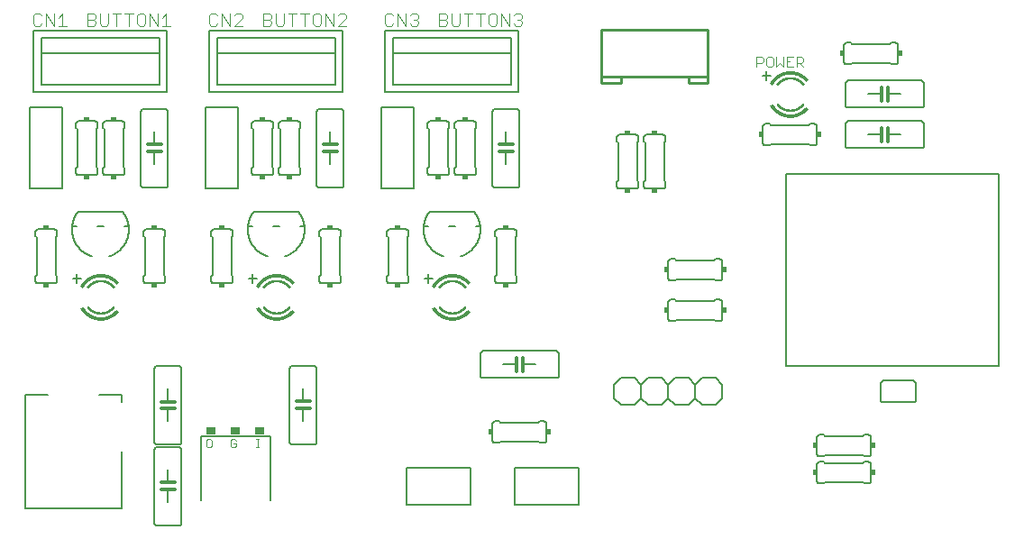
<source format=gto>
G75*
%MOIN*%
%OFA0B0*%
%FSLAX25Y25*%
%IPPOS*%
%LPD*%
%AMOC8*
5,1,8,0,0,1.08239X$1,22.5*
%
%ADD10C,0.00300*%
%ADD11C,0.01200*%
%ADD12C,0.00600*%
%ADD13C,0.00500*%
%ADD14C,0.00400*%
%ADD15C,0.00800*%
%ADD16R,0.01500X0.02000*%
%ADD17C,0.01000*%
%ADD18R,0.02000X0.01500*%
%ADD19C,0.00060*%
%ADD20C,0.00100*%
%ADD21R,0.03400X0.03000*%
D10*
X0149421Y0069090D02*
X0149905Y0068606D01*
X0150872Y0068606D01*
X0151356Y0069090D01*
X0151356Y0071025D01*
X0150872Y0071509D01*
X0149905Y0071509D01*
X0149421Y0071025D01*
X0149421Y0069090D01*
X0158421Y0069090D02*
X0158905Y0068606D01*
X0159872Y0068606D01*
X0160356Y0069090D01*
X0160356Y0070057D01*
X0159388Y0070057D01*
X0158421Y0069090D02*
X0158421Y0071025D01*
X0158905Y0071509D01*
X0159872Y0071509D01*
X0160356Y0071025D01*
X0167912Y0071509D02*
X0168879Y0071509D01*
X0168396Y0071509D02*
X0168396Y0068606D01*
X0168879Y0068606D02*
X0167912Y0068606D01*
X0352894Y0209306D02*
X0352894Y0213009D01*
X0354746Y0213009D01*
X0355363Y0212392D01*
X0355363Y0211158D01*
X0354746Y0210541D01*
X0352894Y0210541D01*
X0356577Y0209923D02*
X0357194Y0209306D01*
X0358429Y0209306D01*
X0359046Y0209923D01*
X0359046Y0212392D01*
X0358429Y0213009D01*
X0357194Y0213009D01*
X0356577Y0212392D01*
X0356577Y0209923D01*
X0360260Y0209306D02*
X0361495Y0210541D01*
X0362729Y0209306D01*
X0362729Y0213009D01*
X0363944Y0213009D02*
X0363944Y0209306D01*
X0366412Y0209306D01*
X0367627Y0209306D02*
X0367627Y0213009D01*
X0369478Y0213009D01*
X0370095Y0212392D01*
X0370095Y0211158D01*
X0369478Y0210541D01*
X0367627Y0210541D01*
X0368861Y0210541D02*
X0370095Y0209306D01*
X0365178Y0211158D02*
X0363944Y0211158D01*
X0363944Y0213009D02*
X0366412Y0213009D01*
X0360260Y0213009D02*
X0360260Y0209306D01*
D11*
X0398944Y0201656D02*
X0398944Y0199156D01*
X0398944Y0196656D01*
X0401444Y0196656D02*
X0401444Y0199156D01*
X0401444Y0201656D01*
X0401444Y0186656D02*
X0401444Y0184156D01*
X0401444Y0181656D01*
X0398944Y0181656D02*
X0398944Y0184156D01*
X0398944Y0186656D01*
X0262744Y0180456D02*
X0260244Y0180456D01*
X0257744Y0180456D01*
X0257744Y0177956D02*
X0260244Y0177956D01*
X0262744Y0177956D01*
X0197744Y0177956D02*
X0195244Y0177956D01*
X0192744Y0177956D01*
X0192744Y0180456D02*
X0195244Y0180456D01*
X0197744Y0180456D01*
X0132744Y0180456D02*
X0130244Y0180456D01*
X0127744Y0180456D01*
X0127744Y0177956D02*
X0130244Y0177956D01*
X0132744Y0177956D01*
X0264044Y0101656D02*
X0264044Y0099156D01*
X0264044Y0096656D01*
X0266544Y0096656D02*
X0266544Y0099156D01*
X0266544Y0101656D01*
X0187744Y0085456D02*
X0185244Y0085456D01*
X0182744Y0085456D01*
X0182744Y0082956D02*
X0185244Y0082956D01*
X0187744Y0082956D01*
X0137744Y0082856D02*
X0135244Y0082856D01*
X0132744Y0082856D01*
X0132744Y0085356D02*
X0135244Y0085356D01*
X0137744Y0085356D01*
X0137744Y0055456D02*
X0135244Y0055456D01*
X0132744Y0055456D01*
X0132744Y0052956D02*
X0135244Y0052956D01*
X0137744Y0052956D01*
D12*
X0135244Y0052956D02*
X0135244Y0048156D01*
X0135244Y0055456D02*
X0135244Y0060156D01*
X0130244Y0067656D02*
X0130246Y0067716D01*
X0130251Y0067777D01*
X0130260Y0067836D01*
X0130273Y0067895D01*
X0130289Y0067954D01*
X0130309Y0068011D01*
X0130332Y0068066D01*
X0130359Y0068121D01*
X0130388Y0068173D01*
X0130421Y0068224D01*
X0130457Y0068273D01*
X0130495Y0068319D01*
X0130537Y0068363D01*
X0130581Y0068405D01*
X0130627Y0068443D01*
X0130676Y0068479D01*
X0130727Y0068512D01*
X0130779Y0068541D01*
X0130834Y0068568D01*
X0130889Y0068591D01*
X0130946Y0068611D01*
X0131005Y0068627D01*
X0131064Y0068640D01*
X0131123Y0068649D01*
X0131184Y0068654D01*
X0131244Y0068656D01*
X0139244Y0068656D01*
X0139304Y0068654D01*
X0139365Y0068649D01*
X0139424Y0068640D01*
X0139483Y0068627D01*
X0139542Y0068611D01*
X0139599Y0068591D01*
X0139654Y0068568D01*
X0139709Y0068541D01*
X0139761Y0068512D01*
X0139812Y0068479D01*
X0139861Y0068443D01*
X0139907Y0068405D01*
X0139951Y0068363D01*
X0139993Y0068319D01*
X0140031Y0068273D01*
X0140067Y0068224D01*
X0140100Y0068173D01*
X0140129Y0068121D01*
X0140156Y0068066D01*
X0140179Y0068011D01*
X0140199Y0067954D01*
X0140215Y0067895D01*
X0140228Y0067836D01*
X0140237Y0067777D01*
X0140242Y0067716D01*
X0140244Y0067656D01*
X0140244Y0040656D01*
X0140242Y0040596D01*
X0140237Y0040535D01*
X0140228Y0040476D01*
X0140215Y0040417D01*
X0140199Y0040358D01*
X0140179Y0040301D01*
X0140156Y0040246D01*
X0140129Y0040191D01*
X0140100Y0040139D01*
X0140067Y0040088D01*
X0140031Y0040039D01*
X0139993Y0039993D01*
X0139951Y0039949D01*
X0139907Y0039907D01*
X0139861Y0039869D01*
X0139812Y0039833D01*
X0139761Y0039800D01*
X0139709Y0039771D01*
X0139654Y0039744D01*
X0139599Y0039721D01*
X0139542Y0039701D01*
X0139483Y0039685D01*
X0139424Y0039672D01*
X0139365Y0039663D01*
X0139304Y0039658D01*
X0139244Y0039656D01*
X0131244Y0039656D01*
X0131184Y0039658D01*
X0131123Y0039663D01*
X0131064Y0039672D01*
X0131005Y0039685D01*
X0130946Y0039701D01*
X0130889Y0039721D01*
X0130834Y0039744D01*
X0130779Y0039771D01*
X0130727Y0039800D01*
X0130676Y0039833D01*
X0130627Y0039869D01*
X0130581Y0039907D01*
X0130537Y0039949D01*
X0130495Y0039993D01*
X0130457Y0040039D01*
X0130421Y0040088D01*
X0130388Y0040139D01*
X0130359Y0040191D01*
X0130332Y0040246D01*
X0130309Y0040301D01*
X0130289Y0040358D01*
X0130273Y0040417D01*
X0130260Y0040476D01*
X0130251Y0040535D01*
X0130246Y0040596D01*
X0130244Y0040656D01*
X0130244Y0067656D01*
X0131244Y0069656D02*
X0139244Y0069656D01*
X0139304Y0069658D01*
X0139365Y0069663D01*
X0139424Y0069672D01*
X0139483Y0069685D01*
X0139542Y0069701D01*
X0139599Y0069721D01*
X0139654Y0069744D01*
X0139709Y0069771D01*
X0139761Y0069800D01*
X0139812Y0069833D01*
X0139861Y0069869D01*
X0139907Y0069907D01*
X0139951Y0069949D01*
X0139993Y0069993D01*
X0140031Y0070039D01*
X0140067Y0070088D01*
X0140100Y0070139D01*
X0140129Y0070191D01*
X0140156Y0070246D01*
X0140179Y0070301D01*
X0140199Y0070358D01*
X0140215Y0070417D01*
X0140228Y0070476D01*
X0140237Y0070535D01*
X0140242Y0070596D01*
X0140244Y0070656D01*
X0140244Y0097656D01*
X0140242Y0097716D01*
X0140237Y0097777D01*
X0140228Y0097836D01*
X0140215Y0097895D01*
X0140199Y0097954D01*
X0140179Y0098011D01*
X0140156Y0098066D01*
X0140129Y0098121D01*
X0140100Y0098173D01*
X0140067Y0098224D01*
X0140031Y0098273D01*
X0139993Y0098319D01*
X0139951Y0098363D01*
X0139907Y0098405D01*
X0139861Y0098443D01*
X0139812Y0098479D01*
X0139761Y0098512D01*
X0139709Y0098541D01*
X0139654Y0098568D01*
X0139599Y0098591D01*
X0139542Y0098611D01*
X0139483Y0098627D01*
X0139424Y0098640D01*
X0139365Y0098649D01*
X0139304Y0098654D01*
X0139244Y0098656D01*
X0131244Y0098656D01*
X0131184Y0098654D01*
X0131123Y0098649D01*
X0131064Y0098640D01*
X0131005Y0098627D01*
X0130946Y0098611D01*
X0130889Y0098591D01*
X0130834Y0098568D01*
X0130779Y0098541D01*
X0130727Y0098512D01*
X0130676Y0098479D01*
X0130627Y0098443D01*
X0130581Y0098405D01*
X0130537Y0098363D01*
X0130495Y0098319D01*
X0130457Y0098273D01*
X0130421Y0098224D01*
X0130388Y0098173D01*
X0130359Y0098121D01*
X0130332Y0098066D01*
X0130309Y0098011D01*
X0130289Y0097954D01*
X0130273Y0097895D01*
X0130260Y0097836D01*
X0130251Y0097777D01*
X0130246Y0097716D01*
X0130244Y0097656D01*
X0130244Y0070656D01*
X0130246Y0070596D01*
X0130251Y0070535D01*
X0130260Y0070476D01*
X0130273Y0070417D01*
X0130289Y0070358D01*
X0130309Y0070301D01*
X0130332Y0070246D01*
X0130359Y0070191D01*
X0130388Y0070139D01*
X0130421Y0070088D01*
X0130457Y0070039D01*
X0130495Y0069993D01*
X0130537Y0069949D01*
X0130581Y0069907D01*
X0130627Y0069869D01*
X0130676Y0069833D01*
X0130727Y0069800D01*
X0130779Y0069771D01*
X0130834Y0069744D01*
X0130889Y0069721D01*
X0130946Y0069701D01*
X0131005Y0069685D01*
X0131064Y0069672D01*
X0131123Y0069663D01*
X0131184Y0069658D01*
X0131244Y0069656D01*
X0135244Y0078156D02*
X0135244Y0082856D01*
X0135244Y0085356D02*
X0135244Y0090156D01*
X0180244Y0097656D02*
X0180244Y0070656D01*
X0180246Y0070596D01*
X0180251Y0070535D01*
X0180260Y0070476D01*
X0180273Y0070417D01*
X0180289Y0070358D01*
X0180309Y0070301D01*
X0180332Y0070246D01*
X0180359Y0070191D01*
X0180388Y0070139D01*
X0180421Y0070088D01*
X0180457Y0070039D01*
X0180495Y0069993D01*
X0180537Y0069949D01*
X0180581Y0069907D01*
X0180627Y0069869D01*
X0180676Y0069833D01*
X0180727Y0069800D01*
X0180779Y0069771D01*
X0180834Y0069744D01*
X0180889Y0069721D01*
X0180946Y0069701D01*
X0181005Y0069685D01*
X0181064Y0069672D01*
X0181123Y0069663D01*
X0181184Y0069658D01*
X0181244Y0069656D01*
X0189244Y0069656D01*
X0189304Y0069658D01*
X0189365Y0069663D01*
X0189424Y0069672D01*
X0189483Y0069685D01*
X0189542Y0069701D01*
X0189599Y0069721D01*
X0189654Y0069744D01*
X0189709Y0069771D01*
X0189761Y0069800D01*
X0189812Y0069833D01*
X0189861Y0069869D01*
X0189907Y0069907D01*
X0189951Y0069949D01*
X0189993Y0069993D01*
X0190031Y0070039D01*
X0190067Y0070088D01*
X0190100Y0070139D01*
X0190129Y0070191D01*
X0190156Y0070246D01*
X0190179Y0070301D01*
X0190199Y0070358D01*
X0190215Y0070417D01*
X0190228Y0070476D01*
X0190237Y0070535D01*
X0190242Y0070596D01*
X0190244Y0070656D01*
X0190244Y0097656D01*
X0190242Y0097716D01*
X0190237Y0097777D01*
X0190228Y0097836D01*
X0190215Y0097895D01*
X0190199Y0097954D01*
X0190179Y0098011D01*
X0190156Y0098066D01*
X0190129Y0098121D01*
X0190100Y0098173D01*
X0190067Y0098224D01*
X0190031Y0098273D01*
X0189993Y0098319D01*
X0189951Y0098363D01*
X0189907Y0098405D01*
X0189861Y0098443D01*
X0189812Y0098479D01*
X0189761Y0098512D01*
X0189709Y0098541D01*
X0189654Y0098568D01*
X0189599Y0098591D01*
X0189542Y0098611D01*
X0189483Y0098627D01*
X0189424Y0098640D01*
X0189365Y0098649D01*
X0189304Y0098654D01*
X0189244Y0098656D01*
X0181244Y0098656D01*
X0181184Y0098654D01*
X0181123Y0098649D01*
X0181064Y0098640D01*
X0181005Y0098627D01*
X0180946Y0098611D01*
X0180889Y0098591D01*
X0180834Y0098568D01*
X0180779Y0098541D01*
X0180727Y0098512D01*
X0180676Y0098479D01*
X0180627Y0098443D01*
X0180581Y0098405D01*
X0180537Y0098363D01*
X0180495Y0098319D01*
X0180457Y0098273D01*
X0180421Y0098224D01*
X0180388Y0098173D01*
X0180359Y0098121D01*
X0180332Y0098066D01*
X0180309Y0098011D01*
X0180289Y0097954D01*
X0180273Y0097895D01*
X0180260Y0097836D01*
X0180251Y0097777D01*
X0180246Y0097716D01*
X0180244Y0097656D01*
X0185244Y0090156D02*
X0185244Y0085456D01*
X0185244Y0082956D02*
X0185244Y0078156D01*
X0250744Y0095156D02*
X0250744Y0103156D01*
X0250746Y0103216D01*
X0250751Y0103277D01*
X0250760Y0103336D01*
X0250773Y0103395D01*
X0250789Y0103454D01*
X0250809Y0103511D01*
X0250832Y0103566D01*
X0250859Y0103621D01*
X0250888Y0103673D01*
X0250921Y0103724D01*
X0250957Y0103773D01*
X0250995Y0103819D01*
X0251037Y0103863D01*
X0251081Y0103905D01*
X0251127Y0103943D01*
X0251176Y0103979D01*
X0251227Y0104012D01*
X0251279Y0104041D01*
X0251334Y0104068D01*
X0251389Y0104091D01*
X0251446Y0104111D01*
X0251505Y0104127D01*
X0251564Y0104140D01*
X0251623Y0104149D01*
X0251684Y0104154D01*
X0251744Y0104156D01*
X0278744Y0104156D01*
X0278804Y0104154D01*
X0278865Y0104149D01*
X0278924Y0104140D01*
X0278983Y0104127D01*
X0279042Y0104111D01*
X0279099Y0104091D01*
X0279154Y0104068D01*
X0279209Y0104041D01*
X0279261Y0104012D01*
X0279312Y0103979D01*
X0279361Y0103943D01*
X0279407Y0103905D01*
X0279451Y0103863D01*
X0279493Y0103819D01*
X0279531Y0103773D01*
X0279567Y0103724D01*
X0279600Y0103673D01*
X0279629Y0103621D01*
X0279656Y0103566D01*
X0279679Y0103511D01*
X0279699Y0103454D01*
X0279715Y0103395D01*
X0279728Y0103336D01*
X0279737Y0103277D01*
X0279742Y0103216D01*
X0279744Y0103156D01*
X0279744Y0095156D01*
X0279742Y0095096D01*
X0279737Y0095035D01*
X0279728Y0094976D01*
X0279715Y0094917D01*
X0279699Y0094858D01*
X0279679Y0094801D01*
X0279656Y0094746D01*
X0279629Y0094691D01*
X0279600Y0094639D01*
X0279567Y0094588D01*
X0279531Y0094539D01*
X0279493Y0094493D01*
X0279451Y0094449D01*
X0279407Y0094407D01*
X0279361Y0094369D01*
X0279312Y0094333D01*
X0279261Y0094300D01*
X0279209Y0094271D01*
X0279154Y0094244D01*
X0279099Y0094221D01*
X0279042Y0094201D01*
X0278983Y0094185D01*
X0278924Y0094172D01*
X0278865Y0094163D01*
X0278804Y0094158D01*
X0278744Y0094156D01*
X0251744Y0094156D01*
X0251684Y0094158D01*
X0251623Y0094163D01*
X0251564Y0094172D01*
X0251505Y0094185D01*
X0251446Y0094201D01*
X0251389Y0094221D01*
X0251334Y0094244D01*
X0251279Y0094271D01*
X0251227Y0094300D01*
X0251176Y0094333D01*
X0251127Y0094369D01*
X0251081Y0094407D01*
X0251037Y0094449D01*
X0250995Y0094493D01*
X0250957Y0094539D01*
X0250921Y0094588D01*
X0250888Y0094639D01*
X0250859Y0094691D01*
X0250832Y0094746D01*
X0250809Y0094801D01*
X0250789Y0094858D01*
X0250773Y0094917D01*
X0250760Y0094976D01*
X0250751Y0095035D01*
X0250746Y0095096D01*
X0250744Y0095156D01*
X0259244Y0099156D02*
X0264044Y0099156D01*
X0266544Y0099156D02*
X0271244Y0099156D01*
X0300244Y0091656D02*
X0300244Y0086656D01*
X0302744Y0084156D01*
X0307744Y0084156D01*
X0310244Y0086656D01*
X0310244Y0091656D01*
X0307744Y0094156D01*
X0302744Y0094156D01*
X0300244Y0091656D01*
X0310244Y0091656D02*
X0312744Y0094156D01*
X0317744Y0094156D01*
X0320244Y0091656D01*
X0322744Y0094156D01*
X0327744Y0094156D01*
X0330244Y0091656D01*
X0332744Y0094156D01*
X0337744Y0094156D01*
X0340244Y0091656D01*
X0340244Y0086656D01*
X0337744Y0084156D01*
X0332744Y0084156D01*
X0330244Y0086656D01*
X0327744Y0084156D01*
X0322744Y0084156D01*
X0320244Y0086656D01*
X0320244Y0091656D01*
X0320244Y0086656D02*
X0317744Y0084156D01*
X0312744Y0084156D01*
X0310244Y0086656D01*
X0330244Y0086656D02*
X0330244Y0091656D01*
X0322744Y0115156D02*
X0323244Y0115656D01*
X0337244Y0115656D01*
X0337744Y0115156D01*
X0339244Y0115156D01*
X0339304Y0115158D01*
X0339365Y0115163D01*
X0339424Y0115172D01*
X0339483Y0115185D01*
X0339542Y0115201D01*
X0339599Y0115221D01*
X0339654Y0115244D01*
X0339709Y0115271D01*
X0339761Y0115300D01*
X0339812Y0115333D01*
X0339861Y0115369D01*
X0339907Y0115407D01*
X0339951Y0115449D01*
X0339993Y0115493D01*
X0340031Y0115539D01*
X0340067Y0115588D01*
X0340100Y0115639D01*
X0340129Y0115691D01*
X0340156Y0115746D01*
X0340179Y0115801D01*
X0340199Y0115858D01*
X0340215Y0115917D01*
X0340228Y0115976D01*
X0340237Y0116035D01*
X0340242Y0116096D01*
X0340244Y0116156D01*
X0340244Y0122156D01*
X0340242Y0122216D01*
X0340237Y0122277D01*
X0340228Y0122336D01*
X0340215Y0122395D01*
X0340199Y0122454D01*
X0340179Y0122511D01*
X0340156Y0122566D01*
X0340129Y0122621D01*
X0340100Y0122673D01*
X0340067Y0122724D01*
X0340031Y0122773D01*
X0339993Y0122819D01*
X0339951Y0122863D01*
X0339907Y0122905D01*
X0339861Y0122943D01*
X0339812Y0122979D01*
X0339761Y0123012D01*
X0339709Y0123041D01*
X0339654Y0123068D01*
X0339599Y0123091D01*
X0339542Y0123111D01*
X0339483Y0123127D01*
X0339424Y0123140D01*
X0339365Y0123149D01*
X0339304Y0123154D01*
X0339244Y0123156D01*
X0337744Y0123156D01*
X0337244Y0122656D01*
X0323244Y0122656D01*
X0322744Y0123156D01*
X0321244Y0123156D01*
X0321184Y0123154D01*
X0321123Y0123149D01*
X0321064Y0123140D01*
X0321005Y0123127D01*
X0320946Y0123111D01*
X0320889Y0123091D01*
X0320834Y0123068D01*
X0320779Y0123041D01*
X0320727Y0123012D01*
X0320676Y0122979D01*
X0320627Y0122943D01*
X0320581Y0122905D01*
X0320537Y0122863D01*
X0320495Y0122819D01*
X0320457Y0122773D01*
X0320421Y0122724D01*
X0320388Y0122673D01*
X0320359Y0122621D01*
X0320332Y0122566D01*
X0320309Y0122511D01*
X0320289Y0122454D01*
X0320273Y0122395D01*
X0320260Y0122336D01*
X0320251Y0122277D01*
X0320246Y0122216D01*
X0320244Y0122156D01*
X0320244Y0116156D01*
X0320246Y0116096D01*
X0320251Y0116035D01*
X0320260Y0115976D01*
X0320273Y0115917D01*
X0320289Y0115858D01*
X0320309Y0115801D01*
X0320332Y0115746D01*
X0320359Y0115691D01*
X0320388Y0115639D01*
X0320421Y0115588D01*
X0320457Y0115539D01*
X0320495Y0115493D01*
X0320537Y0115449D01*
X0320581Y0115407D01*
X0320627Y0115369D01*
X0320676Y0115333D01*
X0320727Y0115300D01*
X0320779Y0115271D01*
X0320834Y0115244D01*
X0320889Y0115221D01*
X0320946Y0115201D01*
X0321005Y0115185D01*
X0321064Y0115172D01*
X0321123Y0115163D01*
X0321184Y0115158D01*
X0321244Y0115156D01*
X0322744Y0115156D01*
X0322744Y0130156D02*
X0323244Y0130656D01*
X0337244Y0130656D01*
X0337744Y0130156D01*
X0339244Y0130156D01*
X0339304Y0130158D01*
X0339365Y0130163D01*
X0339424Y0130172D01*
X0339483Y0130185D01*
X0339542Y0130201D01*
X0339599Y0130221D01*
X0339654Y0130244D01*
X0339709Y0130271D01*
X0339761Y0130300D01*
X0339812Y0130333D01*
X0339861Y0130369D01*
X0339907Y0130407D01*
X0339951Y0130449D01*
X0339993Y0130493D01*
X0340031Y0130539D01*
X0340067Y0130588D01*
X0340100Y0130639D01*
X0340129Y0130691D01*
X0340156Y0130746D01*
X0340179Y0130801D01*
X0340199Y0130858D01*
X0340215Y0130917D01*
X0340228Y0130976D01*
X0340237Y0131035D01*
X0340242Y0131096D01*
X0340244Y0131156D01*
X0340244Y0137156D01*
X0340242Y0137216D01*
X0340237Y0137277D01*
X0340228Y0137336D01*
X0340215Y0137395D01*
X0340199Y0137454D01*
X0340179Y0137511D01*
X0340156Y0137566D01*
X0340129Y0137621D01*
X0340100Y0137673D01*
X0340067Y0137724D01*
X0340031Y0137773D01*
X0339993Y0137819D01*
X0339951Y0137863D01*
X0339907Y0137905D01*
X0339861Y0137943D01*
X0339812Y0137979D01*
X0339761Y0138012D01*
X0339709Y0138041D01*
X0339654Y0138068D01*
X0339599Y0138091D01*
X0339542Y0138111D01*
X0339483Y0138127D01*
X0339424Y0138140D01*
X0339365Y0138149D01*
X0339304Y0138154D01*
X0339244Y0138156D01*
X0337744Y0138156D01*
X0337244Y0137656D01*
X0323244Y0137656D01*
X0322744Y0138156D01*
X0321244Y0138156D01*
X0321184Y0138154D01*
X0321123Y0138149D01*
X0321064Y0138140D01*
X0321005Y0138127D01*
X0320946Y0138111D01*
X0320889Y0138091D01*
X0320834Y0138068D01*
X0320779Y0138041D01*
X0320727Y0138012D01*
X0320676Y0137979D01*
X0320627Y0137943D01*
X0320581Y0137905D01*
X0320537Y0137863D01*
X0320495Y0137819D01*
X0320457Y0137773D01*
X0320421Y0137724D01*
X0320388Y0137673D01*
X0320359Y0137621D01*
X0320332Y0137566D01*
X0320309Y0137511D01*
X0320289Y0137454D01*
X0320273Y0137395D01*
X0320260Y0137336D01*
X0320251Y0137277D01*
X0320246Y0137216D01*
X0320244Y0137156D01*
X0320244Y0131156D01*
X0320246Y0131096D01*
X0320251Y0131035D01*
X0320260Y0130976D01*
X0320273Y0130917D01*
X0320289Y0130858D01*
X0320309Y0130801D01*
X0320332Y0130746D01*
X0320359Y0130691D01*
X0320388Y0130639D01*
X0320421Y0130588D01*
X0320457Y0130539D01*
X0320495Y0130493D01*
X0320537Y0130449D01*
X0320581Y0130407D01*
X0320627Y0130369D01*
X0320676Y0130333D01*
X0320727Y0130300D01*
X0320779Y0130271D01*
X0320834Y0130244D01*
X0320889Y0130221D01*
X0320946Y0130201D01*
X0321005Y0130185D01*
X0321064Y0130172D01*
X0321123Y0130163D01*
X0321184Y0130158D01*
X0321244Y0130156D01*
X0322744Y0130156D01*
X0264244Y0130156D02*
X0264244Y0131656D01*
X0263744Y0132156D01*
X0263744Y0146156D01*
X0264244Y0146656D01*
X0264244Y0148156D01*
X0264242Y0148216D01*
X0264237Y0148277D01*
X0264228Y0148336D01*
X0264215Y0148395D01*
X0264199Y0148454D01*
X0264179Y0148511D01*
X0264156Y0148566D01*
X0264129Y0148621D01*
X0264100Y0148673D01*
X0264067Y0148724D01*
X0264031Y0148773D01*
X0263993Y0148819D01*
X0263951Y0148863D01*
X0263907Y0148905D01*
X0263861Y0148943D01*
X0263812Y0148979D01*
X0263761Y0149012D01*
X0263709Y0149041D01*
X0263654Y0149068D01*
X0263599Y0149091D01*
X0263542Y0149111D01*
X0263483Y0149127D01*
X0263424Y0149140D01*
X0263365Y0149149D01*
X0263304Y0149154D01*
X0263244Y0149156D01*
X0257244Y0149156D01*
X0257184Y0149154D01*
X0257123Y0149149D01*
X0257064Y0149140D01*
X0257005Y0149127D01*
X0256946Y0149111D01*
X0256889Y0149091D01*
X0256834Y0149068D01*
X0256779Y0149041D01*
X0256727Y0149012D01*
X0256676Y0148979D01*
X0256627Y0148943D01*
X0256581Y0148905D01*
X0256537Y0148863D01*
X0256495Y0148819D01*
X0256457Y0148773D01*
X0256421Y0148724D01*
X0256388Y0148673D01*
X0256359Y0148621D01*
X0256332Y0148566D01*
X0256309Y0148511D01*
X0256289Y0148454D01*
X0256273Y0148395D01*
X0256260Y0148336D01*
X0256251Y0148277D01*
X0256246Y0148216D01*
X0256244Y0148156D01*
X0256244Y0146656D01*
X0256744Y0146156D01*
X0256744Y0132156D01*
X0256244Y0131656D01*
X0256244Y0130156D01*
X0256246Y0130096D01*
X0256251Y0130035D01*
X0256260Y0129976D01*
X0256273Y0129917D01*
X0256289Y0129858D01*
X0256309Y0129801D01*
X0256332Y0129746D01*
X0256359Y0129691D01*
X0256388Y0129639D01*
X0256421Y0129588D01*
X0256457Y0129539D01*
X0256495Y0129493D01*
X0256537Y0129449D01*
X0256581Y0129407D01*
X0256627Y0129369D01*
X0256676Y0129333D01*
X0256727Y0129300D01*
X0256779Y0129271D01*
X0256834Y0129244D01*
X0256889Y0129221D01*
X0256946Y0129201D01*
X0257005Y0129185D01*
X0257064Y0129172D01*
X0257123Y0129163D01*
X0257184Y0129158D01*
X0257244Y0129156D01*
X0263244Y0129156D01*
X0263304Y0129158D01*
X0263365Y0129163D01*
X0263424Y0129172D01*
X0263483Y0129185D01*
X0263542Y0129201D01*
X0263599Y0129221D01*
X0263654Y0129244D01*
X0263709Y0129271D01*
X0263761Y0129300D01*
X0263812Y0129333D01*
X0263861Y0129369D01*
X0263907Y0129407D01*
X0263951Y0129449D01*
X0263993Y0129493D01*
X0264031Y0129539D01*
X0264067Y0129588D01*
X0264100Y0129639D01*
X0264129Y0129691D01*
X0264156Y0129746D01*
X0264179Y0129801D01*
X0264199Y0129858D01*
X0264215Y0129917D01*
X0264228Y0129976D01*
X0264237Y0130035D01*
X0264242Y0130096D01*
X0264244Y0130156D01*
X0224244Y0130156D02*
X0224244Y0131656D01*
X0223744Y0132156D01*
X0223744Y0146156D01*
X0224244Y0146656D01*
X0224244Y0148156D01*
X0224242Y0148216D01*
X0224237Y0148277D01*
X0224228Y0148336D01*
X0224215Y0148395D01*
X0224199Y0148454D01*
X0224179Y0148511D01*
X0224156Y0148566D01*
X0224129Y0148621D01*
X0224100Y0148673D01*
X0224067Y0148724D01*
X0224031Y0148773D01*
X0223993Y0148819D01*
X0223951Y0148863D01*
X0223907Y0148905D01*
X0223861Y0148943D01*
X0223812Y0148979D01*
X0223761Y0149012D01*
X0223709Y0149041D01*
X0223654Y0149068D01*
X0223599Y0149091D01*
X0223542Y0149111D01*
X0223483Y0149127D01*
X0223424Y0149140D01*
X0223365Y0149149D01*
X0223304Y0149154D01*
X0223244Y0149156D01*
X0217244Y0149156D01*
X0217184Y0149154D01*
X0217123Y0149149D01*
X0217064Y0149140D01*
X0217005Y0149127D01*
X0216946Y0149111D01*
X0216889Y0149091D01*
X0216834Y0149068D01*
X0216779Y0149041D01*
X0216727Y0149012D01*
X0216676Y0148979D01*
X0216627Y0148943D01*
X0216581Y0148905D01*
X0216537Y0148863D01*
X0216495Y0148819D01*
X0216457Y0148773D01*
X0216421Y0148724D01*
X0216388Y0148673D01*
X0216359Y0148621D01*
X0216332Y0148566D01*
X0216309Y0148511D01*
X0216289Y0148454D01*
X0216273Y0148395D01*
X0216260Y0148336D01*
X0216251Y0148277D01*
X0216246Y0148216D01*
X0216244Y0148156D01*
X0216244Y0146656D01*
X0216744Y0146156D01*
X0216744Y0132156D01*
X0216244Y0131656D01*
X0216244Y0130156D01*
X0216246Y0130096D01*
X0216251Y0130035D01*
X0216260Y0129976D01*
X0216273Y0129917D01*
X0216289Y0129858D01*
X0216309Y0129801D01*
X0216332Y0129746D01*
X0216359Y0129691D01*
X0216388Y0129639D01*
X0216421Y0129588D01*
X0216457Y0129539D01*
X0216495Y0129493D01*
X0216537Y0129449D01*
X0216581Y0129407D01*
X0216627Y0129369D01*
X0216676Y0129333D01*
X0216727Y0129300D01*
X0216779Y0129271D01*
X0216834Y0129244D01*
X0216889Y0129221D01*
X0216946Y0129201D01*
X0217005Y0129185D01*
X0217064Y0129172D01*
X0217123Y0129163D01*
X0217184Y0129158D01*
X0217244Y0129156D01*
X0223244Y0129156D01*
X0223304Y0129158D01*
X0223365Y0129163D01*
X0223424Y0129172D01*
X0223483Y0129185D01*
X0223542Y0129201D01*
X0223599Y0129221D01*
X0223654Y0129244D01*
X0223709Y0129271D01*
X0223761Y0129300D01*
X0223812Y0129333D01*
X0223861Y0129369D01*
X0223907Y0129407D01*
X0223951Y0129449D01*
X0223993Y0129493D01*
X0224031Y0129539D01*
X0224067Y0129588D01*
X0224100Y0129639D01*
X0224129Y0129691D01*
X0224156Y0129746D01*
X0224179Y0129801D01*
X0224199Y0129858D01*
X0224215Y0129917D01*
X0224228Y0129976D01*
X0224237Y0130035D01*
X0224242Y0130096D01*
X0224244Y0130156D01*
X0199244Y0130156D02*
X0199244Y0131656D01*
X0198744Y0132156D01*
X0198744Y0146156D01*
X0199244Y0146656D01*
X0199244Y0148156D01*
X0199242Y0148216D01*
X0199237Y0148277D01*
X0199228Y0148336D01*
X0199215Y0148395D01*
X0199199Y0148454D01*
X0199179Y0148511D01*
X0199156Y0148566D01*
X0199129Y0148621D01*
X0199100Y0148673D01*
X0199067Y0148724D01*
X0199031Y0148773D01*
X0198993Y0148819D01*
X0198951Y0148863D01*
X0198907Y0148905D01*
X0198861Y0148943D01*
X0198812Y0148979D01*
X0198761Y0149012D01*
X0198709Y0149041D01*
X0198654Y0149068D01*
X0198599Y0149091D01*
X0198542Y0149111D01*
X0198483Y0149127D01*
X0198424Y0149140D01*
X0198365Y0149149D01*
X0198304Y0149154D01*
X0198244Y0149156D01*
X0192244Y0149156D01*
X0192184Y0149154D01*
X0192123Y0149149D01*
X0192064Y0149140D01*
X0192005Y0149127D01*
X0191946Y0149111D01*
X0191889Y0149091D01*
X0191834Y0149068D01*
X0191779Y0149041D01*
X0191727Y0149012D01*
X0191676Y0148979D01*
X0191627Y0148943D01*
X0191581Y0148905D01*
X0191537Y0148863D01*
X0191495Y0148819D01*
X0191457Y0148773D01*
X0191421Y0148724D01*
X0191388Y0148673D01*
X0191359Y0148621D01*
X0191332Y0148566D01*
X0191309Y0148511D01*
X0191289Y0148454D01*
X0191273Y0148395D01*
X0191260Y0148336D01*
X0191251Y0148277D01*
X0191246Y0148216D01*
X0191244Y0148156D01*
X0191244Y0146656D01*
X0191744Y0146156D01*
X0191744Y0132156D01*
X0191244Y0131656D01*
X0191244Y0130156D01*
X0191246Y0130096D01*
X0191251Y0130035D01*
X0191260Y0129976D01*
X0191273Y0129917D01*
X0191289Y0129858D01*
X0191309Y0129801D01*
X0191332Y0129746D01*
X0191359Y0129691D01*
X0191388Y0129639D01*
X0191421Y0129588D01*
X0191457Y0129539D01*
X0191495Y0129493D01*
X0191537Y0129449D01*
X0191581Y0129407D01*
X0191627Y0129369D01*
X0191676Y0129333D01*
X0191727Y0129300D01*
X0191779Y0129271D01*
X0191834Y0129244D01*
X0191889Y0129221D01*
X0191946Y0129201D01*
X0192005Y0129185D01*
X0192064Y0129172D01*
X0192123Y0129163D01*
X0192184Y0129158D01*
X0192244Y0129156D01*
X0198244Y0129156D01*
X0198304Y0129158D01*
X0198365Y0129163D01*
X0198424Y0129172D01*
X0198483Y0129185D01*
X0198542Y0129201D01*
X0198599Y0129221D01*
X0198654Y0129244D01*
X0198709Y0129271D01*
X0198761Y0129300D01*
X0198812Y0129333D01*
X0198861Y0129369D01*
X0198907Y0129407D01*
X0198951Y0129449D01*
X0198993Y0129493D01*
X0199031Y0129539D01*
X0199067Y0129588D01*
X0199100Y0129639D01*
X0199129Y0129691D01*
X0199156Y0129746D01*
X0199179Y0129801D01*
X0199199Y0129858D01*
X0199215Y0129917D01*
X0199228Y0129976D01*
X0199237Y0130035D01*
X0199242Y0130096D01*
X0199244Y0130156D01*
X0159244Y0130156D02*
X0159244Y0131656D01*
X0158744Y0132156D01*
X0158744Y0146156D01*
X0159244Y0146656D01*
X0159244Y0148156D01*
X0159242Y0148216D01*
X0159237Y0148277D01*
X0159228Y0148336D01*
X0159215Y0148395D01*
X0159199Y0148454D01*
X0159179Y0148511D01*
X0159156Y0148566D01*
X0159129Y0148621D01*
X0159100Y0148673D01*
X0159067Y0148724D01*
X0159031Y0148773D01*
X0158993Y0148819D01*
X0158951Y0148863D01*
X0158907Y0148905D01*
X0158861Y0148943D01*
X0158812Y0148979D01*
X0158761Y0149012D01*
X0158709Y0149041D01*
X0158654Y0149068D01*
X0158599Y0149091D01*
X0158542Y0149111D01*
X0158483Y0149127D01*
X0158424Y0149140D01*
X0158365Y0149149D01*
X0158304Y0149154D01*
X0158244Y0149156D01*
X0152244Y0149156D01*
X0152184Y0149154D01*
X0152123Y0149149D01*
X0152064Y0149140D01*
X0152005Y0149127D01*
X0151946Y0149111D01*
X0151889Y0149091D01*
X0151834Y0149068D01*
X0151779Y0149041D01*
X0151727Y0149012D01*
X0151676Y0148979D01*
X0151627Y0148943D01*
X0151581Y0148905D01*
X0151537Y0148863D01*
X0151495Y0148819D01*
X0151457Y0148773D01*
X0151421Y0148724D01*
X0151388Y0148673D01*
X0151359Y0148621D01*
X0151332Y0148566D01*
X0151309Y0148511D01*
X0151289Y0148454D01*
X0151273Y0148395D01*
X0151260Y0148336D01*
X0151251Y0148277D01*
X0151246Y0148216D01*
X0151244Y0148156D01*
X0151244Y0146656D01*
X0151744Y0146156D01*
X0151744Y0132156D01*
X0151244Y0131656D01*
X0151244Y0130156D01*
X0151246Y0130096D01*
X0151251Y0130035D01*
X0151260Y0129976D01*
X0151273Y0129917D01*
X0151289Y0129858D01*
X0151309Y0129801D01*
X0151332Y0129746D01*
X0151359Y0129691D01*
X0151388Y0129639D01*
X0151421Y0129588D01*
X0151457Y0129539D01*
X0151495Y0129493D01*
X0151537Y0129449D01*
X0151581Y0129407D01*
X0151627Y0129369D01*
X0151676Y0129333D01*
X0151727Y0129300D01*
X0151779Y0129271D01*
X0151834Y0129244D01*
X0151889Y0129221D01*
X0151946Y0129201D01*
X0152005Y0129185D01*
X0152064Y0129172D01*
X0152123Y0129163D01*
X0152184Y0129158D01*
X0152244Y0129156D01*
X0158244Y0129156D01*
X0158304Y0129158D01*
X0158365Y0129163D01*
X0158424Y0129172D01*
X0158483Y0129185D01*
X0158542Y0129201D01*
X0158599Y0129221D01*
X0158654Y0129244D01*
X0158709Y0129271D01*
X0158761Y0129300D01*
X0158812Y0129333D01*
X0158861Y0129369D01*
X0158907Y0129407D01*
X0158951Y0129449D01*
X0158993Y0129493D01*
X0159031Y0129539D01*
X0159067Y0129588D01*
X0159100Y0129639D01*
X0159129Y0129691D01*
X0159156Y0129746D01*
X0159179Y0129801D01*
X0159199Y0129858D01*
X0159215Y0129917D01*
X0159228Y0129976D01*
X0159237Y0130035D01*
X0159242Y0130096D01*
X0159244Y0130156D01*
X0134244Y0130156D02*
X0134244Y0131656D01*
X0133744Y0132156D01*
X0133744Y0146156D01*
X0134244Y0146656D01*
X0134244Y0148156D01*
X0134242Y0148216D01*
X0134237Y0148277D01*
X0134228Y0148336D01*
X0134215Y0148395D01*
X0134199Y0148454D01*
X0134179Y0148511D01*
X0134156Y0148566D01*
X0134129Y0148621D01*
X0134100Y0148673D01*
X0134067Y0148724D01*
X0134031Y0148773D01*
X0133993Y0148819D01*
X0133951Y0148863D01*
X0133907Y0148905D01*
X0133861Y0148943D01*
X0133812Y0148979D01*
X0133761Y0149012D01*
X0133709Y0149041D01*
X0133654Y0149068D01*
X0133599Y0149091D01*
X0133542Y0149111D01*
X0133483Y0149127D01*
X0133424Y0149140D01*
X0133365Y0149149D01*
X0133304Y0149154D01*
X0133244Y0149156D01*
X0127244Y0149156D01*
X0127184Y0149154D01*
X0127123Y0149149D01*
X0127064Y0149140D01*
X0127005Y0149127D01*
X0126946Y0149111D01*
X0126889Y0149091D01*
X0126834Y0149068D01*
X0126779Y0149041D01*
X0126727Y0149012D01*
X0126676Y0148979D01*
X0126627Y0148943D01*
X0126581Y0148905D01*
X0126537Y0148863D01*
X0126495Y0148819D01*
X0126457Y0148773D01*
X0126421Y0148724D01*
X0126388Y0148673D01*
X0126359Y0148621D01*
X0126332Y0148566D01*
X0126309Y0148511D01*
X0126289Y0148454D01*
X0126273Y0148395D01*
X0126260Y0148336D01*
X0126251Y0148277D01*
X0126246Y0148216D01*
X0126244Y0148156D01*
X0126244Y0146656D01*
X0126744Y0146156D01*
X0126744Y0132156D01*
X0126244Y0131656D01*
X0126244Y0130156D01*
X0126246Y0130096D01*
X0126251Y0130035D01*
X0126260Y0129976D01*
X0126273Y0129917D01*
X0126289Y0129858D01*
X0126309Y0129801D01*
X0126332Y0129746D01*
X0126359Y0129691D01*
X0126388Y0129639D01*
X0126421Y0129588D01*
X0126457Y0129539D01*
X0126495Y0129493D01*
X0126537Y0129449D01*
X0126581Y0129407D01*
X0126627Y0129369D01*
X0126676Y0129333D01*
X0126727Y0129300D01*
X0126779Y0129271D01*
X0126834Y0129244D01*
X0126889Y0129221D01*
X0126946Y0129201D01*
X0127005Y0129185D01*
X0127064Y0129172D01*
X0127123Y0129163D01*
X0127184Y0129158D01*
X0127244Y0129156D01*
X0133244Y0129156D01*
X0133304Y0129158D01*
X0133365Y0129163D01*
X0133424Y0129172D01*
X0133483Y0129185D01*
X0133542Y0129201D01*
X0133599Y0129221D01*
X0133654Y0129244D01*
X0133709Y0129271D01*
X0133761Y0129300D01*
X0133812Y0129333D01*
X0133861Y0129369D01*
X0133907Y0129407D01*
X0133951Y0129449D01*
X0133993Y0129493D01*
X0134031Y0129539D01*
X0134067Y0129588D01*
X0134100Y0129639D01*
X0134129Y0129691D01*
X0134156Y0129746D01*
X0134179Y0129801D01*
X0134199Y0129858D01*
X0134215Y0129917D01*
X0134228Y0129976D01*
X0134237Y0130035D01*
X0134242Y0130096D01*
X0134244Y0130156D01*
X0094244Y0130156D02*
X0094244Y0131656D01*
X0093744Y0132156D01*
X0093744Y0146156D01*
X0094244Y0146656D01*
X0094244Y0148156D01*
X0094242Y0148216D01*
X0094237Y0148277D01*
X0094228Y0148336D01*
X0094215Y0148395D01*
X0094199Y0148454D01*
X0094179Y0148511D01*
X0094156Y0148566D01*
X0094129Y0148621D01*
X0094100Y0148673D01*
X0094067Y0148724D01*
X0094031Y0148773D01*
X0093993Y0148819D01*
X0093951Y0148863D01*
X0093907Y0148905D01*
X0093861Y0148943D01*
X0093812Y0148979D01*
X0093761Y0149012D01*
X0093709Y0149041D01*
X0093654Y0149068D01*
X0093599Y0149091D01*
X0093542Y0149111D01*
X0093483Y0149127D01*
X0093424Y0149140D01*
X0093365Y0149149D01*
X0093304Y0149154D01*
X0093244Y0149156D01*
X0087244Y0149156D01*
X0087184Y0149154D01*
X0087123Y0149149D01*
X0087064Y0149140D01*
X0087005Y0149127D01*
X0086946Y0149111D01*
X0086889Y0149091D01*
X0086834Y0149068D01*
X0086779Y0149041D01*
X0086727Y0149012D01*
X0086676Y0148979D01*
X0086627Y0148943D01*
X0086581Y0148905D01*
X0086537Y0148863D01*
X0086495Y0148819D01*
X0086457Y0148773D01*
X0086421Y0148724D01*
X0086388Y0148673D01*
X0086359Y0148621D01*
X0086332Y0148566D01*
X0086309Y0148511D01*
X0086289Y0148454D01*
X0086273Y0148395D01*
X0086260Y0148336D01*
X0086251Y0148277D01*
X0086246Y0148216D01*
X0086244Y0148156D01*
X0086244Y0146656D01*
X0086744Y0146156D01*
X0086744Y0132156D01*
X0086244Y0131656D01*
X0086244Y0130156D01*
X0086246Y0130096D01*
X0086251Y0130035D01*
X0086260Y0129976D01*
X0086273Y0129917D01*
X0086289Y0129858D01*
X0086309Y0129801D01*
X0086332Y0129746D01*
X0086359Y0129691D01*
X0086388Y0129639D01*
X0086421Y0129588D01*
X0086457Y0129539D01*
X0086495Y0129493D01*
X0086537Y0129449D01*
X0086581Y0129407D01*
X0086627Y0129369D01*
X0086676Y0129333D01*
X0086727Y0129300D01*
X0086779Y0129271D01*
X0086834Y0129244D01*
X0086889Y0129221D01*
X0086946Y0129201D01*
X0087005Y0129185D01*
X0087064Y0129172D01*
X0087123Y0129163D01*
X0087184Y0129158D01*
X0087244Y0129156D01*
X0093244Y0129156D01*
X0093304Y0129158D01*
X0093365Y0129163D01*
X0093424Y0129172D01*
X0093483Y0129185D01*
X0093542Y0129201D01*
X0093599Y0129221D01*
X0093654Y0129244D01*
X0093709Y0129271D01*
X0093761Y0129300D01*
X0093812Y0129333D01*
X0093861Y0129369D01*
X0093907Y0129407D01*
X0093951Y0129449D01*
X0093993Y0129493D01*
X0094031Y0129539D01*
X0094067Y0129588D01*
X0094100Y0129639D01*
X0094129Y0129691D01*
X0094156Y0129746D01*
X0094179Y0129801D01*
X0094199Y0129858D01*
X0094215Y0129917D01*
X0094228Y0129976D01*
X0094237Y0130035D01*
X0094242Y0130096D01*
X0094244Y0130156D01*
X0126244Y0164656D02*
X0134244Y0164656D01*
X0134304Y0164658D01*
X0134365Y0164663D01*
X0134424Y0164672D01*
X0134483Y0164685D01*
X0134542Y0164701D01*
X0134599Y0164721D01*
X0134654Y0164744D01*
X0134709Y0164771D01*
X0134761Y0164800D01*
X0134812Y0164833D01*
X0134861Y0164869D01*
X0134907Y0164907D01*
X0134951Y0164949D01*
X0134993Y0164993D01*
X0135031Y0165039D01*
X0135067Y0165088D01*
X0135100Y0165139D01*
X0135129Y0165191D01*
X0135156Y0165246D01*
X0135179Y0165301D01*
X0135199Y0165358D01*
X0135215Y0165417D01*
X0135228Y0165476D01*
X0135237Y0165535D01*
X0135242Y0165596D01*
X0135244Y0165656D01*
X0135244Y0192656D01*
X0135242Y0192716D01*
X0135237Y0192777D01*
X0135228Y0192836D01*
X0135215Y0192895D01*
X0135199Y0192954D01*
X0135179Y0193011D01*
X0135156Y0193066D01*
X0135129Y0193121D01*
X0135100Y0193173D01*
X0135067Y0193224D01*
X0135031Y0193273D01*
X0134993Y0193319D01*
X0134951Y0193363D01*
X0134907Y0193405D01*
X0134861Y0193443D01*
X0134812Y0193479D01*
X0134761Y0193512D01*
X0134709Y0193541D01*
X0134654Y0193568D01*
X0134599Y0193591D01*
X0134542Y0193611D01*
X0134483Y0193627D01*
X0134424Y0193640D01*
X0134365Y0193649D01*
X0134304Y0193654D01*
X0134244Y0193656D01*
X0126244Y0193656D01*
X0126184Y0193654D01*
X0126123Y0193649D01*
X0126064Y0193640D01*
X0126005Y0193627D01*
X0125946Y0193611D01*
X0125889Y0193591D01*
X0125834Y0193568D01*
X0125779Y0193541D01*
X0125727Y0193512D01*
X0125676Y0193479D01*
X0125627Y0193443D01*
X0125581Y0193405D01*
X0125537Y0193363D01*
X0125495Y0193319D01*
X0125457Y0193273D01*
X0125421Y0193224D01*
X0125388Y0193173D01*
X0125359Y0193121D01*
X0125332Y0193066D01*
X0125309Y0193011D01*
X0125289Y0192954D01*
X0125273Y0192895D01*
X0125260Y0192836D01*
X0125251Y0192777D01*
X0125246Y0192716D01*
X0125244Y0192656D01*
X0125244Y0165656D01*
X0125246Y0165596D01*
X0125251Y0165535D01*
X0125260Y0165476D01*
X0125273Y0165417D01*
X0125289Y0165358D01*
X0125309Y0165301D01*
X0125332Y0165246D01*
X0125359Y0165191D01*
X0125388Y0165139D01*
X0125421Y0165088D01*
X0125457Y0165039D01*
X0125495Y0164993D01*
X0125537Y0164949D01*
X0125581Y0164907D01*
X0125627Y0164869D01*
X0125676Y0164833D01*
X0125727Y0164800D01*
X0125779Y0164771D01*
X0125834Y0164744D01*
X0125889Y0164721D01*
X0125946Y0164701D01*
X0126005Y0164685D01*
X0126064Y0164672D01*
X0126123Y0164663D01*
X0126184Y0164658D01*
X0126244Y0164656D01*
X0119244Y0170156D02*
X0119244Y0171656D01*
X0118744Y0172156D01*
X0118744Y0186156D01*
X0119244Y0186656D01*
X0119244Y0188156D01*
X0119242Y0188216D01*
X0119237Y0188277D01*
X0119228Y0188336D01*
X0119215Y0188395D01*
X0119199Y0188454D01*
X0119179Y0188511D01*
X0119156Y0188566D01*
X0119129Y0188621D01*
X0119100Y0188673D01*
X0119067Y0188724D01*
X0119031Y0188773D01*
X0118993Y0188819D01*
X0118951Y0188863D01*
X0118907Y0188905D01*
X0118861Y0188943D01*
X0118812Y0188979D01*
X0118761Y0189012D01*
X0118709Y0189041D01*
X0118654Y0189068D01*
X0118599Y0189091D01*
X0118542Y0189111D01*
X0118483Y0189127D01*
X0118424Y0189140D01*
X0118365Y0189149D01*
X0118304Y0189154D01*
X0118244Y0189156D01*
X0112244Y0189156D01*
X0112184Y0189154D01*
X0112123Y0189149D01*
X0112064Y0189140D01*
X0112005Y0189127D01*
X0111946Y0189111D01*
X0111889Y0189091D01*
X0111834Y0189068D01*
X0111779Y0189041D01*
X0111727Y0189012D01*
X0111676Y0188979D01*
X0111627Y0188943D01*
X0111581Y0188905D01*
X0111537Y0188863D01*
X0111495Y0188819D01*
X0111457Y0188773D01*
X0111421Y0188724D01*
X0111388Y0188673D01*
X0111359Y0188621D01*
X0111332Y0188566D01*
X0111309Y0188511D01*
X0111289Y0188454D01*
X0111273Y0188395D01*
X0111260Y0188336D01*
X0111251Y0188277D01*
X0111246Y0188216D01*
X0111244Y0188156D01*
X0111244Y0186656D01*
X0111744Y0186156D01*
X0111744Y0172156D01*
X0111244Y0171656D01*
X0111244Y0170156D01*
X0111246Y0170096D01*
X0111251Y0170035D01*
X0111260Y0169976D01*
X0111273Y0169917D01*
X0111289Y0169858D01*
X0111309Y0169801D01*
X0111332Y0169746D01*
X0111359Y0169691D01*
X0111388Y0169639D01*
X0111421Y0169588D01*
X0111457Y0169539D01*
X0111495Y0169493D01*
X0111537Y0169449D01*
X0111581Y0169407D01*
X0111627Y0169369D01*
X0111676Y0169333D01*
X0111727Y0169300D01*
X0111779Y0169271D01*
X0111834Y0169244D01*
X0111889Y0169221D01*
X0111946Y0169201D01*
X0112005Y0169185D01*
X0112064Y0169172D01*
X0112123Y0169163D01*
X0112184Y0169158D01*
X0112244Y0169156D01*
X0118244Y0169156D01*
X0118304Y0169158D01*
X0118365Y0169163D01*
X0118424Y0169172D01*
X0118483Y0169185D01*
X0118542Y0169201D01*
X0118599Y0169221D01*
X0118654Y0169244D01*
X0118709Y0169271D01*
X0118761Y0169300D01*
X0118812Y0169333D01*
X0118861Y0169369D01*
X0118907Y0169407D01*
X0118951Y0169449D01*
X0118993Y0169493D01*
X0119031Y0169539D01*
X0119067Y0169588D01*
X0119100Y0169639D01*
X0119129Y0169691D01*
X0119156Y0169746D01*
X0119179Y0169801D01*
X0119199Y0169858D01*
X0119215Y0169917D01*
X0119228Y0169976D01*
X0119237Y0170035D01*
X0119242Y0170096D01*
X0119244Y0170156D01*
X0109244Y0170156D02*
X0109244Y0171656D01*
X0108744Y0172156D01*
X0108744Y0186156D01*
X0109244Y0186656D01*
X0109244Y0188156D01*
X0109242Y0188216D01*
X0109237Y0188277D01*
X0109228Y0188336D01*
X0109215Y0188395D01*
X0109199Y0188454D01*
X0109179Y0188511D01*
X0109156Y0188566D01*
X0109129Y0188621D01*
X0109100Y0188673D01*
X0109067Y0188724D01*
X0109031Y0188773D01*
X0108993Y0188819D01*
X0108951Y0188863D01*
X0108907Y0188905D01*
X0108861Y0188943D01*
X0108812Y0188979D01*
X0108761Y0189012D01*
X0108709Y0189041D01*
X0108654Y0189068D01*
X0108599Y0189091D01*
X0108542Y0189111D01*
X0108483Y0189127D01*
X0108424Y0189140D01*
X0108365Y0189149D01*
X0108304Y0189154D01*
X0108244Y0189156D01*
X0102244Y0189156D01*
X0102184Y0189154D01*
X0102123Y0189149D01*
X0102064Y0189140D01*
X0102005Y0189127D01*
X0101946Y0189111D01*
X0101889Y0189091D01*
X0101834Y0189068D01*
X0101779Y0189041D01*
X0101727Y0189012D01*
X0101676Y0188979D01*
X0101627Y0188943D01*
X0101581Y0188905D01*
X0101537Y0188863D01*
X0101495Y0188819D01*
X0101457Y0188773D01*
X0101421Y0188724D01*
X0101388Y0188673D01*
X0101359Y0188621D01*
X0101332Y0188566D01*
X0101309Y0188511D01*
X0101289Y0188454D01*
X0101273Y0188395D01*
X0101260Y0188336D01*
X0101251Y0188277D01*
X0101246Y0188216D01*
X0101244Y0188156D01*
X0101244Y0186656D01*
X0101744Y0186156D01*
X0101744Y0172156D01*
X0101244Y0171656D01*
X0101244Y0170156D01*
X0101246Y0170096D01*
X0101251Y0170035D01*
X0101260Y0169976D01*
X0101273Y0169917D01*
X0101289Y0169858D01*
X0101309Y0169801D01*
X0101332Y0169746D01*
X0101359Y0169691D01*
X0101388Y0169639D01*
X0101421Y0169588D01*
X0101457Y0169539D01*
X0101495Y0169493D01*
X0101537Y0169449D01*
X0101581Y0169407D01*
X0101627Y0169369D01*
X0101676Y0169333D01*
X0101727Y0169300D01*
X0101779Y0169271D01*
X0101834Y0169244D01*
X0101889Y0169221D01*
X0101946Y0169201D01*
X0102005Y0169185D01*
X0102064Y0169172D01*
X0102123Y0169163D01*
X0102184Y0169158D01*
X0102244Y0169156D01*
X0108244Y0169156D01*
X0108304Y0169158D01*
X0108365Y0169163D01*
X0108424Y0169172D01*
X0108483Y0169185D01*
X0108542Y0169201D01*
X0108599Y0169221D01*
X0108654Y0169244D01*
X0108709Y0169271D01*
X0108761Y0169300D01*
X0108812Y0169333D01*
X0108861Y0169369D01*
X0108907Y0169407D01*
X0108951Y0169449D01*
X0108993Y0169493D01*
X0109031Y0169539D01*
X0109067Y0169588D01*
X0109100Y0169639D01*
X0109129Y0169691D01*
X0109156Y0169746D01*
X0109179Y0169801D01*
X0109199Y0169858D01*
X0109215Y0169917D01*
X0109228Y0169976D01*
X0109237Y0170035D01*
X0109242Y0170096D01*
X0109244Y0170156D01*
X0130244Y0173156D02*
X0130244Y0177956D01*
X0130244Y0180456D02*
X0130244Y0185156D01*
X0166244Y0186656D02*
X0166744Y0186156D01*
X0166744Y0172156D01*
X0166244Y0171656D01*
X0166244Y0170156D01*
X0166246Y0170096D01*
X0166251Y0170035D01*
X0166260Y0169976D01*
X0166273Y0169917D01*
X0166289Y0169858D01*
X0166309Y0169801D01*
X0166332Y0169746D01*
X0166359Y0169691D01*
X0166388Y0169639D01*
X0166421Y0169588D01*
X0166457Y0169539D01*
X0166495Y0169493D01*
X0166537Y0169449D01*
X0166581Y0169407D01*
X0166627Y0169369D01*
X0166676Y0169333D01*
X0166727Y0169300D01*
X0166779Y0169271D01*
X0166834Y0169244D01*
X0166889Y0169221D01*
X0166946Y0169201D01*
X0167005Y0169185D01*
X0167064Y0169172D01*
X0167123Y0169163D01*
X0167184Y0169158D01*
X0167244Y0169156D01*
X0173244Y0169156D01*
X0173304Y0169158D01*
X0173365Y0169163D01*
X0173424Y0169172D01*
X0173483Y0169185D01*
X0173542Y0169201D01*
X0173599Y0169221D01*
X0173654Y0169244D01*
X0173709Y0169271D01*
X0173761Y0169300D01*
X0173812Y0169333D01*
X0173861Y0169369D01*
X0173907Y0169407D01*
X0173951Y0169449D01*
X0173993Y0169493D01*
X0174031Y0169539D01*
X0174067Y0169588D01*
X0174100Y0169639D01*
X0174129Y0169691D01*
X0174156Y0169746D01*
X0174179Y0169801D01*
X0174199Y0169858D01*
X0174215Y0169917D01*
X0174228Y0169976D01*
X0174237Y0170035D01*
X0174242Y0170096D01*
X0174244Y0170156D01*
X0174244Y0171656D01*
X0173744Y0172156D01*
X0173744Y0186156D01*
X0174244Y0186656D01*
X0174244Y0188156D01*
X0174242Y0188216D01*
X0174237Y0188277D01*
X0174228Y0188336D01*
X0174215Y0188395D01*
X0174199Y0188454D01*
X0174179Y0188511D01*
X0174156Y0188566D01*
X0174129Y0188621D01*
X0174100Y0188673D01*
X0174067Y0188724D01*
X0174031Y0188773D01*
X0173993Y0188819D01*
X0173951Y0188863D01*
X0173907Y0188905D01*
X0173861Y0188943D01*
X0173812Y0188979D01*
X0173761Y0189012D01*
X0173709Y0189041D01*
X0173654Y0189068D01*
X0173599Y0189091D01*
X0173542Y0189111D01*
X0173483Y0189127D01*
X0173424Y0189140D01*
X0173365Y0189149D01*
X0173304Y0189154D01*
X0173244Y0189156D01*
X0167244Y0189156D01*
X0167184Y0189154D01*
X0167123Y0189149D01*
X0167064Y0189140D01*
X0167005Y0189127D01*
X0166946Y0189111D01*
X0166889Y0189091D01*
X0166834Y0189068D01*
X0166779Y0189041D01*
X0166727Y0189012D01*
X0166676Y0188979D01*
X0166627Y0188943D01*
X0166581Y0188905D01*
X0166537Y0188863D01*
X0166495Y0188819D01*
X0166457Y0188773D01*
X0166421Y0188724D01*
X0166388Y0188673D01*
X0166359Y0188621D01*
X0166332Y0188566D01*
X0166309Y0188511D01*
X0166289Y0188454D01*
X0166273Y0188395D01*
X0166260Y0188336D01*
X0166251Y0188277D01*
X0166246Y0188216D01*
X0166244Y0188156D01*
X0166244Y0186656D01*
X0176244Y0186656D02*
X0176744Y0186156D01*
X0176744Y0172156D01*
X0176244Y0171656D01*
X0176244Y0170156D01*
X0176246Y0170096D01*
X0176251Y0170035D01*
X0176260Y0169976D01*
X0176273Y0169917D01*
X0176289Y0169858D01*
X0176309Y0169801D01*
X0176332Y0169746D01*
X0176359Y0169691D01*
X0176388Y0169639D01*
X0176421Y0169588D01*
X0176457Y0169539D01*
X0176495Y0169493D01*
X0176537Y0169449D01*
X0176581Y0169407D01*
X0176627Y0169369D01*
X0176676Y0169333D01*
X0176727Y0169300D01*
X0176779Y0169271D01*
X0176834Y0169244D01*
X0176889Y0169221D01*
X0176946Y0169201D01*
X0177005Y0169185D01*
X0177064Y0169172D01*
X0177123Y0169163D01*
X0177184Y0169158D01*
X0177244Y0169156D01*
X0183244Y0169156D01*
X0183304Y0169158D01*
X0183365Y0169163D01*
X0183424Y0169172D01*
X0183483Y0169185D01*
X0183542Y0169201D01*
X0183599Y0169221D01*
X0183654Y0169244D01*
X0183709Y0169271D01*
X0183761Y0169300D01*
X0183812Y0169333D01*
X0183861Y0169369D01*
X0183907Y0169407D01*
X0183951Y0169449D01*
X0183993Y0169493D01*
X0184031Y0169539D01*
X0184067Y0169588D01*
X0184100Y0169639D01*
X0184129Y0169691D01*
X0184156Y0169746D01*
X0184179Y0169801D01*
X0184199Y0169858D01*
X0184215Y0169917D01*
X0184228Y0169976D01*
X0184237Y0170035D01*
X0184242Y0170096D01*
X0184244Y0170156D01*
X0184244Y0171656D01*
X0183744Y0172156D01*
X0183744Y0186156D01*
X0184244Y0186656D01*
X0184244Y0188156D01*
X0184242Y0188216D01*
X0184237Y0188277D01*
X0184228Y0188336D01*
X0184215Y0188395D01*
X0184199Y0188454D01*
X0184179Y0188511D01*
X0184156Y0188566D01*
X0184129Y0188621D01*
X0184100Y0188673D01*
X0184067Y0188724D01*
X0184031Y0188773D01*
X0183993Y0188819D01*
X0183951Y0188863D01*
X0183907Y0188905D01*
X0183861Y0188943D01*
X0183812Y0188979D01*
X0183761Y0189012D01*
X0183709Y0189041D01*
X0183654Y0189068D01*
X0183599Y0189091D01*
X0183542Y0189111D01*
X0183483Y0189127D01*
X0183424Y0189140D01*
X0183365Y0189149D01*
X0183304Y0189154D01*
X0183244Y0189156D01*
X0177244Y0189156D01*
X0177184Y0189154D01*
X0177123Y0189149D01*
X0177064Y0189140D01*
X0177005Y0189127D01*
X0176946Y0189111D01*
X0176889Y0189091D01*
X0176834Y0189068D01*
X0176779Y0189041D01*
X0176727Y0189012D01*
X0176676Y0188979D01*
X0176627Y0188943D01*
X0176581Y0188905D01*
X0176537Y0188863D01*
X0176495Y0188819D01*
X0176457Y0188773D01*
X0176421Y0188724D01*
X0176388Y0188673D01*
X0176359Y0188621D01*
X0176332Y0188566D01*
X0176309Y0188511D01*
X0176289Y0188454D01*
X0176273Y0188395D01*
X0176260Y0188336D01*
X0176251Y0188277D01*
X0176246Y0188216D01*
X0176244Y0188156D01*
X0176244Y0186656D01*
X0190244Y0192656D02*
X0190244Y0165656D01*
X0190246Y0165596D01*
X0190251Y0165535D01*
X0190260Y0165476D01*
X0190273Y0165417D01*
X0190289Y0165358D01*
X0190309Y0165301D01*
X0190332Y0165246D01*
X0190359Y0165191D01*
X0190388Y0165139D01*
X0190421Y0165088D01*
X0190457Y0165039D01*
X0190495Y0164993D01*
X0190537Y0164949D01*
X0190581Y0164907D01*
X0190627Y0164869D01*
X0190676Y0164833D01*
X0190727Y0164800D01*
X0190779Y0164771D01*
X0190834Y0164744D01*
X0190889Y0164721D01*
X0190946Y0164701D01*
X0191005Y0164685D01*
X0191064Y0164672D01*
X0191123Y0164663D01*
X0191184Y0164658D01*
X0191244Y0164656D01*
X0199244Y0164656D01*
X0199304Y0164658D01*
X0199365Y0164663D01*
X0199424Y0164672D01*
X0199483Y0164685D01*
X0199542Y0164701D01*
X0199599Y0164721D01*
X0199654Y0164744D01*
X0199709Y0164771D01*
X0199761Y0164800D01*
X0199812Y0164833D01*
X0199861Y0164869D01*
X0199907Y0164907D01*
X0199951Y0164949D01*
X0199993Y0164993D01*
X0200031Y0165039D01*
X0200067Y0165088D01*
X0200100Y0165139D01*
X0200129Y0165191D01*
X0200156Y0165246D01*
X0200179Y0165301D01*
X0200199Y0165358D01*
X0200215Y0165417D01*
X0200228Y0165476D01*
X0200237Y0165535D01*
X0200242Y0165596D01*
X0200244Y0165656D01*
X0200244Y0192656D01*
X0200242Y0192716D01*
X0200237Y0192777D01*
X0200228Y0192836D01*
X0200215Y0192895D01*
X0200199Y0192954D01*
X0200179Y0193011D01*
X0200156Y0193066D01*
X0200129Y0193121D01*
X0200100Y0193173D01*
X0200067Y0193224D01*
X0200031Y0193273D01*
X0199993Y0193319D01*
X0199951Y0193363D01*
X0199907Y0193405D01*
X0199861Y0193443D01*
X0199812Y0193479D01*
X0199761Y0193512D01*
X0199709Y0193541D01*
X0199654Y0193568D01*
X0199599Y0193591D01*
X0199542Y0193611D01*
X0199483Y0193627D01*
X0199424Y0193640D01*
X0199365Y0193649D01*
X0199304Y0193654D01*
X0199244Y0193656D01*
X0191244Y0193656D01*
X0191184Y0193654D01*
X0191123Y0193649D01*
X0191064Y0193640D01*
X0191005Y0193627D01*
X0190946Y0193611D01*
X0190889Y0193591D01*
X0190834Y0193568D01*
X0190779Y0193541D01*
X0190727Y0193512D01*
X0190676Y0193479D01*
X0190627Y0193443D01*
X0190581Y0193405D01*
X0190537Y0193363D01*
X0190495Y0193319D01*
X0190457Y0193273D01*
X0190421Y0193224D01*
X0190388Y0193173D01*
X0190359Y0193121D01*
X0190332Y0193066D01*
X0190309Y0193011D01*
X0190289Y0192954D01*
X0190273Y0192895D01*
X0190260Y0192836D01*
X0190251Y0192777D01*
X0190246Y0192716D01*
X0190244Y0192656D01*
X0195244Y0185156D02*
X0195244Y0180456D01*
X0195244Y0177956D02*
X0195244Y0173156D01*
X0231244Y0171656D02*
X0231244Y0170156D01*
X0231246Y0170096D01*
X0231251Y0170035D01*
X0231260Y0169976D01*
X0231273Y0169917D01*
X0231289Y0169858D01*
X0231309Y0169801D01*
X0231332Y0169746D01*
X0231359Y0169691D01*
X0231388Y0169639D01*
X0231421Y0169588D01*
X0231457Y0169539D01*
X0231495Y0169493D01*
X0231537Y0169449D01*
X0231581Y0169407D01*
X0231627Y0169369D01*
X0231676Y0169333D01*
X0231727Y0169300D01*
X0231779Y0169271D01*
X0231834Y0169244D01*
X0231889Y0169221D01*
X0231946Y0169201D01*
X0232005Y0169185D01*
X0232064Y0169172D01*
X0232123Y0169163D01*
X0232184Y0169158D01*
X0232244Y0169156D01*
X0238244Y0169156D01*
X0238304Y0169158D01*
X0238365Y0169163D01*
X0238424Y0169172D01*
X0238483Y0169185D01*
X0238542Y0169201D01*
X0238599Y0169221D01*
X0238654Y0169244D01*
X0238709Y0169271D01*
X0238761Y0169300D01*
X0238812Y0169333D01*
X0238861Y0169369D01*
X0238907Y0169407D01*
X0238951Y0169449D01*
X0238993Y0169493D01*
X0239031Y0169539D01*
X0239067Y0169588D01*
X0239100Y0169639D01*
X0239129Y0169691D01*
X0239156Y0169746D01*
X0239179Y0169801D01*
X0239199Y0169858D01*
X0239215Y0169917D01*
X0239228Y0169976D01*
X0239237Y0170035D01*
X0239242Y0170096D01*
X0239244Y0170156D01*
X0239244Y0171656D01*
X0238744Y0172156D01*
X0238744Y0186156D01*
X0239244Y0186656D01*
X0239244Y0188156D01*
X0239242Y0188216D01*
X0239237Y0188277D01*
X0239228Y0188336D01*
X0239215Y0188395D01*
X0239199Y0188454D01*
X0239179Y0188511D01*
X0239156Y0188566D01*
X0239129Y0188621D01*
X0239100Y0188673D01*
X0239067Y0188724D01*
X0239031Y0188773D01*
X0238993Y0188819D01*
X0238951Y0188863D01*
X0238907Y0188905D01*
X0238861Y0188943D01*
X0238812Y0188979D01*
X0238761Y0189012D01*
X0238709Y0189041D01*
X0238654Y0189068D01*
X0238599Y0189091D01*
X0238542Y0189111D01*
X0238483Y0189127D01*
X0238424Y0189140D01*
X0238365Y0189149D01*
X0238304Y0189154D01*
X0238244Y0189156D01*
X0232244Y0189156D01*
X0232184Y0189154D01*
X0232123Y0189149D01*
X0232064Y0189140D01*
X0232005Y0189127D01*
X0231946Y0189111D01*
X0231889Y0189091D01*
X0231834Y0189068D01*
X0231779Y0189041D01*
X0231727Y0189012D01*
X0231676Y0188979D01*
X0231627Y0188943D01*
X0231581Y0188905D01*
X0231537Y0188863D01*
X0231495Y0188819D01*
X0231457Y0188773D01*
X0231421Y0188724D01*
X0231388Y0188673D01*
X0231359Y0188621D01*
X0231332Y0188566D01*
X0231309Y0188511D01*
X0231289Y0188454D01*
X0231273Y0188395D01*
X0231260Y0188336D01*
X0231251Y0188277D01*
X0231246Y0188216D01*
X0231244Y0188156D01*
X0231244Y0186656D01*
X0231744Y0186156D01*
X0231744Y0172156D01*
X0231244Y0171656D01*
X0241244Y0171656D02*
X0241244Y0170156D01*
X0241246Y0170096D01*
X0241251Y0170035D01*
X0241260Y0169976D01*
X0241273Y0169917D01*
X0241289Y0169858D01*
X0241309Y0169801D01*
X0241332Y0169746D01*
X0241359Y0169691D01*
X0241388Y0169639D01*
X0241421Y0169588D01*
X0241457Y0169539D01*
X0241495Y0169493D01*
X0241537Y0169449D01*
X0241581Y0169407D01*
X0241627Y0169369D01*
X0241676Y0169333D01*
X0241727Y0169300D01*
X0241779Y0169271D01*
X0241834Y0169244D01*
X0241889Y0169221D01*
X0241946Y0169201D01*
X0242005Y0169185D01*
X0242064Y0169172D01*
X0242123Y0169163D01*
X0242184Y0169158D01*
X0242244Y0169156D01*
X0248244Y0169156D01*
X0248304Y0169158D01*
X0248365Y0169163D01*
X0248424Y0169172D01*
X0248483Y0169185D01*
X0248542Y0169201D01*
X0248599Y0169221D01*
X0248654Y0169244D01*
X0248709Y0169271D01*
X0248761Y0169300D01*
X0248812Y0169333D01*
X0248861Y0169369D01*
X0248907Y0169407D01*
X0248951Y0169449D01*
X0248993Y0169493D01*
X0249031Y0169539D01*
X0249067Y0169588D01*
X0249100Y0169639D01*
X0249129Y0169691D01*
X0249156Y0169746D01*
X0249179Y0169801D01*
X0249199Y0169858D01*
X0249215Y0169917D01*
X0249228Y0169976D01*
X0249237Y0170035D01*
X0249242Y0170096D01*
X0249244Y0170156D01*
X0249244Y0171656D01*
X0248744Y0172156D01*
X0248744Y0186156D01*
X0249244Y0186656D01*
X0249244Y0188156D01*
X0249242Y0188216D01*
X0249237Y0188277D01*
X0249228Y0188336D01*
X0249215Y0188395D01*
X0249199Y0188454D01*
X0249179Y0188511D01*
X0249156Y0188566D01*
X0249129Y0188621D01*
X0249100Y0188673D01*
X0249067Y0188724D01*
X0249031Y0188773D01*
X0248993Y0188819D01*
X0248951Y0188863D01*
X0248907Y0188905D01*
X0248861Y0188943D01*
X0248812Y0188979D01*
X0248761Y0189012D01*
X0248709Y0189041D01*
X0248654Y0189068D01*
X0248599Y0189091D01*
X0248542Y0189111D01*
X0248483Y0189127D01*
X0248424Y0189140D01*
X0248365Y0189149D01*
X0248304Y0189154D01*
X0248244Y0189156D01*
X0242244Y0189156D01*
X0242184Y0189154D01*
X0242123Y0189149D01*
X0242064Y0189140D01*
X0242005Y0189127D01*
X0241946Y0189111D01*
X0241889Y0189091D01*
X0241834Y0189068D01*
X0241779Y0189041D01*
X0241727Y0189012D01*
X0241676Y0188979D01*
X0241627Y0188943D01*
X0241581Y0188905D01*
X0241537Y0188863D01*
X0241495Y0188819D01*
X0241457Y0188773D01*
X0241421Y0188724D01*
X0241388Y0188673D01*
X0241359Y0188621D01*
X0241332Y0188566D01*
X0241309Y0188511D01*
X0241289Y0188454D01*
X0241273Y0188395D01*
X0241260Y0188336D01*
X0241251Y0188277D01*
X0241246Y0188216D01*
X0241244Y0188156D01*
X0241244Y0186656D01*
X0241744Y0186156D01*
X0241744Y0172156D01*
X0241244Y0171656D01*
X0255244Y0165656D02*
X0255244Y0192656D01*
X0255246Y0192716D01*
X0255251Y0192777D01*
X0255260Y0192836D01*
X0255273Y0192895D01*
X0255289Y0192954D01*
X0255309Y0193011D01*
X0255332Y0193066D01*
X0255359Y0193121D01*
X0255388Y0193173D01*
X0255421Y0193224D01*
X0255457Y0193273D01*
X0255495Y0193319D01*
X0255537Y0193363D01*
X0255581Y0193405D01*
X0255627Y0193443D01*
X0255676Y0193479D01*
X0255727Y0193512D01*
X0255779Y0193541D01*
X0255834Y0193568D01*
X0255889Y0193591D01*
X0255946Y0193611D01*
X0256005Y0193627D01*
X0256064Y0193640D01*
X0256123Y0193649D01*
X0256184Y0193654D01*
X0256244Y0193656D01*
X0264244Y0193656D01*
X0264304Y0193654D01*
X0264365Y0193649D01*
X0264424Y0193640D01*
X0264483Y0193627D01*
X0264542Y0193611D01*
X0264599Y0193591D01*
X0264654Y0193568D01*
X0264709Y0193541D01*
X0264761Y0193512D01*
X0264812Y0193479D01*
X0264861Y0193443D01*
X0264907Y0193405D01*
X0264951Y0193363D01*
X0264993Y0193319D01*
X0265031Y0193273D01*
X0265067Y0193224D01*
X0265100Y0193173D01*
X0265129Y0193121D01*
X0265156Y0193066D01*
X0265179Y0193011D01*
X0265199Y0192954D01*
X0265215Y0192895D01*
X0265228Y0192836D01*
X0265237Y0192777D01*
X0265242Y0192716D01*
X0265244Y0192656D01*
X0265244Y0165656D01*
X0265242Y0165596D01*
X0265237Y0165535D01*
X0265228Y0165476D01*
X0265215Y0165417D01*
X0265199Y0165358D01*
X0265179Y0165301D01*
X0265156Y0165246D01*
X0265129Y0165191D01*
X0265100Y0165139D01*
X0265067Y0165088D01*
X0265031Y0165039D01*
X0264993Y0164993D01*
X0264951Y0164949D01*
X0264907Y0164907D01*
X0264861Y0164869D01*
X0264812Y0164833D01*
X0264761Y0164800D01*
X0264709Y0164771D01*
X0264654Y0164744D01*
X0264599Y0164721D01*
X0264542Y0164701D01*
X0264483Y0164685D01*
X0264424Y0164672D01*
X0264365Y0164663D01*
X0264304Y0164658D01*
X0264244Y0164656D01*
X0256244Y0164656D01*
X0256184Y0164658D01*
X0256123Y0164663D01*
X0256064Y0164672D01*
X0256005Y0164685D01*
X0255946Y0164701D01*
X0255889Y0164721D01*
X0255834Y0164744D01*
X0255779Y0164771D01*
X0255727Y0164800D01*
X0255676Y0164833D01*
X0255627Y0164869D01*
X0255581Y0164907D01*
X0255537Y0164949D01*
X0255495Y0164993D01*
X0255457Y0165039D01*
X0255421Y0165088D01*
X0255388Y0165139D01*
X0255359Y0165191D01*
X0255332Y0165246D01*
X0255309Y0165301D01*
X0255289Y0165358D01*
X0255273Y0165417D01*
X0255260Y0165476D01*
X0255251Y0165535D01*
X0255246Y0165596D01*
X0255244Y0165656D01*
X0260244Y0173156D02*
X0260244Y0177956D01*
X0260244Y0180456D02*
X0260244Y0185156D01*
X0301244Y0183156D02*
X0301244Y0181656D01*
X0301744Y0181156D01*
X0301744Y0167156D01*
X0301244Y0166656D01*
X0301244Y0165156D01*
X0301246Y0165096D01*
X0301251Y0165035D01*
X0301260Y0164976D01*
X0301273Y0164917D01*
X0301289Y0164858D01*
X0301309Y0164801D01*
X0301332Y0164746D01*
X0301359Y0164691D01*
X0301388Y0164639D01*
X0301421Y0164588D01*
X0301457Y0164539D01*
X0301495Y0164493D01*
X0301537Y0164449D01*
X0301581Y0164407D01*
X0301627Y0164369D01*
X0301676Y0164333D01*
X0301727Y0164300D01*
X0301779Y0164271D01*
X0301834Y0164244D01*
X0301889Y0164221D01*
X0301946Y0164201D01*
X0302005Y0164185D01*
X0302064Y0164172D01*
X0302123Y0164163D01*
X0302184Y0164158D01*
X0302244Y0164156D01*
X0308244Y0164156D01*
X0308304Y0164158D01*
X0308365Y0164163D01*
X0308424Y0164172D01*
X0308483Y0164185D01*
X0308542Y0164201D01*
X0308599Y0164221D01*
X0308654Y0164244D01*
X0308709Y0164271D01*
X0308761Y0164300D01*
X0308812Y0164333D01*
X0308861Y0164369D01*
X0308907Y0164407D01*
X0308951Y0164449D01*
X0308993Y0164493D01*
X0309031Y0164539D01*
X0309067Y0164588D01*
X0309100Y0164639D01*
X0309129Y0164691D01*
X0309156Y0164746D01*
X0309179Y0164801D01*
X0309199Y0164858D01*
X0309215Y0164917D01*
X0309228Y0164976D01*
X0309237Y0165035D01*
X0309242Y0165096D01*
X0309244Y0165156D01*
X0309244Y0166656D01*
X0308744Y0167156D01*
X0308744Y0181156D01*
X0309244Y0181656D01*
X0309244Y0183156D01*
X0309242Y0183216D01*
X0309237Y0183277D01*
X0309228Y0183336D01*
X0309215Y0183395D01*
X0309199Y0183454D01*
X0309179Y0183511D01*
X0309156Y0183566D01*
X0309129Y0183621D01*
X0309100Y0183673D01*
X0309067Y0183724D01*
X0309031Y0183773D01*
X0308993Y0183819D01*
X0308951Y0183863D01*
X0308907Y0183905D01*
X0308861Y0183943D01*
X0308812Y0183979D01*
X0308761Y0184012D01*
X0308709Y0184041D01*
X0308654Y0184068D01*
X0308599Y0184091D01*
X0308542Y0184111D01*
X0308483Y0184127D01*
X0308424Y0184140D01*
X0308365Y0184149D01*
X0308304Y0184154D01*
X0308244Y0184156D01*
X0302244Y0184156D01*
X0302184Y0184154D01*
X0302123Y0184149D01*
X0302064Y0184140D01*
X0302005Y0184127D01*
X0301946Y0184111D01*
X0301889Y0184091D01*
X0301834Y0184068D01*
X0301779Y0184041D01*
X0301727Y0184012D01*
X0301676Y0183979D01*
X0301627Y0183943D01*
X0301581Y0183905D01*
X0301537Y0183863D01*
X0301495Y0183819D01*
X0301457Y0183773D01*
X0301421Y0183724D01*
X0301388Y0183673D01*
X0301359Y0183621D01*
X0301332Y0183566D01*
X0301309Y0183511D01*
X0301289Y0183454D01*
X0301273Y0183395D01*
X0301260Y0183336D01*
X0301251Y0183277D01*
X0301246Y0183216D01*
X0301244Y0183156D01*
X0311244Y0183156D02*
X0311244Y0181656D01*
X0311744Y0181156D01*
X0311744Y0167156D01*
X0311244Y0166656D01*
X0311244Y0165156D01*
X0311246Y0165096D01*
X0311251Y0165035D01*
X0311260Y0164976D01*
X0311273Y0164917D01*
X0311289Y0164858D01*
X0311309Y0164801D01*
X0311332Y0164746D01*
X0311359Y0164691D01*
X0311388Y0164639D01*
X0311421Y0164588D01*
X0311457Y0164539D01*
X0311495Y0164493D01*
X0311537Y0164449D01*
X0311581Y0164407D01*
X0311627Y0164369D01*
X0311676Y0164333D01*
X0311727Y0164300D01*
X0311779Y0164271D01*
X0311834Y0164244D01*
X0311889Y0164221D01*
X0311946Y0164201D01*
X0312005Y0164185D01*
X0312064Y0164172D01*
X0312123Y0164163D01*
X0312184Y0164158D01*
X0312244Y0164156D01*
X0318244Y0164156D01*
X0318304Y0164158D01*
X0318365Y0164163D01*
X0318424Y0164172D01*
X0318483Y0164185D01*
X0318542Y0164201D01*
X0318599Y0164221D01*
X0318654Y0164244D01*
X0318709Y0164271D01*
X0318761Y0164300D01*
X0318812Y0164333D01*
X0318861Y0164369D01*
X0318907Y0164407D01*
X0318951Y0164449D01*
X0318993Y0164493D01*
X0319031Y0164539D01*
X0319067Y0164588D01*
X0319100Y0164639D01*
X0319129Y0164691D01*
X0319156Y0164746D01*
X0319179Y0164801D01*
X0319199Y0164858D01*
X0319215Y0164917D01*
X0319228Y0164976D01*
X0319237Y0165035D01*
X0319242Y0165096D01*
X0319244Y0165156D01*
X0319244Y0166656D01*
X0318744Y0167156D01*
X0318744Y0181156D01*
X0319244Y0181656D01*
X0319244Y0183156D01*
X0319242Y0183216D01*
X0319237Y0183277D01*
X0319228Y0183336D01*
X0319215Y0183395D01*
X0319199Y0183454D01*
X0319179Y0183511D01*
X0319156Y0183566D01*
X0319129Y0183621D01*
X0319100Y0183673D01*
X0319067Y0183724D01*
X0319031Y0183773D01*
X0318993Y0183819D01*
X0318951Y0183863D01*
X0318907Y0183905D01*
X0318861Y0183943D01*
X0318812Y0183979D01*
X0318761Y0184012D01*
X0318709Y0184041D01*
X0318654Y0184068D01*
X0318599Y0184091D01*
X0318542Y0184111D01*
X0318483Y0184127D01*
X0318424Y0184140D01*
X0318365Y0184149D01*
X0318304Y0184154D01*
X0318244Y0184156D01*
X0312244Y0184156D01*
X0312184Y0184154D01*
X0312123Y0184149D01*
X0312064Y0184140D01*
X0312005Y0184127D01*
X0311946Y0184111D01*
X0311889Y0184091D01*
X0311834Y0184068D01*
X0311779Y0184041D01*
X0311727Y0184012D01*
X0311676Y0183979D01*
X0311627Y0183943D01*
X0311581Y0183905D01*
X0311537Y0183863D01*
X0311495Y0183819D01*
X0311457Y0183773D01*
X0311421Y0183724D01*
X0311388Y0183673D01*
X0311359Y0183621D01*
X0311332Y0183566D01*
X0311309Y0183511D01*
X0311289Y0183454D01*
X0311273Y0183395D01*
X0311260Y0183336D01*
X0311251Y0183277D01*
X0311246Y0183216D01*
X0311244Y0183156D01*
X0355244Y0181156D02*
X0355244Y0187156D01*
X0355246Y0187216D01*
X0355251Y0187277D01*
X0355260Y0187336D01*
X0355273Y0187395D01*
X0355289Y0187454D01*
X0355309Y0187511D01*
X0355332Y0187566D01*
X0355359Y0187621D01*
X0355388Y0187673D01*
X0355421Y0187724D01*
X0355457Y0187773D01*
X0355495Y0187819D01*
X0355537Y0187863D01*
X0355581Y0187905D01*
X0355627Y0187943D01*
X0355676Y0187979D01*
X0355727Y0188012D01*
X0355779Y0188041D01*
X0355834Y0188068D01*
X0355889Y0188091D01*
X0355946Y0188111D01*
X0356005Y0188127D01*
X0356064Y0188140D01*
X0356123Y0188149D01*
X0356184Y0188154D01*
X0356244Y0188156D01*
X0357744Y0188156D01*
X0358244Y0187656D01*
X0372244Y0187656D01*
X0372744Y0188156D01*
X0374244Y0188156D01*
X0374304Y0188154D01*
X0374365Y0188149D01*
X0374424Y0188140D01*
X0374483Y0188127D01*
X0374542Y0188111D01*
X0374599Y0188091D01*
X0374654Y0188068D01*
X0374709Y0188041D01*
X0374761Y0188012D01*
X0374812Y0187979D01*
X0374861Y0187943D01*
X0374907Y0187905D01*
X0374951Y0187863D01*
X0374993Y0187819D01*
X0375031Y0187773D01*
X0375067Y0187724D01*
X0375100Y0187673D01*
X0375129Y0187621D01*
X0375156Y0187566D01*
X0375179Y0187511D01*
X0375199Y0187454D01*
X0375215Y0187395D01*
X0375228Y0187336D01*
X0375237Y0187277D01*
X0375242Y0187216D01*
X0375244Y0187156D01*
X0375244Y0181156D01*
X0375242Y0181096D01*
X0375237Y0181035D01*
X0375228Y0180976D01*
X0375215Y0180917D01*
X0375199Y0180858D01*
X0375179Y0180801D01*
X0375156Y0180746D01*
X0375129Y0180691D01*
X0375100Y0180639D01*
X0375067Y0180588D01*
X0375031Y0180539D01*
X0374993Y0180493D01*
X0374951Y0180449D01*
X0374907Y0180407D01*
X0374861Y0180369D01*
X0374812Y0180333D01*
X0374761Y0180300D01*
X0374709Y0180271D01*
X0374654Y0180244D01*
X0374599Y0180221D01*
X0374542Y0180201D01*
X0374483Y0180185D01*
X0374424Y0180172D01*
X0374365Y0180163D01*
X0374304Y0180158D01*
X0374244Y0180156D01*
X0372744Y0180156D01*
X0372244Y0180656D01*
X0358244Y0180656D01*
X0357744Y0180156D01*
X0356244Y0180156D01*
X0356184Y0180158D01*
X0356123Y0180163D01*
X0356064Y0180172D01*
X0356005Y0180185D01*
X0355946Y0180201D01*
X0355889Y0180221D01*
X0355834Y0180244D01*
X0355779Y0180271D01*
X0355727Y0180300D01*
X0355676Y0180333D01*
X0355627Y0180369D01*
X0355581Y0180407D01*
X0355537Y0180449D01*
X0355495Y0180493D01*
X0355457Y0180539D01*
X0355421Y0180588D01*
X0355388Y0180639D01*
X0355359Y0180691D01*
X0355332Y0180746D01*
X0355309Y0180801D01*
X0355289Y0180858D01*
X0355273Y0180917D01*
X0355260Y0180976D01*
X0355251Y0181035D01*
X0355246Y0181096D01*
X0355244Y0181156D01*
X0385744Y0180156D02*
X0385744Y0188156D01*
X0385746Y0188216D01*
X0385751Y0188277D01*
X0385760Y0188336D01*
X0385773Y0188395D01*
X0385789Y0188454D01*
X0385809Y0188511D01*
X0385832Y0188566D01*
X0385859Y0188621D01*
X0385888Y0188673D01*
X0385921Y0188724D01*
X0385957Y0188773D01*
X0385995Y0188819D01*
X0386037Y0188863D01*
X0386081Y0188905D01*
X0386127Y0188943D01*
X0386176Y0188979D01*
X0386227Y0189012D01*
X0386279Y0189041D01*
X0386334Y0189068D01*
X0386389Y0189091D01*
X0386446Y0189111D01*
X0386505Y0189127D01*
X0386564Y0189140D01*
X0386623Y0189149D01*
X0386684Y0189154D01*
X0386744Y0189156D01*
X0413744Y0189156D01*
X0413804Y0189154D01*
X0413865Y0189149D01*
X0413924Y0189140D01*
X0413983Y0189127D01*
X0414042Y0189111D01*
X0414099Y0189091D01*
X0414154Y0189068D01*
X0414209Y0189041D01*
X0414261Y0189012D01*
X0414312Y0188979D01*
X0414361Y0188943D01*
X0414407Y0188905D01*
X0414451Y0188863D01*
X0414493Y0188819D01*
X0414531Y0188773D01*
X0414567Y0188724D01*
X0414600Y0188673D01*
X0414629Y0188621D01*
X0414656Y0188566D01*
X0414679Y0188511D01*
X0414699Y0188454D01*
X0414715Y0188395D01*
X0414728Y0188336D01*
X0414737Y0188277D01*
X0414742Y0188216D01*
X0414744Y0188156D01*
X0414744Y0180156D01*
X0414742Y0180096D01*
X0414737Y0180035D01*
X0414728Y0179976D01*
X0414715Y0179917D01*
X0414699Y0179858D01*
X0414679Y0179801D01*
X0414656Y0179746D01*
X0414629Y0179691D01*
X0414600Y0179639D01*
X0414567Y0179588D01*
X0414531Y0179539D01*
X0414493Y0179493D01*
X0414451Y0179449D01*
X0414407Y0179407D01*
X0414361Y0179369D01*
X0414312Y0179333D01*
X0414261Y0179300D01*
X0414209Y0179271D01*
X0414154Y0179244D01*
X0414099Y0179221D01*
X0414042Y0179201D01*
X0413983Y0179185D01*
X0413924Y0179172D01*
X0413865Y0179163D01*
X0413804Y0179158D01*
X0413744Y0179156D01*
X0386744Y0179156D01*
X0386684Y0179158D01*
X0386623Y0179163D01*
X0386564Y0179172D01*
X0386505Y0179185D01*
X0386446Y0179201D01*
X0386389Y0179221D01*
X0386334Y0179244D01*
X0386279Y0179271D01*
X0386227Y0179300D01*
X0386176Y0179333D01*
X0386127Y0179369D01*
X0386081Y0179407D01*
X0386037Y0179449D01*
X0385995Y0179493D01*
X0385957Y0179539D01*
X0385921Y0179588D01*
X0385888Y0179639D01*
X0385859Y0179691D01*
X0385832Y0179746D01*
X0385809Y0179801D01*
X0385789Y0179858D01*
X0385773Y0179917D01*
X0385760Y0179976D01*
X0385751Y0180035D01*
X0385746Y0180096D01*
X0385744Y0180156D01*
X0394244Y0184156D02*
X0398944Y0184156D01*
X0401444Y0184156D02*
X0406244Y0184156D01*
X0413744Y0194156D02*
X0386744Y0194156D01*
X0386684Y0194158D01*
X0386623Y0194163D01*
X0386564Y0194172D01*
X0386505Y0194185D01*
X0386446Y0194201D01*
X0386389Y0194221D01*
X0386334Y0194244D01*
X0386279Y0194271D01*
X0386227Y0194300D01*
X0386176Y0194333D01*
X0386127Y0194369D01*
X0386081Y0194407D01*
X0386037Y0194449D01*
X0385995Y0194493D01*
X0385957Y0194539D01*
X0385921Y0194588D01*
X0385888Y0194639D01*
X0385859Y0194691D01*
X0385832Y0194746D01*
X0385809Y0194801D01*
X0385789Y0194858D01*
X0385773Y0194917D01*
X0385760Y0194976D01*
X0385751Y0195035D01*
X0385746Y0195096D01*
X0385744Y0195156D01*
X0385744Y0203156D01*
X0385746Y0203216D01*
X0385751Y0203277D01*
X0385760Y0203336D01*
X0385773Y0203395D01*
X0385789Y0203454D01*
X0385809Y0203511D01*
X0385832Y0203566D01*
X0385859Y0203621D01*
X0385888Y0203673D01*
X0385921Y0203724D01*
X0385957Y0203773D01*
X0385995Y0203819D01*
X0386037Y0203863D01*
X0386081Y0203905D01*
X0386127Y0203943D01*
X0386176Y0203979D01*
X0386227Y0204012D01*
X0386279Y0204041D01*
X0386334Y0204068D01*
X0386389Y0204091D01*
X0386446Y0204111D01*
X0386505Y0204127D01*
X0386564Y0204140D01*
X0386623Y0204149D01*
X0386684Y0204154D01*
X0386744Y0204156D01*
X0413744Y0204156D01*
X0413804Y0204154D01*
X0413865Y0204149D01*
X0413924Y0204140D01*
X0413983Y0204127D01*
X0414042Y0204111D01*
X0414099Y0204091D01*
X0414154Y0204068D01*
X0414209Y0204041D01*
X0414261Y0204012D01*
X0414312Y0203979D01*
X0414361Y0203943D01*
X0414407Y0203905D01*
X0414451Y0203863D01*
X0414493Y0203819D01*
X0414531Y0203773D01*
X0414567Y0203724D01*
X0414600Y0203673D01*
X0414629Y0203621D01*
X0414656Y0203566D01*
X0414679Y0203511D01*
X0414699Y0203454D01*
X0414715Y0203395D01*
X0414728Y0203336D01*
X0414737Y0203277D01*
X0414742Y0203216D01*
X0414744Y0203156D01*
X0414744Y0195156D01*
X0414742Y0195096D01*
X0414737Y0195035D01*
X0414728Y0194976D01*
X0414715Y0194917D01*
X0414699Y0194858D01*
X0414679Y0194801D01*
X0414656Y0194746D01*
X0414629Y0194691D01*
X0414600Y0194639D01*
X0414567Y0194588D01*
X0414531Y0194539D01*
X0414493Y0194493D01*
X0414451Y0194449D01*
X0414407Y0194407D01*
X0414361Y0194369D01*
X0414312Y0194333D01*
X0414261Y0194300D01*
X0414209Y0194271D01*
X0414154Y0194244D01*
X0414099Y0194221D01*
X0414042Y0194201D01*
X0413983Y0194185D01*
X0413924Y0194172D01*
X0413865Y0194163D01*
X0413804Y0194158D01*
X0413744Y0194156D01*
X0406244Y0199156D02*
X0401444Y0199156D01*
X0398944Y0199156D02*
X0394244Y0199156D01*
X0387744Y0210156D02*
X0386244Y0210156D01*
X0386184Y0210158D01*
X0386123Y0210163D01*
X0386064Y0210172D01*
X0386005Y0210185D01*
X0385946Y0210201D01*
X0385889Y0210221D01*
X0385834Y0210244D01*
X0385779Y0210271D01*
X0385727Y0210300D01*
X0385676Y0210333D01*
X0385627Y0210369D01*
X0385581Y0210407D01*
X0385537Y0210449D01*
X0385495Y0210493D01*
X0385457Y0210539D01*
X0385421Y0210588D01*
X0385388Y0210639D01*
X0385359Y0210691D01*
X0385332Y0210746D01*
X0385309Y0210801D01*
X0385289Y0210858D01*
X0385273Y0210917D01*
X0385260Y0210976D01*
X0385251Y0211035D01*
X0385246Y0211096D01*
X0385244Y0211156D01*
X0385244Y0217156D01*
X0385246Y0217216D01*
X0385251Y0217277D01*
X0385260Y0217336D01*
X0385273Y0217395D01*
X0385289Y0217454D01*
X0385309Y0217511D01*
X0385332Y0217566D01*
X0385359Y0217621D01*
X0385388Y0217673D01*
X0385421Y0217724D01*
X0385457Y0217773D01*
X0385495Y0217819D01*
X0385537Y0217863D01*
X0385581Y0217905D01*
X0385627Y0217943D01*
X0385676Y0217979D01*
X0385727Y0218012D01*
X0385779Y0218041D01*
X0385834Y0218068D01*
X0385889Y0218091D01*
X0385946Y0218111D01*
X0386005Y0218127D01*
X0386064Y0218140D01*
X0386123Y0218149D01*
X0386184Y0218154D01*
X0386244Y0218156D01*
X0387744Y0218156D01*
X0388244Y0217656D01*
X0402244Y0217656D01*
X0402744Y0218156D01*
X0404244Y0218156D01*
X0404304Y0218154D01*
X0404365Y0218149D01*
X0404424Y0218140D01*
X0404483Y0218127D01*
X0404542Y0218111D01*
X0404599Y0218091D01*
X0404654Y0218068D01*
X0404709Y0218041D01*
X0404761Y0218012D01*
X0404812Y0217979D01*
X0404861Y0217943D01*
X0404907Y0217905D01*
X0404951Y0217863D01*
X0404993Y0217819D01*
X0405031Y0217773D01*
X0405067Y0217724D01*
X0405100Y0217673D01*
X0405129Y0217621D01*
X0405156Y0217566D01*
X0405179Y0217511D01*
X0405199Y0217454D01*
X0405215Y0217395D01*
X0405228Y0217336D01*
X0405237Y0217277D01*
X0405242Y0217216D01*
X0405244Y0217156D01*
X0405244Y0211156D01*
X0405242Y0211096D01*
X0405237Y0211035D01*
X0405228Y0210976D01*
X0405215Y0210917D01*
X0405199Y0210858D01*
X0405179Y0210801D01*
X0405156Y0210746D01*
X0405129Y0210691D01*
X0405100Y0210639D01*
X0405067Y0210588D01*
X0405031Y0210539D01*
X0404993Y0210493D01*
X0404951Y0210449D01*
X0404907Y0210407D01*
X0404861Y0210369D01*
X0404812Y0210333D01*
X0404761Y0210300D01*
X0404709Y0210271D01*
X0404654Y0210244D01*
X0404599Y0210221D01*
X0404542Y0210201D01*
X0404483Y0210185D01*
X0404424Y0210172D01*
X0404365Y0210163D01*
X0404304Y0210158D01*
X0404244Y0210156D01*
X0402744Y0210156D01*
X0402244Y0210656D01*
X0388244Y0210656D01*
X0387744Y0210156D01*
X0274244Y0078156D02*
X0272744Y0078156D01*
X0272244Y0077656D01*
X0258244Y0077656D01*
X0257744Y0078156D01*
X0256244Y0078156D01*
X0256184Y0078154D01*
X0256123Y0078149D01*
X0256064Y0078140D01*
X0256005Y0078127D01*
X0255946Y0078111D01*
X0255889Y0078091D01*
X0255834Y0078068D01*
X0255779Y0078041D01*
X0255727Y0078012D01*
X0255676Y0077979D01*
X0255627Y0077943D01*
X0255581Y0077905D01*
X0255537Y0077863D01*
X0255495Y0077819D01*
X0255457Y0077773D01*
X0255421Y0077724D01*
X0255388Y0077673D01*
X0255359Y0077621D01*
X0255332Y0077566D01*
X0255309Y0077511D01*
X0255289Y0077454D01*
X0255273Y0077395D01*
X0255260Y0077336D01*
X0255251Y0077277D01*
X0255246Y0077216D01*
X0255244Y0077156D01*
X0255244Y0071156D01*
X0255246Y0071096D01*
X0255251Y0071035D01*
X0255260Y0070976D01*
X0255273Y0070917D01*
X0255289Y0070858D01*
X0255309Y0070801D01*
X0255332Y0070746D01*
X0255359Y0070691D01*
X0255388Y0070639D01*
X0255421Y0070588D01*
X0255457Y0070539D01*
X0255495Y0070493D01*
X0255537Y0070449D01*
X0255581Y0070407D01*
X0255627Y0070369D01*
X0255676Y0070333D01*
X0255727Y0070300D01*
X0255779Y0070271D01*
X0255834Y0070244D01*
X0255889Y0070221D01*
X0255946Y0070201D01*
X0256005Y0070185D01*
X0256064Y0070172D01*
X0256123Y0070163D01*
X0256184Y0070158D01*
X0256244Y0070156D01*
X0257744Y0070156D01*
X0258244Y0070656D01*
X0272244Y0070656D01*
X0272744Y0070156D01*
X0274244Y0070156D01*
X0274304Y0070158D01*
X0274365Y0070163D01*
X0274424Y0070172D01*
X0274483Y0070185D01*
X0274542Y0070201D01*
X0274599Y0070221D01*
X0274654Y0070244D01*
X0274709Y0070271D01*
X0274761Y0070300D01*
X0274812Y0070333D01*
X0274861Y0070369D01*
X0274907Y0070407D01*
X0274951Y0070449D01*
X0274993Y0070493D01*
X0275031Y0070539D01*
X0275067Y0070588D01*
X0275100Y0070639D01*
X0275129Y0070691D01*
X0275156Y0070746D01*
X0275179Y0070801D01*
X0275199Y0070858D01*
X0275215Y0070917D01*
X0275228Y0070976D01*
X0275237Y0071035D01*
X0275242Y0071096D01*
X0275244Y0071156D01*
X0275244Y0077156D01*
X0275242Y0077216D01*
X0275237Y0077277D01*
X0275228Y0077336D01*
X0275215Y0077395D01*
X0275199Y0077454D01*
X0275179Y0077511D01*
X0275156Y0077566D01*
X0275129Y0077621D01*
X0275100Y0077673D01*
X0275067Y0077724D01*
X0275031Y0077773D01*
X0274993Y0077819D01*
X0274951Y0077863D01*
X0274907Y0077905D01*
X0274861Y0077943D01*
X0274812Y0077979D01*
X0274761Y0078012D01*
X0274709Y0078041D01*
X0274654Y0078068D01*
X0274599Y0078091D01*
X0274542Y0078111D01*
X0274483Y0078127D01*
X0274424Y0078140D01*
X0274365Y0078149D01*
X0274304Y0078154D01*
X0274244Y0078156D01*
X0375244Y0072156D02*
X0375244Y0066156D01*
X0375246Y0066096D01*
X0375251Y0066035D01*
X0375260Y0065976D01*
X0375273Y0065917D01*
X0375289Y0065858D01*
X0375309Y0065801D01*
X0375332Y0065746D01*
X0375359Y0065691D01*
X0375388Y0065639D01*
X0375421Y0065588D01*
X0375457Y0065539D01*
X0375495Y0065493D01*
X0375537Y0065449D01*
X0375581Y0065407D01*
X0375627Y0065369D01*
X0375676Y0065333D01*
X0375727Y0065300D01*
X0375779Y0065271D01*
X0375834Y0065244D01*
X0375889Y0065221D01*
X0375946Y0065201D01*
X0376005Y0065185D01*
X0376064Y0065172D01*
X0376123Y0065163D01*
X0376184Y0065158D01*
X0376244Y0065156D01*
X0377744Y0065156D01*
X0378244Y0065656D01*
X0392244Y0065656D01*
X0392744Y0065156D01*
X0394244Y0065156D01*
X0394304Y0065158D01*
X0394365Y0065163D01*
X0394424Y0065172D01*
X0394483Y0065185D01*
X0394542Y0065201D01*
X0394599Y0065221D01*
X0394654Y0065244D01*
X0394709Y0065271D01*
X0394761Y0065300D01*
X0394812Y0065333D01*
X0394861Y0065369D01*
X0394907Y0065407D01*
X0394951Y0065449D01*
X0394993Y0065493D01*
X0395031Y0065539D01*
X0395067Y0065588D01*
X0395100Y0065639D01*
X0395129Y0065691D01*
X0395156Y0065746D01*
X0395179Y0065801D01*
X0395199Y0065858D01*
X0395215Y0065917D01*
X0395228Y0065976D01*
X0395237Y0066035D01*
X0395242Y0066096D01*
X0395244Y0066156D01*
X0395244Y0072156D01*
X0395242Y0072216D01*
X0395237Y0072277D01*
X0395228Y0072336D01*
X0395215Y0072395D01*
X0395199Y0072454D01*
X0395179Y0072511D01*
X0395156Y0072566D01*
X0395129Y0072621D01*
X0395100Y0072673D01*
X0395067Y0072724D01*
X0395031Y0072773D01*
X0394993Y0072819D01*
X0394951Y0072863D01*
X0394907Y0072905D01*
X0394861Y0072943D01*
X0394812Y0072979D01*
X0394761Y0073012D01*
X0394709Y0073041D01*
X0394654Y0073068D01*
X0394599Y0073091D01*
X0394542Y0073111D01*
X0394483Y0073127D01*
X0394424Y0073140D01*
X0394365Y0073149D01*
X0394304Y0073154D01*
X0394244Y0073156D01*
X0392744Y0073156D01*
X0392244Y0072656D01*
X0378244Y0072656D01*
X0377744Y0073156D01*
X0376244Y0073156D01*
X0376184Y0073154D01*
X0376123Y0073149D01*
X0376064Y0073140D01*
X0376005Y0073127D01*
X0375946Y0073111D01*
X0375889Y0073091D01*
X0375834Y0073068D01*
X0375779Y0073041D01*
X0375727Y0073012D01*
X0375676Y0072979D01*
X0375627Y0072943D01*
X0375581Y0072905D01*
X0375537Y0072863D01*
X0375495Y0072819D01*
X0375457Y0072773D01*
X0375421Y0072724D01*
X0375388Y0072673D01*
X0375359Y0072621D01*
X0375332Y0072566D01*
X0375309Y0072511D01*
X0375289Y0072454D01*
X0375273Y0072395D01*
X0375260Y0072336D01*
X0375251Y0072277D01*
X0375246Y0072216D01*
X0375244Y0072156D01*
X0376244Y0063156D02*
X0377744Y0063156D01*
X0378244Y0062656D01*
X0392244Y0062656D01*
X0392744Y0063156D01*
X0394244Y0063156D01*
X0394304Y0063154D01*
X0394365Y0063149D01*
X0394424Y0063140D01*
X0394483Y0063127D01*
X0394542Y0063111D01*
X0394599Y0063091D01*
X0394654Y0063068D01*
X0394709Y0063041D01*
X0394761Y0063012D01*
X0394812Y0062979D01*
X0394861Y0062943D01*
X0394907Y0062905D01*
X0394951Y0062863D01*
X0394993Y0062819D01*
X0395031Y0062773D01*
X0395067Y0062724D01*
X0395100Y0062673D01*
X0395129Y0062621D01*
X0395156Y0062566D01*
X0395179Y0062511D01*
X0395199Y0062454D01*
X0395215Y0062395D01*
X0395228Y0062336D01*
X0395237Y0062277D01*
X0395242Y0062216D01*
X0395244Y0062156D01*
X0395244Y0056156D01*
X0395242Y0056096D01*
X0395237Y0056035D01*
X0395228Y0055976D01*
X0395215Y0055917D01*
X0395199Y0055858D01*
X0395179Y0055801D01*
X0395156Y0055746D01*
X0395129Y0055691D01*
X0395100Y0055639D01*
X0395067Y0055588D01*
X0395031Y0055539D01*
X0394993Y0055493D01*
X0394951Y0055449D01*
X0394907Y0055407D01*
X0394861Y0055369D01*
X0394812Y0055333D01*
X0394761Y0055300D01*
X0394709Y0055271D01*
X0394654Y0055244D01*
X0394599Y0055221D01*
X0394542Y0055201D01*
X0394483Y0055185D01*
X0394424Y0055172D01*
X0394365Y0055163D01*
X0394304Y0055158D01*
X0394244Y0055156D01*
X0392744Y0055156D01*
X0392244Y0055656D01*
X0378244Y0055656D01*
X0377744Y0055156D01*
X0376244Y0055156D01*
X0376184Y0055158D01*
X0376123Y0055163D01*
X0376064Y0055172D01*
X0376005Y0055185D01*
X0375946Y0055201D01*
X0375889Y0055221D01*
X0375834Y0055244D01*
X0375779Y0055271D01*
X0375727Y0055300D01*
X0375676Y0055333D01*
X0375627Y0055369D01*
X0375581Y0055407D01*
X0375537Y0055449D01*
X0375495Y0055493D01*
X0375457Y0055539D01*
X0375421Y0055588D01*
X0375388Y0055639D01*
X0375359Y0055691D01*
X0375332Y0055746D01*
X0375309Y0055801D01*
X0375289Y0055858D01*
X0375273Y0055917D01*
X0375260Y0055976D01*
X0375251Y0056035D01*
X0375246Y0056096D01*
X0375244Y0056156D01*
X0375244Y0062156D01*
X0375246Y0062216D01*
X0375251Y0062277D01*
X0375260Y0062336D01*
X0375273Y0062395D01*
X0375289Y0062454D01*
X0375309Y0062511D01*
X0375332Y0062566D01*
X0375359Y0062621D01*
X0375388Y0062673D01*
X0375421Y0062724D01*
X0375457Y0062773D01*
X0375495Y0062819D01*
X0375537Y0062863D01*
X0375581Y0062905D01*
X0375627Y0062943D01*
X0375676Y0062979D01*
X0375727Y0063012D01*
X0375779Y0063041D01*
X0375834Y0063068D01*
X0375889Y0063091D01*
X0375946Y0063111D01*
X0376005Y0063127D01*
X0376064Y0063140D01*
X0376123Y0063149D01*
X0376184Y0063154D01*
X0376244Y0063156D01*
D13*
X0287055Y0061046D02*
X0287055Y0047266D01*
X0263433Y0047266D01*
X0263433Y0061046D01*
X0287055Y0061046D01*
X0247055Y0061046D02*
X0247055Y0047266D01*
X0223433Y0047266D01*
X0223433Y0061046D01*
X0247055Y0061046D01*
X0231444Y0129356D02*
X0231444Y0132456D01*
X0230044Y0130956D02*
X0232944Y0130956D01*
X0243340Y0139123D02*
X0243584Y0139201D01*
X0243826Y0139286D01*
X0244065Y0139376D01*
X0244303Y0139472D01*
X0244538Y0139574D01*
X0244771Y0139682D01*
X0245001Y0139795D01*
X0245228Y0139914D01*
X0245452Y0140038D01*
X0245673Y0140168D01*
X0245890Y0140303D01*
X0246105Y0140444D01*
X0246316Y0140590D01*
X0246523Y0140740D01*
X0246726Y0140896D01*
X0246926Y0141057D01*
X0247122Y0141222D01*
X0247313Y0141392D01*
X0247501Y0141567D01*
X0247684Y0141747D01*
X0247862Y0141930D01*
X0248037Y0142119D01*
X0248206Y0142311D01*
X0248371Y0142507D01*
X0248531Y0142708D01*
X0248685Y0142912D01*
X0248835Y0143120D01*
X0248980Y0143331D01*
X0249120Y0143546D01*
X0249254Y0143764D01*
X0249383Y0143986D01*
X0249506Y0144210D01*
X0249624Y0144438D01*
X0249737Y0144668D01*
X0249843Y0144901D01*
X0249944Y0145137D01*
X0250040Y0145375D01*
X0250129Y0145615D01*
X0250212Y0145857D01*
X0250290Y0146102D01*
X0250361Y0146348D01*
X0250427Y0146596D01*
X0250486Y0146845D01*
X0250540Y0147095D01*
X0250587Y0147347D01*
X0250628Y0147600D01*
X0250663Y0147854D01*
X0250692Y0148109D01*
X0250714Y0148364D01*
X0250730Y0148620D01*
X0250740Y0148876D01*
X0250744Y0149132D01*
X0250741Y0149389D01*
X0250733Y0149645D01*
X0250718Y0149901D01*
X0250696Y0150156D01*
X0249117Y0150156D01*
X0241371Y0150156D02*
X0239117Y0150156D01*
X0248490Y0155656D02*
X0248643Y0155457D01*
X0248791Y0155255D01*
X0248934Y0155050D01*
X0249072Y0154841D01*
X0249205Y0154629D01*
X0249333Y0154414D01*
X0249455Y0154196D01*
X0249573Y0153975D01*
X0249685Y0153751D01*
X0249792Y0153525D01*
X0249893Y0153296D01*
X0249989Y0153065D01*
X0250080Y0152831D01*
X0250165Y0152596D01*
X0250244Y0152358D01*
X0250317Y0152119D01*
X0250385Y0151878D01*
X0250447Y0151636D01*
X0250503Y0151392D01*
X0250554Y0151146D01*
X0250598Y0150900D01*
X0250637Y0150653D01*
X0250669Y0150405D01*
X0250696Y0150156D01*
X0248490Y0155656D02*
X0231998Y0155656D01*
X0231371Y0150156D02*
X0229792Y0150156D01*
X0231998Y0155656D02*
X0231843Y0155454D01*
X0231693Y0155249D01*
X0231547Y0155040D01*
X0231407Y0154827D01*
X0231273Y0154611D01*
X0231143Y0154392D01*
X0231019Y0154170D01*
X0230900Y0153945D01*
X0230787Y0153717D01*
X0230679Y0153487D01*
X0230577Y0153254D01*
X0230480Y0153018D01*
X0230389Y0152780D01*
X0230304Y0152541D01*
X0230225Y0152299D01*
X0230152Y0152055D01*
X0230085Y0151810D01*
X0230024Y0151563D01*
X0229968Y0151314D01*
X0229919Y0151064D01*
X0229876Y0150814D01*
X0229839Y0150562D01*
X0229808Y0150309D01*
X0229783Y0150056D01*
X0229764Y0149802D01*
X0229751Y0149548D01*
X0229745Y0149294D01*
X0229745Y0149039D01*
X0229751Y0148785D01*
X0229763Y0148530D01*
X0229781Y0148277D01*
X0229805Y0148023D01*
X0229836Y0147771D01*
X0229872Y0147519D01*
X0229915Y0147268D01*
X0229964Y0147018D01*
X0230019Y0146770D01*
X0230080Y0146523D01*
X0230146Y0146277D01*
X0230219Y0146033D01*
X0230298Y0145791D01*
X0230382Y0145551D01*
X0230473Y0145313D01*
X0230569Y0145077D01*
X0230670Y0144844D01*
X0230778Y0144613D01*
X0230890Y0144385D01*
X0231009Y0144160D01*
X0231133Y0143938D01*
X0231262Y0143718D01*
X0231396Y0143502D01*
X0231536Y0143289D01*
X0231681Y0143080D01*
X0231830Y0142874D01*
X0231985Y0142672D01*
X0232145Y0142474D01*
X0232309Y0142280D01*
X0232478Y0142089D01*
X0232651Y0141903D01*
X0232829Y0141721D01*
X0233012Y0141544D01*
X0233198Y0141371D01*
X0233389Y0141202D01*
X0233584Y0141038D01*
X0233783Y0140879D01*
X0233985Y0140725D01*
X0234191Y0140576D01*
X0234401Y0140432D01*
X0234614Y0140293D01*
X0234831Y0140159D01*
X0235050Y0140030D01*
X0235273Y0139907D01*
X0235499Y0139790D01*
X0235727Y0139677D01*
X0235958Y0139571D01*
X0236192Y0139469D01*
X0236428Y0139374D01*
X0236666Y0139285D01*
X0236906Y0139201D01*
X0237148Y0139123D01*
X0185696Y0150156D02*
X0184117Y0150156D01*
X0183490Y0155656D02*
X0166998Y0155656D01*
X0166371Y0150156D02*
X0164792Y0150156D01*
X0174117Y0150156D02*
X0176371Y0150156D01*
X0183490Y0155656D02*
X0183643Y0155457D01*
X0183791Y0155255D01*
X0183934Y0155050D01*
X0184072Y0154841D01*
X0184205Y0154629D01*
X0184333Y0154414D01*
X0184455Y0154196D01*
X0184573Y0153975D01*
X0184685Y0153751D01*
X0184792Y0153525D01*
X0184893Y0153296D01*
X0184989Y0153065D01*
X0185080Y0152831D01*
X0185165Y0152596D01*
X0185244Y0152358D01*
X0185317Y0152119D01*
X0185385Y0151878D01*
X0185447Y0151636D01*
X0185503Y0151392D01*
X0185554Y0151146D01*
X0185598Y0150900D01*
X0185637Y0150653D01*
X0185669Y0150405D01*
X0185696Y0150156D01*
X0185718Y0149901D01*
X0185733Y0149645D01*
X0185741Y0149389D01*
X0185744Y0149132D01*
X0185740Y0148876D01*
X0185730Y0148620D01*
X0185714Y0148364D01*
X0185692Y0148109D01*
X0185663Y0147854D01*
X0185628Y0147600D01*
X0185587Y0147347D01*
X0185540Y0147095D01*
X0185486Y0146845D01*
X0185427Y0146596D01*
X0185361Y0146348D01*
X0185290Y0146102D01*
X0185212Y0145857D01*
X0185129Y0145615D01*
X0185040Y0145375D01*
X0184944Y0145137D01*
X0184843Y0144901D01*
X0184737Y0144668D01*
X0184624Y0144438D01*
X0184506Y0144210D01*
X0184383Y0143986D01*
X0184254Y0143764D01*
X0184120Y0143546D01*
X0183980Y0143331D01*
X0183835Y0143120D01*
X0183685Y0142912D01*
X0183531Y0142708D01*
X0183371Y0142507D01*
X0183206Y0142311D01*
X0183037Y0142119D01*
X0182862Y0141930D01*
X0182684Y0141747D01*
X0182501Y0141567D01*
X0182313Y0141392D01*
X0182122Y0141222D01*
X0181926Y0141057D01*
X0181726Y0140896D01*
X0181523Y0140740D01*
X0181316Y0140590D01*
X0181105Y0140444D01*
X0180890Y0140303D01*
X0180673Y0140168D01*
X0180452Y0140038D01*
X0180228Y0139914D01*
X0180001Y0139795D01*
X0179771Y0139682D01*
X0179538Y0139574D01*
X0179303Y0139472D01*
X0179065Y0139376D01*
X0178826Y0139286D01*
X0178584Y0139201D01*
X0178340Y0139123D01*
X0172148Y0139123D02*
X0171906Y0139201D01*
X0171666Y0139285D01*
X0171428Y0139374D01*
X0171192Y0139469D01*
X0170958Y0139571D01*
X0170727Y0139677D01*
X0170499Y0139790D01*
X0170273Y0139907D01*
X0170050Y0140030D01*
X0169831Y0140159D01*
X0169614Y0140293D01*
X0169401Y0140432D01*
X0169191Y0140576D01*
X0168985Y0140725D01*
X0168783Y0140879D01*
X0168584Y0141038D01*
X0168389Y0141202D01*
X0168198Y0141371D01*
X0168012Y0141544D01*
X0167829Y0141721D01*
X0167651Y0141903D01*
X0167478Y0142089D01*
X0167309Y0142280D01*
X0167145Y0142474D01*
X0166985Y0142672D01*
X0166830Y0142874D01*
X0166681Y0143080D01*
X0166536Y0143289D01*
X0166396Y0143502D01*
X0166262Y0143718D01*
X0166133Y0143938D01*
X0166009Y0144160D01*
X0165890Y0144385D01*
X0165778Y0144613D01*
X0165670Y0144844D01*
X0165569Y0145077D01*
X0165473Y0145313D01*
X0165382Y0145551D01*
X0165298Y0145791D01*
X0165219Y0146033D01*
X0165146Y0146277D01*
X0165080Y0146523D01*
X0165019Y0146770D01*
X0164964Y0147018D01*
X0164915Y0147268D01*
X0164872Y0147519D01*
X0164836Y0147771D01*
X0164805Y0148023D01*
X0164781Y0148277D01*
X0164763Y0148530D01*
X0164751Y0148785D01*
X0164745Y0149039D01*
X0164745Y0149294D01*
X0164751Y0149548D01*
X0164764Y0149802D01*
X0164783Y0150056D01*
X0164808Y0150309D01*
X0164839Y0150562D01*
X0164876Y0150814D01*
X0164919Y0151064D01*
X0164968Y0151314D01*
X0165024Y0151563D01*
X0165085Y0151810D01*
X0165152Y0152055D01*
X0165225Y0152299D01*
X0165304Y0152541D01*
X0165389Y0152780D01*
X0165480Y0153018D01*
X0165577Y0153254D01*
X0165679Y0153487D01*
X0165787Y0153717D01*
X0165900Y0153945D01*
X0166019Y0154170D01*
X0166143Y0154392D01*
X0166273Y0154611D01*
X0166407Y0154827D01*
X0166547Y0155040D01*
X0166693Y0155249D01*
X0166843Y0155454D01*
X0166998Y0155656D01*
X0166444Y0132456D02*
X0166444Y0129356D01*
X0165044Y0130956D02*
X0167944Y0130956D01*
X0120696Y0150156D02*
X0119117Y0150156D01*
X0118490Y0155656D02*
X0101998Y0155656D01*
X0101371Y0150156D02*
X0099792Y0150156D01*
X0109117Y0150156D02*
X0111371Y0150156D01*
X0118490Y0155656D02*
X0118643Y0155457D01*
X0118791Y0155255D01*
X0118934Y0155050D01*
X0119072Y0154841D01*
X0119205Y0154629D01*
X0119333Y0154414D01*
X0119455Y0154196D01*
X0119573Y0153975D01*
X0119685Y0153751D01*
X0119792Y0153525D01*
X0119893Y0153296D01*
X0119989Y0153065D01*
X0120080Y0152831D01*
X0120165Y0152596D01*
X0120244Y0152358D01*
X0120317Y0152119D01*
X0120385Y0151878D01*
X0120447Y0151636D01*
X0120503Y0151392D01*
X0120554Y0151146D01*
X0120598Y0150900D01*
X0120637Y0150653D01*
X0120669Y0150405D01*
X0120696Y0150156D01*
X0120718Y0149901D01*
X0120733Y0149645D01*
X0120741Y0149389D01*
X0120744Y0149132D01*
X0120740Y0148876D01*
X0120730Y0148620D01*
X0120714Y0148364D01*
X0120692Y0148109D01*
X0120663Y0147854D01*
X0120628Y0147600D01*
X0120587Y0147347D01*
X0120540Y0147095D01*
X0120486Y0146845D01*
X0120427Y0146596D01*
X0120361Y0146348D01*
X0120290Y0146102D01*
X0120212Y0145857D01*
X0120129Y0145615D01*
X0120040Y0145375D01*
X0119944Y0145137D01*
X0119843Y0144901D01*
X0119737Y0144668D01*
X0119624Y0144438D01*
X0119506Y0144210D01*
X0119383Y0143986D01*
X0119254Y0143764D01*
X0119120Y0143546D01*
X0118980Y0143331D01*
X0118835Y0143120D01*
X0118685Y0142912D01*
X0118531Y0142708D01*
X0118371Y0142507D01*
X0118206Y0142311D01*
X0118037Y0142119D01*
X0117862Y0141930D01*
X0117684Y0141747D01*
X0117501Y0141567D01*
X0117313Y0141392D01*
X0117122Y0141222D01*
X0116926Y0141057D01*
X0116726Y0140896D01*
X0116523Y0140740D01*
X0116316Y0140590D01*
X0116105Y0140444D01*
X0115890Y0140303D01*
X0115673Y0140168D01*
X0115452Y0140038D01*
X0115228Y0139914D01*
X0115001Y0139795D01*
X0114771Y0139682D01*
X0114538Y0139574D01*
X0114303Y0139472D01*
X0114065Y0139376D01*
X0113826Y0139286D01*
X0113584Y0139201D01*
X0113340Y0139123D01*
X0107148Y0139123D02*
X0106906Y0139201D01*
X0106666Y0139285D01*
X0106428Y0139374D01*
X0106192Y0139469D01*
X0105958Y0139571D01*
X0105727Y0139677D01*
X0105499Y0139790D01*
X0105273Y0139907D01*
X0105050Y0140030D01*
X0104831Y0140159D01*
X0104614Y0140293D01*
X0104401Y0140432D01*
X0104191Y0140576D01*
X0103985Y0140725D01*
X0103783Y0140879D01*
X0103584Y0141038D01*
X0103389Y0141202D01*
X0103198Y0141371D01*
X0103012Y0141544D01*
X0102829Y0141721D01*
X0102651Y0141903D01*
X0102478Y0142089D01*
X0102309Y0142280D01*
X0102145Y0142474D01*
X0101985Y0142672D01*
X0101830Y0142874D01*
X0101681Y0143080D01*
X0101536Y0143289D01*
X0101396Y0143502D01*
X0101262Y0143718D01*
X0101133Y0143938D01*
X0101009Y0144160D01*
X0100890Y0144385D01*
X0100778Y0144613D01*
X0100670Y0144844D01*
X0100569Y0145077D01*
X0100473Y0145313D01*
X0100382Y0145551D01*
X0100298Y0145791D01*
X0100219Y0146033D01*
X0100146Y0146277D01*
X0100080Y0146523D01*
X0100019Y0146770D01*
X0099964Y0147018D01*
X0099915Y0147268D01*
X0099872Y0147519D01*
X0099836Y0147771D01*
X0099805Y0148023D01*
X0099781Y0148277D01*
X0099763Y0148530D01*
X0099751Y0148785D01*
X0099745Y0149039D01*
X0099745Y0149294D01*
X0099751Y0149548D01*
X0099764Y0149802D01*
X0099783Y0150056D01*
X0099808Y0150309D01*
X0099839Y0150562D01*
X0099876Y0150814D01*
X0099919Y0151064D01*
X0099968Y0151314D01*
X0100024Y0151563D01*
X0100085Y0151810D01*
X0100152Y0152055D01*
X0100225Y0152299D01*
X0100304Y0152541D01*
X0100389Y0152780D01*
X0100480Y0153018D01*
X0100577Y0153254D01*
X0100679Y0153487D01*
X0100787Y0153717D01*
X0100900Y0153945D01*
X0101019Y0154170D01*
X0101143Y0154392D01*
X0101273Y0154611D01*
X0101407Y0154827D01*
X0101547Y0155040D01*
X0101693Y0155249D01*
X0101843Y0155454D01*
X0101998Y0155656D01*
X0101444Y0132456D02*
X0101444Y0129356D01*
X0100044Y0130956D02*
X0102944Y0130956D01*
X0085598Y0199904D02*
X0085598Y0222542D01*
X0134890Y0222542D01*
X0134890Y0199904D01*
X0085598Y0199904D01*
X0088354Y0202660D02*
X0088354Y0214156D01*
X0132134Y0214156D01*
X0132134Y0202660D01*
X0088354Y0202660D01*
X0088354Y0214156D02*
X0088354Y0219786D01*
X0132134Y0219786D01*
X0132134Y0214156D01*
X0150598Y0222542D02*
X0150598Y0199904D01*
X0199890Y0199904D01*
X0199890Y0222542D01*
X0150598Y0222542D01*
X0153354Y0219786D02*
X0153354Y0214156D01*
X0197134Y0214156D01*
X0197134Y0202660D01*
X0153354Y0202660D01*
X0153354Y0214156D01*
X0153354Y0219786D02*
X0197134Y0219786D01*
X0197134Y0214156D01*
X0215598Y0222542D02*
X0215598Y0199904D01*
X0264890Y0199904D01*
X0264890Y0222542D01*
X0215598Y0222542D01*
X0218354Y0219786D02*
X0218354Y0214156D01*
X0262134Y0214156D01*
X0262134Y0202660D01*
X0218354Y0202660D01*
X0218354Y0214156D01*
X0218354Y0219786D02*
X0262134Y0219786D01*
X0262134Y0214156D01*
X0295559Y0218093D02*
X0295559Y0210219D01*
X0355044Y0205956D02*
X0357944Y0205956D01*
X0356444Y0207456D02*
X0356444Y0204356D01*
D14*
X0266137Y0225123D02*
X0265370Y0224356D01*
X0263835Y0224356D01*
X0263068Y0225123D01*
X0261533Y0224356D02*
X0261533Y0228960D01*
X0263068Y0228193D02*
X0263835Y0228960D01*
X0265370Y0228960D01*
X0266137Y0228193D01*
X0266137Y0227425D01*
X0265370Y0226658D01*
X0266137Y0225891D01*
X0266137Y0225123D01*
X0265370Y0226658D02*
X0264602Y0226658D01*
X0261533Y0224356D02*
X0258464Y0228960D01*
X0258464Y0224356D01*
X0256929Y0225123D02*
X0256929Y0228193D01*
X0256162Y0228960D01*
X0254627Y0228960D01*
X0253860Y0228193D01*
X0253860Y0225123D01*
X0254627Y0224356D01*
X0256162Y0224356D01*
X0256929Y0225123D01*
X0252325Y0228960D02*
X0249256Y0228960D01*
X0250791Y0228960D02*
X0250791Y0224356D01*
X0246187Y0224356D02*
X0246187Y0228960D01*
X0247721Y0228960D02*
X0244652Y0228960D01*
X0243117Y0228960D02*
X0243117Y0225123D01*
X0242350Y0224356D01*
X0240815Y0224356D01*
X0240048Y0225123D01*
X0240048Y0228960D01*
X0238513Y0228193D02*
X0238513Y0227425D01*
X0237746Y0226658D01*
X0235444Y0226658D01*
X0235444Y0224356D02*
X0237746Y0224356D01*
X0238513Y0225123D01*
X0238513Y0225891D01*
X0237746Y0226658D01*
X0238513Y0228193D02*
X0237746Y0228960D01*
X0235444Y0228960D01*
X0235444Y0224356D01*
X0227721Y0225123D02*
X0227721Y0225891D01*
X0226954Y0226658D01*
X0226187Y0226658D01*
X0226954Y0226658D02*
X0227721Y0227425D01*
X0227721Y0228193D01*
X0226954Y0228960D01*
X0225419Y0228960D01*
X0224652Y0228193D01*
X0223117Y0228960D02*
X0223117Y0224356D01*
X0220048Y0228960D01*
X0220048Y0224356D01*
X0218513Y0225123D02*
X0217746Y0224356D01*
X0216211Y0224356D01*
X0215444Y0225123D01*
X0215444Y0228193D01*
X0216211Y0228960D01*
X0217746Y0228960D01*
X0218513Y0228193D01*
X0224652Y0225123D02*
X0225419Y0224356D01*
X0226954Y0224356D01*
X0227721Y0225123D01*
X0201137Y0224356D02*
X0198068Y0224356D01*
X0201137Y0227425D01*
X0201137Y0228193D01*
X0200370Y0228960D01*
X0198835Y0228960D01*
X0198068Y0228193D01*
X0196533Y0228960D02*
X0196533Y0224356D01*
X0193464Y0228960D01*
X0193464Y0224356D01*
X0191929Y0225123D02*
X0191929Y0228193D01*
X0191162Y0228960D01*
X0189627Y0228960D01*
X0188860Y0228193D01*
X0188860Y0225123D01*
X0189627Y0224356D01*
X0191162Y0224356D01*
X0191929Y0225123D01*
X0185791Y0224356D02*
X0185791Y0228960D01*
X0187325Y0228960D02*
X0184256Y0228960D01*
X0182721Y0228960D02*
X0179652Y0228960D01*
X0181187Y0228960D02*
X0181187Y0224356D01*
X0178117Y0225123D02*
X0178117Y0228960D01*
X0175048Y0228960D02*
X0175048Y0225123D01*
X0175815Y0224356D01*
X0177350Y0224356D01*
X0178117Y0225123D01*
X0173513Y0225123D02*
X0173513Y0225891D01*
X0172746Y0226658D01*
X0170444Y0226658D01*
X0170444Y0224356D02*
X0172746Y0224356D01*
X0173513Y0225123D01*
X0172746Y0226658D02*
X0173513Y0227425D01*
X0173513Y0228193D01*
X0172746Y0228960D01*
X0170444Y0228960D01*
X0170444Y0224356D01*
X0162721Y0224356D02*
X0159652Y0224356D01*
X0162721Y0227425D01*
X0162721Y0228193D01*
X0161954Y0228960D01*
X0160419Y0228960D01*
X0159652Y0228193D01*
X0158117Y0228960D02*
X0158117Y0224356D01*
X0155048Y0228960D01*
X0155048Y0224356D01*
X0153513Y0225123D02*
X0152746Y0224356D01*
X0151211Y0224356D01*
X0150444Y0225123D01*
X0150444Y0228193D01*
X0151211Y0228960D01*
X0152746Y0228960D01*
X0153513Y0228193D01*
X0136137Y0224356D02*
X0133068Y0224356D01*
X0134602Y0224356D02*
X0134602Y0228960D01*
X0133068Y0227425D01*
X0131533Y0228960D02*
X0131533Y0224356D01*
X0128464Y0228960D01*
X0128464Y0224356D01*
X0126929Y0225123D02*
X0126929Y0228193D01*
X0126162Y0228960D01*
X0124627Y0228960D01*
X0123860Y0228193D01*
X0123860Y0225123D01*
X0124627Y0224356D01*
X0126162Y0224356D01*
X0126929Y0225123D01*
X0120791Y0224356D02*
X0120791Y0228960D01*
X0122325Y0228960D02*
X0119256Y0228960D01*
X0117721Y0228960D02*
X0114652Y0228960D01*
X0116187Y0228960D02*
X0116187Y0224356D01*
X0113117Y0225123D02*
X0113117Y0228960D01*
X0110048Y0228960D02*
X0110048Y0225123D01*
X0110815Y0224356D01*
X0112350Y0224356D01*
X0113117Y0225123D01*
X0108513Y0225123D02*
X0107746Y0224356D01*
X0105444Y0224356D01*
X0105444Y0228960D01*
X0107746Y0228960D01*
X0108513Y0228193D01*
X0108513Y0227425D01*
X0107746Y0226658D01*
X0105444Y0226658D01*
X0107746Y0226658D02*
X0108513Y0225891D01*
X0108513Y0225123D01*
X0097721Y0224356D02*
X0094652Y0224356D01*
X0096187Y0224356D02*
X0096187Y0228960D01*
X0094652Y0227425D01*
X0093117Y0228960D02*
X0093117Y0224356D01*
X0090048Y0228960D01*
X0090048Y0224356D01*
X0088513Y0225123D02*
X0087746Y0224356D01*
X0086211Y0224356D01*
X0085444Y0225123D01*
X0085444Y0228193D01*
X0086211Y0228960D01*
X0087746Y0228960D01*
X0088513Y0228193D01*
D15*
X0082528Y0045967D02*
X0117961Y0045967D01*
X0117961Y0066833D01*
X0147343Y0072656D02*
X0173146Y0072656D01*
X0173144Y0049056D01*
X0147344Y0049056D02*
X0147343Y0072656D01*
X0117961Y0085337D02*
X0117961Y0088093D01*
X0109693Y0088093D01*
X0090795Y0088093D02*
X0082528Y0088093D01*
X0082528Y0045967D01*
X0084244Y0164156D02*
X0084244Y0194156D01*
X0096244Y0194156D01*
X0096244Y0164156D01*
X0084244Y0164156D01*
X0149244Y0164156D02*
X0149244Y0194156D01*
X0161244Y0194156D01*
X0161244Y0164156D01*
X0149244Y0164156D01*
X0214244Y0164156D02*
X0214244Y0194156D01*
X0226244Y0194156D01*
X0226244Y0164156D01*
X0214244Y0164156D01*
X0363748Y0169589D02*
X0363748Y0098723D01*
X0442488Y0098723D01*
X0442488Y0169589D01*
X0363748Y0169589D01*
X0399744Y0093156D02*
X0410744Y0093156D01*
X0410804Y0093154D01*
X0410865Y0093149D01*
X0410924Y0093140D01*
X0410983Y0093127D01*
X0411042Y0093111D01*
X0411099Y0093091D01*
X0411154Y0093068D01*
X0411209Y0093041D01*
X0411261Y0093012D01*
X0411312Y0092979D01*
X0411361Y0092943D01*
X0411407Y0092905D01*
X0411451Y0092863D01*
X0411493Y0092819D01*
X0411531Y0092773D01*
X0411567Y0092724D01*
X0411600Y0092673D01*
X0411629Y0092621D01*
X0411656Y0092566D01*
X0411679Y0092511D01*
X0411699Y0092454D01*
X0411715Y0092395D01*
X0411728Y0092336D01*
X0411737Y0092277D01*
X0411742Y0092216D01*
X0411744Y0092156D01*
X0411744Y0086156D01*
X0411742Y0086096D01*
X0411737Y0086035D01*
X0411728Y0085976D01*
X0411715Y0085917D01*
X0411699Y0085858D01*
X0411679Y0085801D01*
X0411656Y0085746D01*
X0411629Y0085691D01*
X0411600Y0085639D01*
X0411567Y0085588D01*
X0411531Y0085539D01*
X0411493Y0085493D01*
X0411451Y0085449D01*
X0411407Y0085407D01*
X0411361Y0085369D01*
X0411312Y0085333D01*
X0411261Y0085300D01*
X0411209Y0085271D01*
X0411154Y0085244D01*
X0411099Y0085221D01*
X0411042Y0085201D01*
X0410983Y0085185D01*
X0410924Y0085172D01*
X0410865Y0085163D01*
X0410804Y0085158D01*
X0410744Y0085156D01*
X0399744Y0085156D01*
X0399684Y0085158D01*
X0399623Y0085163D01*
X0399564Y0085172D01*
X0399505Y0085185D01*
X0399446Y0085201D01*
X0399389Y0085221D01*
X0399334Y0085244D01*
X0399279Y0085271D01*
X0399227Y0085300D01*
X0399176Y0085333D01*
X0399127Y0085369D01*
X0399081Y0085407D01*
X0399037Y0085449D01*
X0398995Y0085493D01*
X0398957Y0085539D01*
X0398921Y0085588D01*
X0398888Y0085639D01*
X0398859Y0085691D01*
X0398832Y0085746D01*
X0398809Y0085801D01*
X0398789Y0085858D01*
X0398773Y0085917D01*
X0398760Y0085976D01*
X0398751Y0086035D01*
X0398746Y0086096D01*
X0398744Y0086156D01*
X0398744Y0092156D01*
X0398746Y0092216D01*
X0398751Y0092277D01*
X0398760Y0092336D01*
X0398773Y0092395D01*
X0398789Y0092454D01*
X0398809Y0092511D01*
X0398832Y0092566D01*
X0398859Y0092621D01*
X0398888Y0092673D01*
X0398921Y0092724D01*
X0398957Y0092773D01*
X0398995Y0092819D01*
X0399037Y0092863D01*
X0399081Y0092905D01*
X0399127Y0092943D01*
X0399176Y0092979D01*
X0399227Y0093012D01*
X0399279Y0093041D01*
X0399334Y0093068D01*
X0399389Y0093091D01*
X0399446Y0093111D01*
X0399505Y0093127D01*
X0399564Y0093140D01*
X0399623Y0093149D01*
X0399684Y0093154D01*
X0399744Y0093156D01*
D16*
X0395994Y0069156D03*
X0395994Y0059156D03*
X0374494Y0059156D03*
X0374494Y0069156D03*
X0340994Y0119156D03*
X0319494Y0119156D03*
X0319494Y0134156D03*
X0340994Y0134156D03*
X0354494Y0184156D03*
X0375994Y0184156D03*
X0384494Y0214156D03*
X0405994Y0214156D03*
X0275994Y0074156D03*
X0254494Y0074156D03*
D17*
X0295559Y0203133D02*
X0302646Y0203133D01*
X0302646Y0205495D01*
X0327843Y0205495D01*
X0327843Y0203133D01*
X0334929Y0203133D01*
X0334929Y0205495D01*
X0334929Y0222818D01*
X0295559Y0222818D01*
X0295559Y0205495D01*
X0295559Y0203133D01*
X0295559Y0205495D02*
X0302646Y0205495D01*
X0327843Y0205495D02*
X0334929Y0205495D01*
X0334929Y0208251D02*
X0334929Y0220062D01*
D18*
X0315244Y0184906D03*
X0305244Y0184906D03*
X0305244Y0163406D03*
X0315244Y0163406D03*
X0260244Y0149906D03*
X0245244Y0168406D03*
X0235244Y0168406D03*
X0220244Y0149906D03*
X0195244Y0149906D03*
X0180244Y0168406D03*
X0170244Y0168406D03*
X0155244Y0149906D03*
X0130244Y0149906D03*
X0115244Y0168406D03*
X0105244Y0168406D03*
X0090244Y0149906D03*
X0090244Y0128406D03*
X0130244Y0128406D03*
X0155244Y0128406D03*
X0195244Y0128406D03*
X0220244Y0128406D03*
X0260244Y0128406D03*
X0245244Y0189906D03*
X0235244Y0189906D03*
X0180244Y0189906D03*
X0170244Y0189906D03*
X0115244Y0189906D03*
X0105244Y0189906D03*
D19*
X0105314Y0120284D02*
X0105740Y0120615D01*
X0105739Y0120615D02*
X0105832Y0120500D01*
X0105927Y0120388D01*
X0106025Y0120278D01*
X0106126Y0120171D01*
X0106230Y0120067D01*
X0106337Y0119965D01*
X0106446Y0119866D01*
X0106557Y0119770D01*
X0106671Y0119676D01*
X0106787Y0119586D01*
X0106906Y0119499D01*
X0107027Y0119415D01*
X0107149Y0119334D01*
X0107274Y0119256D01*
X0107401Y0119181D01*
X0107530Y0119110D01*
X0107660Y0119041D01*
X0107793Y0118977D01*
X0107927Y0118916D01*
X0108062Y0118858D01*
X0108199Y0118803D01*
X0108337Y0118753D01*
X0108477Y0118705D01*
X0108617Y0118662D01*
X0108759Y0118622D01*
X0108901Y0118585D01*
X0109045Y0118553D01*
X0109189Y0118524D01*
X0109334Y0118499D01*
X0109480Y0118477D01*
X0109626Y0118459D01*
X0109773Y0118445D01*
X0109920Y0118435D01*
X0110067Y0118429D01*
X0110214Y0118426D01*
X0110214Y0117887D01*
X0110214Y0117886D01*
X0110057Y0117889D01*
X0109901Y0117895D01*
X0109744Y0117906D01*
X0109588Y0117920D01*
X0109432Y0117939D01*
X0109277Y0117961D01*
X0109123Y0117987D01*
X0108969Y0118017D01*
X0108816Y0118051D01*
X0108663Y0118089D01*
X0108512Y0118130D01*
X0108362Y0118175D01*
X0108213Y0118224D01*
X0108065Y0118277D01*
X0107919Y0118333D01*
X0107774Y0118393D01*
X0107631Y0118457D01*
X0107489Y0118524D01*
X0107349Y0118594D01*
X0107211Y0118668D01*
X0107075Y0118746D01*
X0106940Y0118827D01*
X0106808Y0118911D01*
X0106678Y0118999D01*
X0106550Y0119089D01*
X0106425Y0119183D01*
X0106302Y0119280D01*
X0106181Y0119381D01*
X0106063Y0119484D01*
X0105947Y0119590D01*
X0105835Y0119698D01*
X0105724Y0119810D01*
X0105617Y0119924D01*
X0105513Y0120041D01*
X0105411Y0120161D01*
X0105313Y0120283D01*
X0105357Y0120318D01*
X0105455Y0120197D01*
X0105555Y0120078D01*
X0105659Y0119962D01*
X0105765Y0119849D01*
X0105874Y0119738D01*
X0105986Y0119630D01*
X0106100Y0119525D01*
X0106217Y0119423D01*
X0106337Y0119324D01*
X0106459Y0119228D01*
X0106583Y0119135D01*
X0106710Y0119045D01*
X0106839Y0118958D01*
X0106970Y0118874D01*
X0107103Y0118794D01*
X0107238Y0118717D01*
X0107375Y0118644D01*
X0107514Y0118574D01*
X0107654Y0118507D01*
X0107796Y0118444D01*
X0107940Y0118385D01*
X0108085Y0118329D01*
X0108231Y0118277D01*
X0108379Y0118229D01*
X0108527Y0118184D01*
X0108677Y0118143D01*
X0108828Y0118105D01*
X0108980Y0118072D01*
X0109132Y0118042D01*
X0109286Y0118016D01*
X0109439Y0117994D01*
X0109594Y0117976D01*
X0109748Y0117962D01*
X0109903Y0117951D01*
X0110059Y0117945D01*
X0110214Y0117942D01*
X0110214Y0117998D01*
X0110060Y0118001D01*
X0109906Y0118007D01*
X0109753Y0118018D01*
X0109599Y0118032D01*
X0109446Y0118050D01*
X0109294Y0118072D01*
X0109142Y0118097D01*
X0108991Y0118127D01*
X0108841Y0118160D01*
X0108691Y0118197D01*
X0108543Y0118238D01*
X0108395Y0118282D01*
X0108249Y0118330D01*
X0108104Y0118382D01*
X0107960Y0118437D01*
X0107818Y0118496D01*
X0107677Y0118558D01*
X0107538Y0118624D01*
X0107401Y0118694D01*
X0107265Y0118766D01*
X0107131Y0118843D01*
X0107000Y0118922D01*
X0106870Y0119005D01*
X0106742Y0119091D01*
X0106617Y0119180D01*
X0106493Y0119272D01*
X0106372Y0119367D01*
X0106254Y0119466D01*
X0106138Y0119567D01*
X0106024Y0119671D01*
X0105914Y0119778D01*
X0105805Y0119887D01*
X0105700Y0120000D01*
X0105598Y0120115D01*
X0105498Y0120232D01*
X0105402Y0120352D01*
X0105446Y0120386D01*
X0105541Y0120268D01*
X0105640Y0120151D01*
X0105742Y0120037D01*
X0105846Y0119926D01*
X0105953Y0119817D01*
X0106063Y0119712D01*
X0106175Y0119608D01*
X0106290Y0119508D01*
X0106408Y0119411D01*
X0106527Y0119316D01*
X0106650Y0119225D01*
X0106774Y0119137D01*
X0106901Y0119052D01*
X0107029Y0118970D01*
X0107160Y0118891D01*
X0107292Y0118815D01*
X0107427Y0118743D01*
X0107563Y0118675D01*
X0107701Y0118609D01*
X0107840Y0118547D01*
X0107981Y0118489D01*
X0108124Y0118434D01*
X0108267Y0118383D01*
X0108412Y0118335D01*
X0108558Y0118291D01*
X0108705Y0118251D01*
X0108853Y0118215D01*
X0109002Y0118182D01*
X0109152Y0118152D01*
X0109302Y0118127D01*
X0109453Y0118105D01*
X0109605Y0118088D01*
X0109757Y0118073D01*
X0109909Y0118063D01*
X0110061Y0118057D01*
X0110214Y0118054D01*
X0110214Y0118110D01*
X0110063Y0118113D01*
X0109912Y0118119D01*
X0109761Y0118129D01*
X0109611Y0118143D01*
X0109461Y0118161D01*
X0109311Y0118182D01*
X0109162Y0118208D01*
X0109014Y0118237D01*
X0108866Y0118269D01*
X0108719Y0118305D01*
X0108574Y0118345D01*
X0108429Y0118389D01*
X0108285Y0118436D01*
X0108143Y0118487D01*
X0108002Y0118541D01*
X0107862Y0118599D01*
X0107724Y0118660D01*
X0107588Y0118725D01*
X0107453Y0118793D01*
X0107319Y0118864D01*
X0107188Y0118939D01*
X0107059Y0119017D01*
X0106931Y0119098D01*
X0106806Y0119183D01*
X0106683Y0119270D01*
X0106562Y0119361D01*
X0106443Y0119454D01*
X0106327Y0119551D01*
X0106213Y0119650D01*
X0106101Y0119752D01*
X0105993Y0119857D01*
X0105887Y0119965D01*
X0105783Y0120075D01*
X0105683Y0120188D01*
X0105585Y0120303D01*
X0105490Y0120421D01*
X0105534Y0120455D01*
X0105631Y0120335D01*
X0105731Y0120218D01*
X0105833Y0120103D01*
X0105939Y0119991D01*
X0106047Y0119882D01*
X0106159Y0119775D01*
X0106273Y0119672D01*
X0106389Y0119571D01*
X0106508Y0119474D01*
X0106630Y0119379D01*
X0106754Y0119288D01*
X0106880Y0119200D01*
X0107009Y0119115D01*
X0107139Y0119033D01*
X0107272Y0118955D01*
X0107407Y0118881D01*
X0107543Y0118809D01*
X0107682Y0118742D01*
X0107822Y0118678D01*
X0107963Y0118617D01*
X0108106Y0118560D01*
X0108251Y0118507D01*
X0108397Y0118458D01*
X0108544Y0118412D01*
X0108692Y0118371D01*
X0108841Y0118333D01*
X0108991Y0118298D01*
X0109142Y0118268D01*
X0109294Y0118242D01*
X0109446Y0118219D01*
X0109599Y0118201D01*
X0109753Y0118186D01*
X0109906Y0118176D01*
X0110060Y0118169D01*
X0110214Y0118166D01*
X0110214Y0118222D01*
X0110061Y0118225D01*
X0109909Y0118231D01*
X0109757Y0118242D01*
X0109605Y0118256D01*
X0109454Y0118275D01*
X0109303Y0118297D01*
X0109152Y0118323D01*
X0109003Y0118353D01*
X0108854Y0118387D01*
X0108706Y0118425D01*
X0108560Y0118466D01*
X0108414Y0118511D01*
X0108269Y0118560D01*
X0108126Y0118613D01*
X0107984Y0118669D01*
X0107844Y0118729D01*
X0107705Y0118792D01*
X0107568Y0118859D01*
X0107433Y0118930D01*
X0107300Y0119004D01*
X0107168Y0119081D01*
X0107039Y0119162D01*
X0106912Y0119246D01*
X0106787Y0119333D01*
X0106664Y0119424D01*
X0106543Y0119517D01*
X0106425Y0119614D01*
X0106310Y0119714D01*
X0106197Y0119816D01*
X0106087Y0119922D01*
X0105979Y0120030D01*
X0105875Y0120141D01*
X0105773Y0120255D01*
X0105674Y0120371D01*
X0105578Y0120489D01*
X0105623Y0120524D01*
X0105717Y0120406D01*
X0105815Y0120291D01*
X0105916Y0120179D01*
X0106020Y0120069D01*
X0106126Y0119961D01*
X0106235Y0119857D01*
X0106347Y0119755D01*
X0106461Y0119657D01*
X0106578Y0119561D01*
X0106698Y0119468D01*
X0106819Y0119379D01*
X0106943Y0119292D01*
X0107069Y0119209D01*
X0107197Y0119129D01*
X0107328Y0119052D01*
X0107460Y0118979D01*
X0107594Y0118909D01*
X0107729Y0118843D01*
X0107867Y0118780D01*
X0108006Y0118721D01*
X0108146Y0118665D01*
X0108288Y0118613D01*
X0108431Y0118565D01*
X0108575Y0118520D01*
X0108721Y0118479D01*
X0108867Y0118442D01*
X0109014Y0118408D01*
X0109163Y0118378D01*
X0109311Y0118352D01*
X0109461Y0118330D01*
X0109611Y0118312D01*
X0109761Y0118298D01*
X0109912Y0118287D01*
X0110063Y0118281D01*
X0110214Y0118278D01*
X0110214Y0118334D01*
X0110064Y0118337D01*
X0109915Y0118343D01*
X0109766Y0118354D01*
X0109617Y0118368D01*
X0109468Y0118386D01*
X0109320Y0118408D01*
X0109173Y0118433D01*
X0109026Y0118463D01*
X0108880Y0118496D01*
X0108735Y0118533D01*
X0108591Y0118574D01*
X0108448Y0118618D01*
X0108307Y0118666D01*
X0108166Y0118717D01*
X0108027Y0118773D01*
X0107889Y0118831D01*
X0107753Y0118894D01*
X0107619Y0118959D01*
X0107486Y0119029D01*
X0107355Y0119101D01*
X0107227Y0119177D01*
X0107100Y0119256D01*
X0106975Y0119339D01*
X0106852Y0119424D01*
X0106732Y0119513D01*
X0106613Y0119605D01*
X0106498Y0119700D01*
X0106384Y0119797D01*
X0106274Y0119898D01*
X0106166Y0120001D01*
X0106060Y0120107D01*
X0105957Y0120216D01*
X0105858Y0120328D01*
X0105761Y0120442D01*
X0105667Y0120558D01*
X0105711Y0120593D01*
X0105804Y0120477D01*
X0105900Y0120364D01*
X0105999Y0120254D01*
X0106100Y0120146D01*
X0106205Y0120041D01*
X0106312Y0119939D01*
X0106422Y0119839D01*
X0106534Y0119742D01*
X0106648Y0119648D01*
X0106765Y0119557D01*
X0106885Y0119470D01*
X0107006Y0119385D01*
X0107130Y0119303D01*
X0107256Y0119225D01*
X0107383Y0119150D01*
X0107513Y0119078D01*
X0107644Y0119009D01*
X0107777Y0118944D01*
X0107912Y0118883D01*
X0108048Y0118824D01*
X0108186Y0118770D01*
X0108325Y0118719D01*
X0108465Y0118671D01*
X0108607Y0118627D01*
X0108750Y0118587D01*
X0108893Y0118550D01*
X0109038Y0118518D01*
X0109183Y0118488D01*
X0109329Y0118463D01*
X0109475Y0118441D01*
X0109623Y0118424D01*
X0109770Y0118410D01*
X0109918Y0118399D01*
X0110066Y0118393D01*
X0110214Y0118390D01*
X0110215Y0130425D02*
X0110215Y0129885D01*
X0110214Y0129886D02*
X0110064Y0129883D01*
X0109914Y0129876D01*
X0109764Y0129866D01*
X0109615Y0129851D01*
X0109466Y0129833D01*
X0109318Y0129811D01*
X0109170Y0129784D01*
X0109023Y0129754D01*
X0108876Y0129720D01*
X0108731Y0129683D01*
X0108587Y0129641D01*
X0108444Y0129596D01*
X0108302Y0129547D01*
X0108161Y0129494D01*
X0108022Y0129438D01*
X0107885Y0129378D01*
X0107749Y0129314D01*
X0107615Y0129247D01*
X0107482Y0129176D01*
X0107352Y0129102D01*
X0107223Y0129025D01*
X0107097Y0128944D01*
X0106972Y0128860D01*
X0106850Y0128773D01*
X0106730Y0128682D01*
X0106613Y0128589D01*
X0106498Y0128492D01*
X0106386Y0128392D01*
X0106276Y0128290D01*
X0106169Y0128185D01*
X0106065Y0128077D01*
X0105964Y0127966D01*
X0105866Y0127852D01*
X0105770Y0127736D01*
X0105678Y0127618D01*
X0105247Y0127941D01*
X0105246Y0127942D01*
X0105341Y0128065D01*
X0105440Y0128185D01*
X0105541Y0128303D01*
X0105646Y0128418D01*
X0105753Y0128531D01*
X0105863Y0128641D01*
X0105975Y0128748D01*
X0106090Y0128853D01*
X0106208Y0128954D01*
X0106328Y0129053D01*
X0106451Y0129149D01*
X0106576Y0129241D01*
X0106703Y0129331D01*
X0106833Y0129417D01*
X0106964Y0129500D01*
X0107098Y0129580D01*
X0107233Y0129656D01*
X0107371Y0129729D01*
X0107510Y0129798D01*
X0107651Y0129864D01*
X0107793Y0129927D01*
X0107937Y0129986D01*
X0108082Y0130041D01*
X0108229Y0130093D01*
X0108377Y0130141D01*
X0108526Y0130186D01*
X0108676Y0130227D01*
X0108827Y0130264D01*
X0108979Y0130297D01*
X0109131Y0130326D01*
X0109285Y0130352D01*
X0109439Y0130374D01*
X0109593Y0130392D01*
X0109748Y0130406D01*
X0109903Y0130417D01*
X0110059Y0130423D01*
X0110214Y0130426D01*
X0110214Y0130370D01*
X0110060Y0130367D01*
X0109906Y0130361D01*
X0109752Y0130351D01*
X0109599Y0130336D01*
X0109446Y0130319D01*
X0109293Y0130297D01*
X0109141Y0130271D01*
X0108990Y0130242D01*
X0108839Y0130209D01*
X0108690Y0130172D01*
X0108541Y0130132D01*
X0108393Y0130088D01*
X0108247Y0130040D01*
X0108101Y0129989D01*
X0107957Y0129934D01*
X0107815Y0129875D01*
X0107674Y0129813D01*
X0107534Y0129748D01*
X0107396Y0129679D01*
X0107260Y0129607D01*
X0107126Y0129531D01*
X0106994Y0129452D01*
X0106863Y0129370D01*
X0106735Y0129284D01*
X0106609Y0129196D01*
X0106485Y0129104D01*
X0106364Y0129009D01*
X0106244Y0128912D01*
X0106128Y0128811D01*
X0106013Y0128708D01*
X0105902Y0128601D01*
X0105793Y0128492D01*
X0105687Y0128380D01*
X0105583Y0128266D01*
X0105483Y0128149D01*
X0105385Y0128030D01*
X0105291Y0127908D01*
X0105336Y0127875D01*
X0105429Y0127995D01*
X0105526Y0128114D01*
X0105626Y0128229D01*
X0105728Y0128343D01*
X0105833Y0128453D01*
X0105941Y0128561D01*
X0106052Y0128667D01*
X0106165Y0128769D01*
X0106281Y0128869D01*
X0106399Y0128966D01*
X0106519Y0129060D01*
X0106642Y0129150D01*
X0106767Y0129238D01*
X0106894Y0129323D01*
X0107023Y0129404D01*
X0107154Y0129483D01*
X0107287Y0129558D01*
X0107422Y0129629D01*
X0107559Y0129698D01*
X0107697Y0129762D01*
X0107837Y0129824D01*
X0107978Y0129882D01*
X0108121Y0129936D01*
X0108265Y0129987D01*
X0108410Y0130034D01*
X0108556Y0130078D01*
X0108703Y0130118D01*
X0108852Y0130155D01*
X0109001Y0130187D01*
X0109151Y0130216D01*
X0109301Y0130241D01*
X0109453Y0130263D01*
X0109604Y0130281D01*
X0109756Y0130295D01*
X0109909Y0130305D01*
X0110061Y0130311D01*
X0110214Y0130314D01*
X0110214Y0130258D01*
X0110059Y0130255D01*
X0109903Y0130248D01*
X0109748Y0130238D01*
X0109593Y0130223D01*
X0109439Y0130205D01*
X0109285Y0130182D01*
X0109132Y0130156D01*
X0108979Y0130125D01*
X0108827Y0130091D01*
X0108677Y0130053D01*
X0108527Y0130011D01*
X0108378Y0129966D01*
X0108231Y0129916D01*
X0108085Y0129863D01*
X0107940Y0129806D01*
X0107797Y0129746D01*
X0107655Y0129682D01*
X0107515Y0129614D01*
X0107377Y0129542D01*
X0107241Y0129468D01*
X0107106Y0129389D01*
X0106974Y0129308D01*
X0106844Y0129223D01*
X0106716Y0129134D01*
X0106590Y0129043D01*
X0106467Y0128948D01*
X0106346Y0128850D01*
X0106227Y0128750D01*
X0106112Y0128646D01*
X0105999Y0128539D01*
X0105888Y0128429D01*
X0105781Y0128317D01*
X0105676Y0128202D01*
X0105575Y0128084D01*
X0105476Y0127964D01*
X0105380Y0127841D01*
X0105425Y0127808D01*
X0105520Y0127929D01*
X0105618Y0128048D01*
X0105718Y0128165D01*
X0105822Y0128279D01*
X0105928Y0128390D01*
X0106038Y0128499D01*
X0106150Y0128605D01*
X0106264Y0128707D01*
X0106382Y0128807D01*
X0106501Y0128904D01*
X0106624Y0128998D01*
X0106748Y0129089D01*
X0106875Y0129176D01*
X0107004Y0129261D01*
X0107135Y0129341D01*
X0107268Y0129419D01*
X0107403Y0129493D01*
X0107540Y0129564D01*
X0107679Y0129631D01*
X0107819Y0129694D01*
X0107961Y0129754D01*
X0108104Y0129811D01*
X0108249Y0129863D01*
X0108395Y0129912D01*
X0108543Y0129958D01*
X0108691Y0129999D01*
X0108840Y0130037D01*
X0108991Y0130071D01*
X0109142Y0130101D01*
X0109294Y0130127D01*
X0109446Y0130149D01*
X0109599Y0130167D01*
X0109752Y0130182D01*
X0109906Y0130193D01*
X0110060Y0130199D01*
X0110214Y0130202D01*
X0110214Y0130146D01*
X0110061Y0130143D01*
X0109909Y0130137D01*
X0109757Y0130126D01*
X0109605Y0130112D01*
X0109453Y0130094D01*
X0109302Y0130071D01*
X0109152Y0130046D01*
X0109002Y0130016D01*
X0108853Y0129982D01*
X0108705Y0129945D01*
X0108558Y0129904D01*
X0108412Y0129859D01*
X0108268Y0129811D01*
X0108124Y0129758D01*
X0107982Y0129703D01*
X0107842Y0129643D01*
X0107703Y0129580D01*
X0107565Y0129514D01*
X0107430Y0129444D01*
X0107296Y0129370D01*
X0107164Y0129293D01*
X0107034Y0129213D01*
X0106906Y0129130D01*
X0106781Y0129043D01*
X0106657Y0128953D01*
X0106536Y0128860D01*
X0106417Y0128764D01*
X0106301Y0128665D01*
X0106188Y0128564D01*
X0106077Y0128459D01*
X0105968Y0128351D01*
X0105863Y0128241D01*
X0105760Y0128128D01*
X0105661Y0128012D01*
X0105564Y0127894D01*
X0105470Y0127774D01*
X0105515Y0127740D01*
X0105608Y0127860D01*
X0105704Y0127977D01*
X0105802Y0128091D01*
X0105904Y0128203D01*
X0106009Y0128312D01*
X0106116Y0128419D01*
X0106226Y0128522D01*
X0106338Y0128623D01*
X0106453Y0128721D01*
X0106571Y0128817D01*
X0106691Y0128909D01*
X0106813Y0128998D01*
X0106937Y0129083D01*
X0107064Y0129166D01*
X0107193Y0129245D01*
X0107323Y0129321D01*
X0107456Y0129394D01*
X0107590Y0129464D01*
X0107726Y0129529D01*
X0107864Y0129592D01*
X0108003Y0129651D01*
X0108144Y0129706D01*
X0108286Y0129758D01*
X0108429Y0129806D01*
X0108574Y0129850D01*
X0108719Y0129891D01*
X0108866Y0129928D01*
X0109014Y0129961D01*
X0109162Y0129990D01*
X0109311Y0130016D01*
X0109460Y0130038D01*
X0109610Y0130056D01*
X0109761Y0130070D01*
X0109912Y0130081D01*
X0110063Y0130087D01*
X0110214Y0130090D01*
X0110214Y0130034D01*
X0110064Y0130031D01*
X0109915Y0130025D01*
X0109765Y0130014D01*
X0109616Y0130000D01*
X0109468Y0129982D01*
X0109319Y0129961D01*
X0109172Y0129935D01*
X0109025Y0129906D01*
X0108879Y0129873D01*
X0108734Y0129837D01*
X0108590Y0129796D01*
X0108446Y0129752D01*
X0108304Y0129705D01*
X0108164Y0129654D01*
X0108024Y0129599D01*
X0107886Y0129540D01*
X0107750Y0129479D01*
X0107615Y0129413D01*
X0107482Y0129345D01*
X0107351Y0129273D01*
X0107222Y0129197D01*
X0107094Y0129119D01*
X0106969Y0129037D01*
X0106845Y0128952D01*
X0106724Y0128864D01*
X0106606Y0128773D01*
X0106489Y0128678D01*
X0106375Y0128581D01*
X0106264Y0128481D01*
X0106155Y0128379D01*
X0106049Y0128273D01*
X0105945Y0128165D01*
X0105844Y0128054D01*
X0105747Y0127941D01*
X0105652Y0127825D01*
X0105560Y0127707D01*
X0105604Y0127673D01*
X0105696Y0127790D01*
X0105790Y0127905D01*
X0105887Y0128017D01*
X0105986Y0128127D01*
X0106089Y0128234D01*
X0106194Y0128338D01*
X0106302Y0128440D01*
X0106412Y0128539D01*
X0106525Y0128635D01*
X0106640Y0128729D01*
X0106758Y0128819D01*
X0106878Y0128906D01*
X0107000Y0128990D01*
X0107124Y0129072D01*
X0107250Y0129149D01*
X0107379Y0129224D01*
X0107509Y0129295D01*
X0107640Y0129363D01*
X0107774Y0129428D01*
X0107909Y0129489D01*
X0108045Y0129547D01*
X0108183Y0129601D01*
X0108323Y0129652D01*
X0108463Y0129699D01*
X0108605Y0129743D01*
X0108748Y0129783D01*
X0108892Y0129819D01*
X0109036Y0129851D01*
X0109182Y0129880D01*
X0109328Y0129905D01*
X0109475Y0129927D01*
X0109622Y0129945D01*
X0109770Y0129959D01*
X0109918Y0129969D01*
X0110066Y0129975D01*
X0110214Y0129978D01*
X0110214Y0129922D01*
X0110063Y0129919D01*
X0109912Y0129912D01*
X0109761Y0129902D01*
X0109611Y0129887D01*
X0109461Y0129869D01*
X0109312Y0129846D01*
X0109163Y0129820D01*
X0109015Y0129790D01*
X0108868Y0129755D01*
X0108722Y0129717D01*
X0108577Y0129676D01*
X0108433Y0129630D01*
X0108290Y0129581D01*
X0108148Y0129528D01*
X0108008Y0129471D01*
X0107870Y0129411D01*
X0107733Y0129347D01*
X0107598Y0129279D01*
X0107465Y0129208D01*
X0107333Y0129133D01*
X0107204Y0129056D01*
X0107077Y0128974D01*
X0106952Y0128890D01*
X0106829Y0128802D01*
X0106708Y0128711D01*
X0106590Y0128616D01*
X0106475Y0128519D01*
X0106362Y0128419D01*
X0106251Y0128316D01*
X0106144Y0128210D01*
X0106039Y0128101D01*
X0105937Y0127990D01*
X0105838Y0127875D01*
X0105742Y0127759D01*
X0105649Y0127640D01*
X0115328Y0127824D02*
X0114889Y0127510D01*
X0114889Y0127511D02*
X0114800Y0127631D01*
X0114708Y0127749D01*
X0114612Y0127864D01*
X0114514Y0127977D01*
X0114413Y0128087D01*
X0114309Y0128195D01*
X0114202Y0128299D01*
X0114092Y0128401D01*
X0113980Y0128500D01*
X0113866Y0128596D01*
X0113748Y0128689D01*
X0113629Y0128779D01*
X0113507Y0128866D01*
X0113383Y0128950D01*
X0113257Y0129030D01*
X0113128Y0129107D01*
X0112998Y0129181D01*
X0112866Y0129251D01*
X0112732Y0129318D01*
X0112596Y0129381D01*
X0112459Y0129440D01*
X0112321Y0129497D01*
X0112180Y0129549D01*
X0112039Y0129598D01*
X0111896Y0129643D01*
X0111752Y0129684D01*
X0111608Y0129721D01*
X0111462Y0129755D01*
X0111315Y0129785D01*
X0111168Y0129811D01*
X0111020Y0129833D01*
X0110871Y0129852D01*
X0110722Y0129866D01*
X0110573Y0129877D01*
X0110424Y0129883D01*
X0110274Y0129886D01*
X0110274Y0130425D01*
X0110274Y0130426D01*
X0110429Y0130423D01*
X0110584Y0130417D01*
X0110739Y0130406D01*
X0110894Y0130392D01*
X0111048Y0130374D01*
X0111202Y0130352D01*
X0111355Y0130327D01*
X0111507Y0130297D01*
X0111659Y0130264D01*
X0111810Y0130227D01*
X0111960Y0130187D01*
X0112109Y0130142D01*
X0112256Y0130094D01*
X0112403Y0130043D01*
X0112548Y0129987D01*
X0112691Y0129929D01*
X0112834Y0129866D01*
X0112974Y0129800D01*
X0113113Y0129731D01*
X0113250Y0129658D01*
X0113386Y0129582D01*
X0113519Y0129503D01*
X0113650Y0129420D01*
X0113780Y0129334D01*
X0113907Y0129245D01*
X0114032Y0129153D01*
X0114154Y0129057D01*
X0114274Y0128959D01*
X0114392Y0128858D01*
X0114507Y0128754D01*
X0114620Y0128647D01*
X0114730Y0128537D01*
X0114837Y0128425D01*
X0114941Y0128310D01*
X0115042Y0128192D01*
X0115141Y0128072D01*
X0115236Y0127949D01*
X0115329Y0127825D01*
X0115283Y0127792D01*
X0115191Y0127916D01*
X0115097Y0128037D01*
X0114999Y0128156D01*
X0114899Y0128273D01*
X0114795Y0128387D01*
X0114689Y0128498D01*
X0114581Y0128607D01*
X0114469Y0128713D01*
X0114355Y0128816D01*
X0114238Y0128916D01*
X0114119Y0129014D01*
X0113998Y0129108D01*
X0113874Y0129200D01*
X0113748Y0129288D01*
X0113620Y0129373D01*
X0113490Y0129455D01*
X0113358Y0129534D01*
X0113223Y0129609D01*
X0113087Y0129681D01*
X0112950Y0129750D01*
X0112811Y0129815D01*
X0112670Y0129877D01*
X0112527Y0129935D01*
X0112383Y0129990D01*
X0112238Y0130041D01*
X0112092Y0130089D01*
X0111945Y0130133D01*
X0111796Y0130173D01*
X0111647Y0130210D01*
X0111496Y0130242D01*
X0111345Y0130272D01*
X0111194Y0130297D01*
X0111041Y0130319D01*
X0110888Y0130336D01*
X0110735Y0130351D01*
X0110582Y0130361D01*
X0110428Y0130367D01*
X0110274Y0130370D01*
X0110274Y0130314D01*
X0110431Y0130311D01*
X0110587Y0130304D01*
X0110743Y0130294D01*
X0110899Y0130279D01*
X0111055Y0130260D01*
X0111210Y0130238D01*
X0111364Y0130211D01*
X0111518Y0130181D01*
X0111670Y0130147D01*
X0111822Y0130108D01*
X0111973Y0130066D01*
X0112123Y0130020D01*
X0112271Y0129971D01*
X0112418Y0129917D01*
X0112564Y0129860D01*
X0112708Y0129799D01*
X0112851Y0129735D01*
X0112992Y0129667D01*
X0113131Y0129595D01*
X0113269Y0129520D01*
X0113404Y0129441D01*
X0113537Y0129359D01*
X0113669Y0129274D01*
X0113798Y0129185D01*
X0113924Y0129093D01*
X0114049Y0128998D01*
X0114171Y0128900D01*
X0114290Y0128798D01*
X0114407Y0128694D01*
X0114521Y0128587D01*
X0114632Y0128477D01*
X0114740Y0128364D01*
X0114846Y0128248D01*
X0114948Y0128130D01*
X0115048Y0128009D01*
X0115144Y0127885D01*
X0115237Y0127760D01*
X0115192Y0127727D01*
X0115100Y0127852D01*
X0115004Y0127974D01*
X0114905Y0128094D01*
X0114804Y0128211D01*
X0114699Y0128326D01*
X0114592Y0128437D01*
X0114482Y0128547D01*
X0114369Y0128653D01*
X0114253Y0128756D01*
X0114135Y0128857D01*
X0114014Y0128954D01*
X0113891Y0129048D01*
X0113765Y0129140D01*
X0113637Y0129227D01*
X0113507Y0129312D01*
X0113375Y0129393D01*
X0113241Y0129471D01*
X0113105Y0129546D01*
X0112967Y0129617D01*
X0112827Y0129684D01*
X0112686Y0129748D01*
X0112543Y0129808D01*
X0112399Y0129865D01*
X0112253Y0129918D01*
X0112106Y0129967D01*
X0111957Y0130013D01*
X0111808Y0130054D01*
X0111657Y0130092D01*
X0111506Y0130126D01*
X0111354Y0130156D01*
X0111201Y0130182D01*
X0111047Y0130205D01*
X0110893Y0130223D01*
X0110739Y0130238D01*
X0110584Y0130249D01*
X0110429Y0130255D01*
X0110274Y0130258D01*
X0110274Y0130202D01*
X0110428Y0130199D01*
X0110581Y0130193D01*
X0110735Y0130182D01*
X0110888Y0130168D01*
X0111040Y0130149D01*
X0111192Y0130127D01*
X0111344Y0130101D01*
X0111495Y0130071D01*
X0111645Y0130038D01*
X0111794Y0130000D01*
X0111942Y0129959D01*
X0112089Y0129914D01*
X0112234Y0129865D01*
X0112379Y0129813D01*
X0112522Y0129756D01*
X0112664Y0129697D01*
X0112804Y0129633D01*
X0112942Y0129567D01*
X0113079Y0129496D01*
X0113214Y0129422D01*
X0113346Y0129345D01*
X0113477Y0129265D01*
X0113606Y0129181D01*
X0113733Y0129094D01*
X0113857Y0129004D01*
X0113979Y0128910D01*
X0114099Y0128814D01*
X0114216Y0128714D01*
X0114331Y0128612D01*
X0114443Y0128506D01*
X0114552Y0128398D01*
X0114658Y0128287D01*
X0114762Y0128174D01*
X0114863Y0128058D01*
X0114960Y0127939D01*
X0115055Y0127818D01*
X0115146Y0127695D01*
X0115101Y0127662D01*
X0115010Y0127784D01*
X0114916Y0127904D01*
X0114820Y0128022D01*
X0114720Y0128137D01*
X0114617Y0128249D01*
X0114512Y0128359D01*
X0114404Y0128466D01*
X0114293Y0128571D01*
X0114179Y0128672D01*
X0114063Y0128771D01*
X0113945Y0128866D01*
X0113824Y0128959D01*
X0113700Y0129048D01*
X0113575Y0129134D01*
X0113447Y0129217D01*
X0113318Y0129297D01*
X0113186Y0129374D01*
X0113052Y0129447D01*
X0112917Y0129516D01*
X0112780Y0129583D01*
X0112641Y0129645D01*
X0112501Y0129705D01*
X0112359Y0129760D01*
X0112216Y0129812D01*
X0112072Y0129860D01*
X0111926Y0129905D01*
X0111779Y0129946D01*
X0111632Y0129983D01*
X0111483Y0130016D01*
X0111334Y0130046D01*
X0111184Y0130072D01*
X0111033Y0130094D01*
X0110882Y0130112D01*
X0110730Y0130126D01*
X0110578Y0130137D01*
X0110426Y0130143D01*
X0110274Y0130146D01*
X0110274Y0130090D01*
X0110425Y0130087D01*
X0110576Y0130081D01*
X0110726Y0130070D01*
X0110876Y0130056D01*
X0111026Y0130038D01*
X0111175Y0130016D01*
X0111324Y0129991D01*
X0111472Y0129962D01*
X0111619Y0129929D01*
X0111765Y0129892D01*
X0111910Y0129851D01*
X0112055Y0129807D01*
X0112198Y0129759D01*
X0112339Y0129708D01*
X0112480Y0129653D01*
X0112619Y0129594D01*
X0112756Y0129532D01*
X0112892Y0129466D01*
X0113026Y0129397D01*
X0113159Y0129325D01*
X0113289Y0129249D01*
X0113417Y0129170D01*
X0113544Y0129088D01*
X0113668Y0129002D01*
X0113790Y0128914D01*
X0113910Y0128822D01*
X0114027Y0128728D01*
X0114142Y0128630D01*
X0114255Y0128529D01*
X0114365Y0128426D01*
X0114472Y0128320D01*
X0114576Y0128211D01*
X0114678Y0128100D01*
X0114777Y0127986D01*
X0114873Y0127869D01*
X0114965Y0127751D01*
X0115055Y0127629D01*
X0115010Y0127597D01*
X0114921Y0127717D01*
X0114829Y0127835D01*
X0114734Y0127950D01*
X0114636Y0128063D01*
X0114535Y0128173D01*
X0114432Y0128281D01*
X0114326Y0128386D01*
X0114217Y0128488D01*
X0114105Y0128588D01*
X0113991Y0128684D01*
X0113875Y0128778D01*
X0113757Y0128869D01*
X0113636Y0128957D01*
X0113513Y0129041D01*
X0113387Y0129123D01*
X0113260Y0129201D01*
X0113131Y0129276D01*
X0113000Y0129348D01*
X0112867Y0129416D01*
X0112733Y0129481D01*
X0112596Y0129543D01*
X0112459Y0129601D01*
X0112320Y0129655D01*
X0112179Y0129706D01*
X0112038Y0129754D01*
X0111895Y0129797D01*
X0111751Y0129838D01*
X0111606Y0129874D01*
X0111460Y0129907D01*
X0111314Y0129936D01*
X0111167Y0129961D01*
X0111019Y0129983D01*
X0110870Y0130001D01*
X0110722Y0130015D01*
X0110573Y0130025D01*
X0110423Y0130031D01*
X0110274Y0130034D01*
X0110274Y0129978D01*
X0110426Y0129975D01*
X0110578Y0129968D01*
X0110730Y0129958D01*
X0110881Y0129943D01*
X0111032Y0129924D01*
X0111182Y0129902D01*
X0111332Y0129875D01*
X0111481Y0129845D01*
X0111629Y0129811D01*
X0111776Y0129773D01*
X0111923Y0129731D01*
X0112068Y0129685D01*
X0112211Y0129636D01*
X0112354Y0129582D01*
X0112495Y0129525D01*
X0112634Y0129465D01*
X0112772Y0129401D01*
X0112908Y0129333D01*
X0113042Y0129261D01*
X0113175Y0129187D01*
X0113305Y0129108D01*
X0113433Y0129027D01*
X0113560Y0128942D01*
X0113683Y0128853D01*
X0113805Y0128762D01*
X0113924Y0128668D01*
X0114040Y0128570D01*
X0114154Y0128469D01*
X0114266Y0128366D01*
X0114374Y0128259D01*
X0114480Y0128150D01*
X0114583Y0128038D01*
X0114683Y0127923D01*
X0114780Y0127806D01*
X0114873Y0127686D01*
X0114964Y0127564D01*
X0114919Y0127532D01*
X0114829Y0127653D01*
X0114736Y0127771D01*
X0114640Y0127887D01*
X0114541Y0128001D01*
X0114439Y0128112D01*
X0114334Y0128220D01*
X0114227Y0128325D01*
X0114117Y0128428D01*
X0114004Y0128528D01*
X0113888Y0128624D01*
X0113771Y0128718D01*
X0113650Y0128808D01*
X0113528Y0128896D01*
X0113403Y0128980D01*
X0113276Y0129061D01*
X0113147Y0129138D01*
X0113015Y0129212D01*
X0112882Y0129283D01*
X0112748Y0129350D01*
X0112611Y0129414D01*
X0112473Y0129474D01*
X0112334Y0129530D01*
X0112192Y0129583D01*
X0112050Y0129632D01*
X0111907Y0129677D01*
X0111762Y0129719D01*
X0111616Y0129756D01*
X0111469Y0129790D01*
X0111322Y0129820D01*
X0111174Y0129847D01*
X0111025Y0129869D01*
X0110875Y0129887D01*
X0110725Y0129902D01*
X0110575Y0129912D01*
X0110425Y0129919D01*
X0110274Y0129922D01*
X0110274Y0117887D02*
X0110274Y0118427D01*
X0110274Y0118426D02*
X0110421Y0118429D01*
X0110568Y0118435D01*
X0110715Y0118445D01*
X0110862Y0118459D01*
X0111008Y0118477D01*
X0111154Y0118499D01*
X0111299Y0118524D01*
X0111443Y0118553D01*
X0111587Y0118585D01*
X0111729Y0118622D01*
X0111871Y0118662D01*
X0112011Y0118705D01*
X0112151Y0118753D01*
X0112289Y0118803D01*
X0112426Y0118858D01*
X0112561Y0118916D01*
X0112695Y0118977D01*
X0112828Y0119041D01*
X0112958Y0119110D01*
X0113087Y0119181D01*
X0113214Y0119256D01*
X0113339Y0119334D01*
X0113461Y0119415D01*
X0113582Y0119499D01*
X0113701Y0119586D01*
X0113817Y0119676D01*
X0113931Y0119770D01*
X0114042Y0119866D01*
X0114151Y0119965D01*
X0114258Y0120067D01*
X0114362Y0120171D01*
X0114463Y0120278D01*
X0114561Y0120388D01*
X0114656Y0120500D01*
X0114749Y0120615D01*
X0115174Y0120284D01*
X0115175Y0120283D01*
X0115077Y0120161D01*
X0114975Y0120041D01*
X0114871Y0119924D01*
X0114764Y0119810D01*
X0114653Y0119698D01*
X0114541Y0119590D01*
X0114425Y0119484D01*
X0114307Y0119381D01*
X0114186Y0119280D01*
X0114063Y0119183D01*
X0113938Y0119089D01*
X0113810Y0118999D01*
X0113680Y0118911D01*
X0113548Y0118827D01*
X0113413Y0118746D01*
X0113277Y0118668D01*
X0113139Y0118594D01*
X0112999Y0118524D01*
X0112857Y0118457D01*
X0112714Y0118393D01*
X0112569Y0118333D01*
X0112423Y0118277D01*
X0112275Y0118224D01*
X0112126Y0118175D01*
X0111976Y0118130D01*
X0111825Y0118089D01*
X0111672Y0118051D01*
X0111519Y0118017D01*
X0111365Y0117987D01*
X0111211Y0117961D01*
X0111056Y0117939D01*
X0110900Y0117920D01*
X0110744Y0117906D01*
X0110587Y0117895D01*
X0110431Y0117889D01*
X0110274Y0117886D01*
X0110274Y0117942D01*
X0110429Y0117945D01*
X0110585Y0117951D01*
X0110740Y0117962D01*
X0110894Y0117976D01*
X0111049Y0117994D01*
X0111202Y0118016D01*
X0111356Y0118042D01*
X0111508Y0118072D01*
X0111660Y0118105D01*
X0111811Y0118143D01*
X0111961Y0118184D01*
X0112109Y0118229D01*
X0112257Y0118277D01*
X0112403Y0118329D01*
X0112548Y0118385D01*
X0112692Y0118444D01*
X0112834Y0118507D01*
X0112974Y0118574D01*
X0113113Y0118644D01*
X0113250Y0118717D01*
X0113385Y0118794D01*
X0113518Y0118874D01*
X0113649Y0118958D01*
X0113778Y0119045D01*
X0113905Y0119135D01*
X0114029Y0119228D01*
X0114151Y0119324D01*
X0114271Y0119423D01*
X0114388Y0119525D01*
X0114502Y0119630D01*
X0114614Y0119738D01*
X0114723Y0119849D01*
X0114829Y0119962D01*
X0114933Y0120078D01*
X0115033Y0120197D01*
X0115131Y0120318D01*
X0115086Y0120352D01*
X0114990Y0120232D01*
X0114890Y0120115D01*
X0114788Y0120000D01*
X0114683Y0119887D01*
X0114574Y0119778D01*
X0114464Y0119671D01*
X0114350Y0119567D01*
X0114234Y0119466D01*
X0114116Y0119367D01*
X0113995Y0119272D01*
X0113871Y0119180D01*
X0113746Y0119091D01*
X0113618Y0119005D01*
X0113488Y0118922D01*
X0113357Y0118843D01*
X0113223Y0118766D01*
X0113087Y0118694D01*
X0112950Y0118624D01*
X0112811Y0118558D01*
X0112670Y0118496D01*
X0112528Y0118437D01*
X0112384Y0118382D01*
X0112239Y0118330D01*
X0112093Y0118282D01*
X0111945Y0118238D01*
X0111797Y0118197D01*
X0111647Y0118160D01*
X0111497Y0118127D01*
X0111346Y0118097D01*
X0111194Y0118072D01*
X0111042Y0118050D01*
X0110889Y0118032D01*
X0110735Y0118018D01*
X0110582Y0118007D01*
X0110428Y0118001D01*
X0110274Y0117998D01*
X0110274Y0118054D01*
X0110427Y0118057D01*
X0110579Y0118063D01*
X0110731Y0118073D01*
X0110883Y0118088D01*
X0111035Y0118105D01*
X0111186Y0118127D01*
X0111336Y0118152D01*
X0111486Y0118182D01*
X0111635Y0118215D01*
X0111783Y0118251D01*
X0111930Y0118291D01*
X0112076Y0118335D01*
X0112221Y0118383D01*
X0112364Y0118434D01*
X0112507Y0118489D01*
X0112648Y0118547D01*
X0112787Y0118609D01*
X0112925Y0118675D01*
X0113061Y0118743D01*
X0113196Y0118815D01*
X0113328Y0118891D01*
X0113459Y0118970D01*
X0113587Y0119052D01*
X0113714Y0119137D01*
X0113838Y0119225D01*
X0113961Y0119316D01*
X0114080Y0119411D01*
X0114198Y0119508D01*
X0114313Y0119608D01*
X0114425Y0119712D01*
X0114535Y0119817D01*
X0114642Y0119926D01*
X0114746Y0120037D01*
X0114848Y0120151D01*
X0114947Y0120268D01*
X0115042Y0120386D01*
X0114998Y0120421D01*
X0114903Y0120303D01*
X0114805Y0120188D01*
X0114705Y0120075D01*
X0114601Y0119965D01*
X0114495Y0119857D01*
X0114387Y0119752D01*
X0114275Y0119650D01*
X0114161Y0119551D01*
X0114045Y0119454D01*
X0113926Y0119361D01*
X0113805Y0119270D01*
X0113682Y0119183D01*
X0113557Y0119098D01*
X0113429Y0119017D01*
X0113300Y0118939D01*
X0113169Y0118864D01*
X0113035Y0118793D01*
X0112900Y0118725D01*
X0112764Y0118660D01*
X0112626Y0118599D01*
X0112486Y0118541D01*
X0112345Y0118487D01*
X0112203Y0118436D01*
X0112059Y0118389D01*
X0111914Y0118345D01*
X0111769Y0118305D01*
X0111622Y0118269D01*
X0111474Y0118237D01*
X0111326Y0118208D01*
X0111177Y0118182D01*
X0111027Y0118161D01*
X0110877Y0118143D01*
X0110727Y0118129D01*
X0110576Y0118119D01*
X0110425Y0118113D01*
X0110274Y0118110D01*
X0110274Y0118166D01*
X0110428Y0118169D01*
X0110582Y0118176D01*
X0110735Y0118186D01*
X0110889Y0118201D01*
X0111042Y0118219D01*
X0111194Y0118242D01*
X0111346Y0118268D01*
X0111497Y0118298D01*
X0111647Y0118333D01*
X0111796Y0118371D01*
X0111944Y0118412D01*
X0112091Y0118458D01*
X0112237Y0118507D01*
X0112382Y0118560D01*
X0112525Y0118617D01*
X0112666Y0118678D01*
X0112806Y0118742D01*
X0112945Y0118809D01*
X0113081Y0118881D01*
X0113216Y0118955D01*
X0113349Y0119033D01*
X0113479Y0119115D01*
X0113608Y0119200D01*
X0113734Y0119288D01*
X0113858Y0119379D01*
X0113980Y0119474D01*
X0114099Y0119571D01*
X0114215Y0119672D01*
X0114329Y0119775D01*
X0114441Y0119882D01*
X0114549Y0119991D01*
X0114655Y0120103D01*
X0114757Y0120218D01*
X0114857Y0120335D01*
X0114954Y0120455D01*
X0114910Y0120489D01*
X0114814Y0120371D01*
X0114715Y0120255D01*
X0114613Y0120141D01*
X0114509Y0120030D01*
X0114401Y0119922D01*
X0114291Y0119816D01*
X0114178Y0119714D01*
X0114063Y0119614D01*
X0113945Y0119517D01*
X0113824Y0119424D01*
X0113701Y0119333D01*
X0113576Y0119246D01*
X0113449Y0119162D01*
X0113320Y0119081D01*
X0113188Y0119004D01*
X0113055Y0118930D01*
X0112920Y0118859D01*
X0112783Y0118792D01*
X0112644Y0118729D01*
X0112504Y0118669D01*
X0112362Y0118613D01*
X0112219Y0118560D01*
X0112074Y0118511D01*
X0111928Y0118466D01*
X0111782Y0118425D01*
X0111634Y0118387D01*
X0111485Y0118353D01*
X0111336Y0118323D01*
X0111185Y0118297D01*
X0111034Y0118275D01*
X0110883Y0118256D01*
X0110731Y0118242D01*
X0110579Y0118231D01*
X0110427Y0118225D01*
X0110274Y0118222D01*
X0110274Y0118278D01*
X0110425Y0118281D01*
X0110576Y0118287D01*
X0110727Y0118298D01*
X0110877Y0118312D01*
X0111027Y0118330D01*
X0111177Y0118352D01*
X0111325Y0118378D01*
X0111474Y0118408D01*
X0111621Y0118442D01*
X0111767Y0118479D01*
X0111913Y0118520D01*
X0112057Y0118565D01*
X0112200Y0118613D01*
X0112342Y0118665D01*
X0112482Y0118721D01*
X0112621Y0118780D01*
X0112759Y0118843D01*
X0112894Y0118909D01*
X0113028Y0118979D01*
X0113160Y0119052D01*
X0113291Y0119129D01*
X0113419Y0119209D01*
X0113545Y0119292D01*
X0113669Y0119379D01*
X0113790Y0119468D01*
X0113910Y0119561D01*
X0114027Y0119657D01*
X0114141Y0119755D01*
X0114253Y0119857D01*
X0114362Y0119961D01*
X0114468Y0120069D01*
X0114572Y0120179D01*
X0114673Y0120291D01*
X0114771Y0120406D01*
X0114865Y0120524D01*
X0114821Y0120558D01*
X0114727Y0120442D01*
X0114630Y0120328D01*
X0114531Y0120216D01*
X0114428Y0120107D01*
X0114322Y0120001D01*
X0114214Y0119898D01*
X0114104Y0119797D01*
X0113990Y0119700D01*
X0113875Y0119605D01*
X0113756Y0119513D01*
X0113636Y0119424D01*
X0113513Y0119339D01*
X0113388Y0119256D01*
X0113261Y0119177D01*
X0113133Y0119101D01*
X0113002Y0119029D01*
X0112869Y0118959D01*
X0112735Y0118894D01*
X0112599Y0118831D01*
X0112461Y0118773D01*
X0112322Y0118717D01*
X0112181Y0118666D01*
X0112040Y0118618D01*
X0111897Y0118574D01*
X0111753Y0118533D01*
X0111608Y0118496D01*
X0111462Y0118463D01*
X0111315Y0118433D01*
X0111168Y0118408D01*
X0111020Y0118386D01*
X0110871Y0118368D01*
X0110722Y0118354D01*
X0110573Y0118343D01*
X0110424Y0118337D01*
X0110274Y0118334D01*
X0110274Y0118390D01*
X0110422Y0118393D01*
X0110570Y0118399D01*
X0110718Y0118410D01*
X0110865Y0118424D01*
X0111013Y0118441D01*
X0111159Y0118463D01*
X0111305Y0118488D01*
X0111450Y0118518D01*
X0111595Y0118550D01*
X0111738Y0118587D01*
X0111881Y0118627D01*
X0112023Y0118671D01*
X0112163Y0118719D01*
X0112302Y0118770D01*
X0112440Y0118824D01*
X0112576Y0118883D01*
X0112711Y0118944D01*
X0112844Y0119009D01*
X0112975Y0119078D01*
X0113105Y0119150D01*
X0113232Y0119225D01*
X0113358Y0119303D01*
X0113482Y0119385D01*
X0113603Y0119470D01*
X0113723Y0119557D01*
X0113840Y0119648D01*
X0113954Y0119742D01*
X0114066Y0119839D01*
X0114176Y0119939D01*
X0114283Y0120041D01*
X0114388Y0120146D01*
X0114489Y0120254D01*
X0114588Y0120364D01*
X0114684Y0120477D01*
X0114777Y0120593D01*
X0180328Y0127824D02*
X0179889Y0127510D01*
X0179889Y0127511D02*
X0179800Y0127631D01*
X0179708Y0127749D01*
X0179612Y0127864D01*
X0179514Y0127977D01*
X0179413Y0128087D01*
X0179309Y0128195D01*
X0179202Y0128299D01*
X0179092Y0128401D01*
X0178980Y0128500D01*
X0178866Y0128596D01*
X0178748Y0128689D01*
X0178629Y0128779D01*
X0178507Y0128866D01*
X0178383Y0128950D01*
X0178257Y0129030D01*
X0178128Y0129107D01*
X0177998Y0129181D01*
X0177866Y0129251D01*
X0177732Y0129318D01*
X0177596Y0129381D01*
X0177459Y0129440D01*
X0177321Y0129497D01*
X0177180Y0129549D01*
X0177039Y0129598D01*
X0176896Y0129643D01*
X0176752Y0129684D01*
X0176608Y0129721D01*
X0176462Y0129755D01*
X0176315Y0129785D01*
X0176168Y0129811D01*
X0176020Y0129833D01*
X0175871Y0129852D01*
X0175722Y0129866D01*
X0175573Y0129877D01*
X0175424Y0129883D01*
X0175274Y0129886D01*
X0175274Y0130425D01*
X0175274Y0130426D01*
X0175429Y0130423D01*
X0175584Y0130417D01*
X0175739Y0130406D01*
X0175894Y0130392D01*
X0176048Y0130374D01*
X0176202Y0130352D01*
X0176355Y0130327D01*
X0176507Y0130297D01*
X0176659Y0130264D01*
X0176810Y0130227D01*
X0176960Y0130187D01*
X0177109Y0130142D01*
X0177256Y0130094D01*
X0177403Y0130043D01*
X0177548Y0129987D01*
X0177691Y0129929D01*
X0177834Y0129866D01*
X0177974Y0129800D01*
X0178113Y0129731D01*
X0178250Y0129658D01*
X0178386Y0129582D01*
X0178519Y0129503D01*
X0178650Y0129420D01*
X0178780Y0129334D01*
X0178907Y0129245D01*
X0179032Y0129153D01*
X0179154Y0129057D01*
X0179274Y0128959D01*
X0179392Y0128858D01*
X0179507Y0128754D01*
X0179620Y0128647D01*
X0179730Y0128537D01*
X0179837Y0128425D01*
X0179941Y0128310D01*
X0180042Y0128192D01*
X0180141Y0128072D01*
X0180236Y0127949D01*
X0180329Y0127825D01*
X0180283Y0127792D01*
X0180191Y0127916D01*
X0180097Y0128037D01*
X0179999Y0128156D01*
X0179899Y0128273D01*
X0179795Y0128387D01*
X0179689Y0128498D01*
X0179581Y0128607D01*
X0179469Y0128713D01*
X0179355Y0128816D01*
X0179238Y0128916D01*
X0179119Y0129014D01*
X0178998Y0129108D01*
X0178874Y0129200D01*
X0178748Y0129288D01*
X0178620Y0129373D01*
X0178490Y0129455D01*
X0178358Y0129534D01*
X0178223Y0129609D01*
X0178087Y0129681D01*
X0177950Y0129750D01*
X0177811Y0129815D01*
X0177670Y0129877D01*
X0177527Y0129935D01*
X0177383Y0129990D01*
X0177238Y0130041D01*
X0177092Y0130089D01*
X0176945Y0130133D01*
X0176796Y0130173D01*
X0176647Y0130210D01*
X0176496Y0130242D01*
X0176345Y0130272D01*
X0176194Y0130297D01*
X0176041Y0130319D01*
X0175888Y0130336D01*
X0175735Y0130351D01*
X0175582Y0130361D01*
X0175428Y0130367D01*
X0175274Y0130370D01*
X0175274Y0130314D01*
X0175431Y0130311D01*
X0175587Y0130304D01*
X0175743Y0130294D01*
X0175899Y0130279D01*
X0176055Y0130260D01*
X0176210Y0130238D01*
X0176364Y0130211D01*
X0176518Y0130181D01*
X0176670Y0130147D01*
X0176822Y0130108D01*
X0176973Y0130066D01*
X0177123Y0130020D01*
X0177271Y0129971D01*
X0177418Y0129917D01*
X0177564Y0129860D01*
X0177708Y0129799D01*
X0177851Y0129735D01*
X0177992Y0129667D01*
X0178131Y0129595D01*
X0178269Y0129520D01*
X0178404Y0129441D01*
X0178537Y0129359D01*
X0178669Y0129274D01*
X0178798Y0129185D01*
X0178924Y0129093D01*
X0179049Y0128998D01*
X0179171Y0128900D01*
X0179290Y0128798D01*
X0179407Y0128694D01*
X0179521Y0128587D01*
X0179632Y0128477D01*
X0179740Y0128364D01*
X0179846Y0128248D01*
X0179948Y0128130D01*
X0180048Y0128009D01*
X0180144Y0127885D01*
X0180237Y0127760D01*
X0180192Y0127727D01*
X0180100Y0127852D01*
X0180004Y0127974D01*
X0179905Y0128094D01*
X0179804Y0128211D01*
X0179699Y0128326D01*
X0179592Y0128437D01*
X0179482Y0128547D01*
X0179369Y0128653D01*
X0179253Y0128756D01*
X0179135Y0128857D01*
X0179014Y0128954D01*
X0178891Y0129048D01*
X0178765Y0129140D01*
X0178637Y0129227D01*
X0178507Y0129312D01*
X0178375Y0129393D01*
X0178241Y0129471D01*
X0178105Y0129546D01*
X0177967Y0129617D01*
X0177827Y0129684D01*
X0177686Y0129748D01*
X0177543Y0129808D01*
X0177399Y0129865D01*
X0177253Y0129918D01*
X0177106Y0129967D01*
X0176957Y0130013D01*
X0176808Y0130054D01*
X0176657Y0130092D01*
X0176506Y0130126D01*
X0176354Y0130156D01*
X0176201Y0130182D01*
X0176047Y0130205D01*
X0175893Y0130223D01*
X0175739Y0130238D01*
X0175584Y0130249D01*
X0175429Y0130255D01*
X0175274Y0130258D01*
X0175274Y0130202D01*
X0175428Y0130199D01*
X0175581Y0130193D01*
X0175735Y0130182D01*
X0175888Y0130168D01*
X0176040Y0130149D01*
X0176192Y0130127D01*
X0176344Y0130101D01*
X0176495Y0130071D01*
X0176645Y0130038D01*
X0176794Y0130000D01*
X0176942Y0129959D01*
X0177089Y0129914D01*
X0177234Y0129865D01*
X0177379Y0129813D01*
X0177522Y0129756D01*
X0177664Y0129697D01*
X0177804Y0129633D01*
X0177942Y0129567D01*
X0178079Y0129496D01*
X0178214Y0129422D01*
X0178346Y0129345D01*
X0178477Y0129265D01*
X0178606Y0129181D01*
X0178733Y0129094D01*
X0178857Y0129004D01*
X0178979Y0128910D01*
X0179099Y0128814D01*
X0179216Y0128714D01*
X0179331Y0128612D01*
X0179443Y0128506D01*
X0179552Y0128398D01*
X0179658Y0128287D01*
X0179762Y0128174D01*
X0179863Y0128058D01*
X0179960Y0127939D01*
X0180055Y0127818D01*
X0180146Y0127695D01*
X0180101Y0127662D01*
X0180010Y0127784D01*
X0179916Y0127904D01*
X0179820Y0128022D01*
X0179720Y0128137D01*
X0179617Y0128249D01*
X0179512Y0128359D01*
X0179404Y0128466D01*
X0179293Y0128571D01*
X0179179Y0128672D01*
X0179063Y0128771D01*
X0178945Y0128866D01*
X0178824Y0128959D01*
X0178700Y0129048D01*
X0178575Y0129134D01*
X0178447Y0129217D01*
X0178318Y0129297D01*
X0178186Y0129374D01*
X0178052Y0129447D01*
X0177917Y0129516D01*
X0177780Y0129583D01*
X0177641Y0129645D01*
X0177501Y0129705D01*
X0177359Y0129760D01*
X0177216Y0129812D01*
X0177072Y0129860D01*
X0176926Y0129905D01*
X0176779Y0129946D01*
X0176632Y0129983D01*
X0176483Y0130016D01*
X0176334Y0130046D01*
X0176184Y0130072D01*
X0176033Y0130094D01*
X0175882Y0130112D01*
X0175730Y0130126D01*
X0175578Y0130137D01*
X0175426Y0130143D01*
X0175274Y0130146D01*
X0175274Y0130090D01*
X0175425Y0130087D01*
X0175576Y0130081D01*
X0175726Y0130070D01*
X0175876Y0130056D01*
X0176026Y0130038D01*
X0176175Y0130016D01*
X0176324Y0129991D01*
X0176472Y0129962D01*
X0176619Y0129929D01*
X0176765Y0129892D01*
X0176910Y0129851D01*
X0177055Y0129807D01*
X0177198Y0129759D01*
X0177339Y0129708D01*
X0177480Y0129653D01*
X0177619Y0129594D01*
X0177756Y0129532D01*
X0177892Y0129466D01*
X0178026Y0129397D01*
X0178159Y0129325D01*
X0178289Y0129249D01*
X0178417Y0129170D01*
X0178544Y0129088D01*
X0178668Y0129002D01*
X0178790Y0128914D01*
X0178910Y0128822D01*
X0179027Y0128728D01*
X0179142Y0128630D01*
X0179255Y0128529D01*
X0179365Y0128426D01*
X0179472Y0128320D01*
X0179576Y0128211D01*
X0179678Y0128100D01*
X0179777Y0127986D01*
X0179873Y0127869D01*
X0179965Y0127751D01*
X0180055Y0127629D01*
X0180010Y0127597D01*
X0179921Y0127717D01*
X0179829Y0127835D01*
X0179734Y0127950D01*
X0179636Y0128063D01*
X0179535Y0128173D01*
X0179432Y0128281D01*
X0179326Y0128386D01*
X0179217Y0128488D01*
X0179105Y0128588D01*
X0178991Y0128684D01*
X0178875Y0128778D01*
X0178757Y0128869D01*
X0178636Y0128957D01*
X0178513Y0129041D01*
X0178387Y0129123D01*
X0178260Y0129201D01*
X0178131Y0129276D01*
X0178000Y0129348D01*
X0177867Y0129416D01*
X0177733Y0129481D01*
X0177596Y0129543D01*
X0177459Y0129601D01*
X0177320Y0129655D01*
X0177179Y0129706D01*
X0177038Y0129754D01*
X0176895Y0129797D01*
X0176751Y0129838D01*
X0176606Y0129874D01*
X0176460Y0129907D01*
X0176314Y0129936D01*
X0176167Y0129961D01*
X0176019Y0129983D01*
X0175870Y0130001D01*
X0175722Y0130015D01*
X0175573Y0130025D01*
X0175423Y0130031D01*
X0175274Y0130034D01*
X0175274Y0129978D01*
X0175426Y0129975D01*
X0175578Y0129968D01*
X0175730Y0129958D01*
X0175881Y0129943D01*
X0176032Y0129924D01*
X0176182Y0129902D01*
X0176332Y0129875D01*
X0176481Y0129845D01*
X0176629Y0129811D01*
X0176776Y0129773D01*
X0176923Y0129731D01*
X0177068Y0129685D01*
X0177211Y0129636D01*
X0177354Y0129582D01*
X0177495Y0129525D01*
X0177634Y0129465D01*
X0177772Y0129401D01*
X0177908Y0129333D01*
X0178042Y0129261D01*
X0178175Y0129187D01*
X0178305Y0129108D01*
X0178433Y0129027D01*
X0178560Y0128942D01*
X0178683Y0128853D01*
X0178805Y0128762D01*
X0178924Y0128668D01*
X0179040Y0128570D01*
X0179154Y0128469D01*
X0179266Y0128366D01*
X0179374Y0128259D01*
X0179480Y0128150D01*
X0179583Y0128038D01*
X0179683Y0127923D01*
X0179780Y0127806D01*
X0179873Y0127686D01*
X0179964Y0127564D01*
X0179919Y0127532D01*
X0179829Y0127653D01*
X0179736Y0127771D01*
X0179640Y0127887D01*
X0179541Y0128001D01*
X0179439Y0128112D01*
X0179334Y0128220D01*
X0179227Y0128325D01*
X0179117Y0128428D01*
X0179004Y0128528D01*
X0178888Y0128624D01*
X0178771Y0128718D01*
X0178650Y0128808D01*
X0178528Y0128896D01*
X0178403Y0128980D01*
X0178276Y0129061D01*
X0178147Y0129138D01*
X0178015Y0129212D01*
X0177882Y0129283D01*
X0177748Y0129350D01*
X0177611Y0129414D01*
X0177473Y0129474D01*
X0177334Y0129530D01*
X0177192Y0129583D01*
X0177050Y0129632D01*
X0176907Y0129677D01*
X0176762Y0129719D01*
X0176616Y0129756D01*
X0176469Y0129790D01*
X0176322Y0129820D01*
X0176174Y0129847D01*
X0176025Y0129869D01*
X0175875Y0129887D01*
X0175725Y0129902D01*
X0175575Y0129912D01*
X0175425Y0129919D01*
X0175274Y0129922D01*
X0170314Y0120284D02*
X0170740Y0120615D01*
X0170739Y0120615D02*
X0170832Y0120500D01*
X0170927Y0120388D01*
X0171025Y0120278D01*
X0171126Y0120171D01*
X0171230Y0120067D01*
X0171337Y0119965D01*
X0171446Y0119866D01*
X0171557Y0119770D01*
X0171671Y0119676D01*
X0171787Y0119586D01*
X0171906Y0119499D01*
X0172027Y0119415D01*
X0172149Y0119334D01*
X0172274Y0119256D01*
X0172401Y0119181D01*
X0172530Y0119110D01*
X0172660Y0119041D01*
X0172793Y0118977D01*
X0172927Y0118916D01*
X0173062Y0118858D01*
X0173199Y0118803D01*
X0173337Y0118753D01*
X0173477Y0118705D01*
X0173617Y0118662D01*
X0173759Y0118622D01*
X0173901Y0118585D01*
X0174045Y0118553D01*
X0174189Y0118524D01*
X0174334Y0118499D01*
X0174480Y0118477D01*
X0174626Y0118459D01*
X0174773Y0118445D01*
X0174920Y0118435D01*
X0175067Y0118429D01*
X0175214Y0118426D01*
X0175214Y0117887D01*
X0175214Y0117886D01*
X0175057Y0117889D01*
X0174901Y0117895D01*
X0174744Y0117906D01*
X0174588Y0117920D01*
X0174432Y0117939D01*
X0174277Y0117961D01*
X0174123Y0117987D01*
X0173969Y0118017D01*
X0173816Y0118051D01*
X0173663Y0118089D01*
X0173512Y0118130D01*
X0173362Y0118175D01*
X0173213Y0118224D01*
X0173065Y0118277D01*
X0172919Y0118333D01*
X0172774Y0118393D01*
X0172631Y0118457D01*
X0172489Y0118524D01*
X0172349Y0118594D01*
X0172211Y0118668D01*
X0172075Y0118746D01*
X0171940Y0118827D01*
X0171808Y0118911D01*
X0171678Y0118999D01*
X0171550Y0119089D01*
X0171425Y0119183D01*
X0171302Y0119280D01*
X0171181Y0119381D01*
X0171063Y0119484D01*
X0170947Y0119590D01*
X0170835Y0119698D01*
X0170724Y0119810D01*
X0170617Y0119924D01*
X0170513Y0120041D01*
X0170411Y0120161D01*
X0170313Y0120283D01*
X0170357Y0120318D01*
X0170455Y0120197D01*
X0170555Y0120078D01*
X0170659Y0119962D01*
X0170765Y0119849D01*
X0170874Y0119738D01*
X0170986Y0119630D01*
X0171100Y0119525D01*
X0171217Y0119423D01*
X0171337Y0119324D01*
X0171459Y0119228D01*
X0171583Y0119135D01*
X0171710Y0119045D01*
X0171839Y0118958D01*
X0171970Y0118874D01*
X0172103Y0118794D01*
X0172238Y0118717D01*
X0172375Y0118644D01*
X0172514Y0118574D01*
X0172654Y0118507D01*
X0172796Y0118444D01*
X0172940Y0118385D01*
X0173085Y0118329D01*
X0173231Y0118277D01*
X0173379Y0118229D01*
X0173527Y0118184D01*
X0173677Y0118143D01*
X0173828Y0118105D01*
X0173980Y0118072D01*
X0174132Y0118042D01*
X0174286Y0118016D01*
X0174439Y0117994D01*
X0174594Y0117976D01*
X0174748Y0117962D01*
X0174903Y0117951D01*
X0175059Y0117945D01*
X0175214Y0117942D01*
X0175214Y0117998D01*
X0175060Y0118001D01*
X0174906Y0118007D01*
X0174753Y0118018D01*
X0174599Y0118032D01*
X0174446Y0118050D01*
X0174294Y0118072D01*
X0174142Y0118097D01*
X0173991Y0118127D01*
X0173841Y0118160D01*
X0173691Y0118197D01*
X0173543Y0118238D01*
X0173395Y0118282D01*
X0173249Y0118330D01*
X0173104Y0118382D01*
X0172960Y0118437D01*
X0172818Y0118496D01*
X0172677Y0118558D01*
X0172538Y0118624D01*
X0172401Y0118694D01*
X0172265Y0118766D01*
X0172131Y0118843D01*
X0172000Y0118922D01*
X0171870Y0119005D01*
X0171742Y0119091D01*
X0171617Y0119180D01*
X0171493Y0119272D01*
X0171372Y0119367D01*
X0171254Y0119466D01*
X0171138Y0119567D01*
X0171024Y0119671D01*
X0170914Y0119778D01*
X0170805Y0119887D01*
X0170700Y0120000D01*
X0170598Y0120115D01*
X0170498Y0120232D01*
X0170402Y0120352D01*
X0170446Y0120386D01*
X0170541Y0120268D01*
X0170640Y0120151D01*
X0170742Y0120037D01*
X0170846Y0119926D01*
X0170953Y0119817D01*
X0171063Y0119712D01*
X0171175Y0119608D01*
X0171290Y0119508D01*
X0171408Y0119411D01*
X0171527Y0119316D01*
X0171650Y0119225D01*
X0171774Y0119137D01*
X0171901Y0119052D01*
X0172029Y0118970D01*
X0172160Y0118891D01*
X0172292Y0118815D01*
X0172427Y0118743D01*
X0172563Y0118675D01*
X0172701Y0118609D01*
X0172840Y0118547D01*
X0172981Y0118489D01*
X0173124Y0118434D01*
X0173267Y0118383D01*
X0173412Y0118335D01*
X0173558Y0118291D01*
X0173705Y0118251D01*
X0173853Y0118215D01*
X0174002Y0118182D01*
X0174152Y0118152D01*
X0174302Y0118127D01*
X0174453Y0118105D01*
X0174605Y0118088D01*
X0174757Y0118073D01*
X0174909Y0118063D01*
X0175061Y0118057D01*
X0175214Y0118054D01*
X0175214Y0118110D01*
X0175063Y0118113D01*
X0174912Y0118119D01*
X0174761Y0118129D01*
X0174611Y0118143D01*
X0174461Y0118161D01*
X0174311Y0118182D01*
X0174162Y0118208D01*
X0174014Y0118237D01*
X0173866Y0118269D01*
X0173719Y0118305D01*
X0173574Y0118345D01*
X0173429Y0118389D01*
X0173285Y0118436D01*
X0173143Y0118487D01*
X0173002Y0118541D01*
X0172862Y0118599D01*
X0172724Y0118660D01*
X0172588Y0118725D01*
X0172453Y0118793D01*
X0172319Y0118864D01*
X0172188Y0118939D01*
X0172059Y0119017D01*
X0171931Y0119098D01*
X0171806Y0119183D01*
X0171683Y0119270D01*
X0171562Y0119361D01*
X0171443Y0119454D01*
X0171327Y0119551D01*
X0171213Y0119650D01*
X0171101Y0119752D01*
X0170993Y0119857D01*
X0170887Y0119965D01*
X0170783Y0120075D01*
X0170683Y0120188D01*
X0170585Y0120303D01*
X0170490Y0120421D01*
X0170534Y0120455D01*
X0170631Y0120335D01*
X0170731Y0120218D01*
X0170833Y0120103D01*
X0170939Y0119991D01*
X0171047Y0119882D01*
X0171159Y0119775D01*
X0171273Y0119672D01*
X0171389Y0119571D01*
X0171508Y0119474D01*
X0171630Y0119379D01*
X0171754Y0119288D01*
X0171880Y0119200D01*
X0172009Y0119115D01*
X0172139Y0119033D01*
X0172272Y0118955D01*
X0172407Y0118881D01*
X0172543Y0118809D01*
X0172682Y0118742D01*
X0172822Y0118678D01*
X0172963Y0118617D01*
X0173106Y0118560D01*
X0173251Y0118507D01*
X0173397Y0118458D01*
X0173544Y0118412D01*
X0173692Y0118371D01*
X0173841Y0118333D01*
X0173991Y0118298D01*
X0174142Y0118268D01*
X0174294Y0118242D01*
X0174446Y0118219D01*
X0174599Y0118201D01*
X0174753Y0118186D01*
X0174906Y0118176D01*
X0175060Y0118169D01*
X0175214Y0118166D01*
X0175214Y0118222D01*
X0175061Y0118225D01*
X0174909Y0118231D01*
X0174757Y0118242D01*
X0174605Y0118256D01*
X0174454Y0118275D01*
X0174303Y0118297D01*
X0174152Y0118323D01*
X0174003Y0118353D01*
X0173854Y0118387D01*
X0173706Y0118425D01*
X0173560Y0118466D01*
X0173414Y0118511D01*
X0173269Y0118560D01*
X0173126Y0118613D01*
X0172984Y0118669D01*
X0172844Y0118729D01*
X0172705Y0118792D01*
X0172568Y0118859D01*
X0172433Y0118930D01*
X0172300Y0119004D01*
X0172168Y0119081D01*
X0172039Y0119162D01*
X0171912Y0119246D01*
X0171787Y0119333D01*
X0171664Y0119424D01*
X0171543Y0119517D01*
X0171425Y0119614D01*
X0171310Y0119714D01*
X0171197Y0119816D01*
X0171087Y0119922D01*
X0170979Y0120030D01*
X0170875Y0120141D01*
X0170773Y0120255D01*
X0170674Y0120371D01*
X0170578Y0120489D01*
X0170623Y0120524D01*
X0170717Y0120406D01*
X0170815Y0120291D01*
X0170916Y0120179D01*
X0171020Y0120069D01*
X0171126Y0119961D01*
X0171235Y0119857D01*
X0171347Y0119755D01*
X0171461Y0119657D01*
X0171578Y0119561D01*
X0171698Y0119468D01*
X0171819Y0119379D01*
X0171943Y0119292D01*
X0172069Y0119209D01*
X0172197Y0119129D01*
X0172328Y0119052D01*
X0172460Y0118979D01*
X0172594Y0118909D01*
X0172729Y0118843D01*
X0172867Y0118780D01*
X0173006Y0118721D01*
X0173146Y0118665D01*
X0173288Y0118613D01*
X0173431Y0118565D01*
X0173575Y0118520D01*
X0173721Y0118479D01*
X0173867Y0118442D01*
X0174014Y0118408D01*
X0174163Y0118378D01*
X0174311Y0118352D01*
X0174461Y0118330D01*
X0174611Y0118312D01*
X0174761Y0118298D01*
X0174912Y0118287D01*
X0175063Y0118281D01*
X0175214Y0118278D01*
X0175214Y0118334D01*
X0175064Y0118337D01*
X0174915Y0118343D01*
X0174766Y0118354D01*
X0174617Y0118368D01*
X0174468Y0118386D01*
X0174320Y0118408D01*
X0174173Y0118433D01*
X0174026Y0118463D01*
X0173880Y0118496D01*
X0173735Y0118533D01*
X0173591Y0118574D01*
X0173448Y0118618D01*
X0173307Y0118666D01*
X0173166Y0118717D01*
X0173027Y0118773D01*
X0172889Y0118831D01*
X0172753Y0118894D01*
X0172619Y0118959D01*
X0172486Y0119029D01*
X0172355Y0119101D01*
X0172227Y0119177D01*
X0172100Y0119256D01*
X0171975Y0119339D01*
X0171852Y0119424D01*
X0171732Y0119513D01*
X0171613Y0119605D01*
X0171498Y0119700D01*
X0171384Y0119797D01*
X0171274Y0119898D01*
X0171166Y0120001D01*
X0171060Y0120107D01*
X0170957Y0120216D01*
X0170858Y0120328D01*
X0170761Y0120442D01*
X0170667Y0120558D01*
X0170711Y0120593D01*
X0170804Y0120477D01*
X0170900Y0120364D01*
X0170999Y0120254D01*
X0171100Y0120146D01*
X0171205Y0120041D01*
X0171312Y0119939D01*
X0171422Y0119839D01*
X0171534Y0119742D01*
X0171648Y0119648D01*
X0171765Y0119557D01*
X0171885Y0119470D01*
X0172006Y0119385D01*
X0172130Y0119303D01*
X0172256Y0119225D01*
X0172383Y0119150D01*
X0172513Y0119078D01*
X0172644Y0119009D01*
X0172777Y0118944D01*
X0172912Y0118883D01*
X0173048Y0118824D01*
X0173186Y0118770D01*
X0173325Y0118719D01*
X0173465Y0118671D01*
X0173607Y0118627D01*
X0173750Y0118587D01*
X0173893Y0118550D01*
X0174038Y0118518D01*
X0174183Y0118488D01*
X0174329Y0118463D01*
X0174475Y0118441D01*
X0174623Y0118424D01*
X0174770Y0118410D01*
X0174918Y0118399D01*
X0175066Y0118393D01*
X0175214Y0118390D01*
X0175215Y0130425D02*
X0175215Y0129885D01*
X0175214Y0129886D02*
X0175064Y0129883D01*
X0174914Y0129876D01*
X0174764Y0129866D01*
X0174615Y0129851D01*
X0174466Y0129833D01*
X0174318Y0129811D01*
X0174170Y0129784D01*
X0174023Y0129754D01*
X0173876Y0129720D01*
X0173731Y0129683D01*
X0173587Y0129641D01*
X0173444Y0129596D01*
X0173302Y0129547D01*
X0173161Y0129494D01*
X0173022Y0129438D01*
X0172885Y0129378D01*
X0172749Y0129314D01*
X0172615Y0129247D01*
X0172482Y0129176D01*
X0172352Y0129102D01*
X0172223Y0129025D01*
X0172097Y0128944D01*
X0171972Y0128860D01*
X0171850Y0128773D01*
X0171730Y0128682D01*
X0171613Y0128589D01*
X0171498Y0128492D01*
X0171386Y0128392D01*
X0171276Y0128290D01*
X0171169Y0128185D01*
X0171065Y0128077D01*
X0170964Y0127966D01*
X0170866Y0127852D01*
X0170770Y0127736D01*
X0170678Y0127618D01*
X0170247Y0127941D01*
X0170246Y0127942D01*
X0170341Y0128065D01*
X0170440Y0128185D01*
X0170541Y0128303D01*
X0170646Y0128418D01*
X0170753Y0128531D01*
X0170863Y0128641D01*
X0170975Y0128748D01*
X0171090Y0128853D01*
X0171208Y0128954D01*
X0171328Y0129053D01*
X0171451Y0129149D01*
X0171576Y0129241D01*
X0171703Y0129331D01*
X0171833Y0129417D01*
X0171964Y0129500D01*
X0172098Y0129580D01*
X0172233Y0129656D01*
X0172371Y0129729D01*
X0172510Y0129798D01*
X0172651Y0129864D01*
X0172793Y0129927D01*
X0172937Y0129986D01*
X0173082Y0130041D01*
X0173229Y0130093D01*
X0173377Y0130141D01*
X0173526Y0130186D01*
X0173676Y0130227D01*
X0173827Y0130264D01*
X0173979Y0130297D01*
X0174131Y0130326D01*
X0174285Y0130352D01*
X0174439Y0130374D01*
X0174593Y0130392D01*
X0174748Y0130406D01*
X0174903Y0130417D01*
X0175059Y0130423D01*
X0175214Y0130426D01*
X0175214Y0130370D01*
X0175060Y0130367D01*
X0174906Y0130361D01*
X0174752Y0130351D01*
X0174599Y0130336D01*
X0174446Y0130319D01*
X0174293Y0130297D01*
X0174141Y0130271D01*
X0173990Y0130242D01*
X0173839Y0130209D01*
X0173690Y0130172D01*
X0173541Y0130132D01*
X0173393Y0130088D01*
X0173247Y0130040D01*
X0173101Y0129989D01*
X0172957Y0129934D01*
X0172815Y0129875D01*
X0172674Y0129813D01*
X0172534Y0129748D01*
X0172396Y0129679D01*
X0172260Y0129607D01*
X0172126Y0129531D01*
X0171994Y0129452D01*
X0171863Y0129370D01*
X0171735Y0129284D01*
X0171609Y0129196D01*
X0171485Y0129104D01*
X0171364Y0129009D01*
X0171244Y0128912D01*
X0171128Y0128811D01*
X0171013Y0128708D01*
X0170902Y0128601D01*
X0170793Y0128492D01*
X0170687Y0128380D01*
X0170583Y0128266D01*
X0170483Y0128149D01*
X0170385Y0128030D01*
X0170291Y0127908D01*
X0170336Y0127875D01*
X0170429Y0127995D01*
X0170526Y0128114D01*
X0170626Y0128229D01*
X0170728Y0128343D01*
X0170833Y0128453D01*
X0170941Y0128561D01*
X0171052Y0128667D01*
X0171165Y0128769D01*
X0171281Y0128869D01*
X0171399Y0128966D01*
X0171519Y0129060D01*
X0171642Y0129150D01*
X0171767Y0129238D01*
X0171894Y0129323D01*
X0172023Y0129404D01*
X0172154Y0129483D01*
X0172287Y0129558D01*
X0172422Y0129629D01*
X0172559Y0129698D01*
X0172697Y0129762D01*
X0172837Y0129824D01*
X0172978Y0129882D01*
X0173121Y0129936D01*
X0173265Y0129987D01*
X0173410Y0130034D01*
X0173556Y0130078D01*
X0173703Y0130118D01*
X0173852Y0130155D01*
X0174001Y0130187D01*
X0174151Y0130216D01*
X0174301Y0130241D01*
X0174453Y0130263D01*
X0174604Y0130281D01*
X0174756Y0130295D01*
X0174909Y0130305D01*
X0175061Y0130311D01*
X0175214Y0130314D01*
X0175214Y0130258D01*
X0175059Y0130255D01*
X0174903Y0130248D01*
X0174748Y0130238D01*
X0174593Y0130223D01*
X0174439Y0130205D01*
X0174285Y0130182D01*
X0174132Y0130156D01*
X0173979Y0130125D01*
X0173827Y0130091D01*
X0173677Y0130053D01*
X0173527Y0130011D01*
X0173378Y0129966D01*
X0173231Y0129916D01*
X0173085Y0129863D01*
X0172940Y0129806D01*
X0172797Y0129746D01*
X0172655Y0129682D01*
X0172515Y0129614D01*
X0172377Y0129542D01*
X0172241Y0129468D01*
X0172106Y0129389D01*
X0171974Y0129308D01*
X0171844Y0129223D01*
X0171716Y0129134D01*
X0171590Y0129043D01*
X0171467Y0128948D01*
X0171346Y0128850D01*
X0171227Y0128750D01*
X0171112Y0128646D01*
X0170999Y0128539D01*
X0170888Y0128429D01*
X0170781Y0128317D01*
X0170676Y0128202D01*
X0170575Y0128084D01*
X0170476Y0127964D01*
X0170380Y0127841D01*
X0170425Y0127808D01*
X0170520Y0127929D01*
X0170618Y0128048D01*
X0170718Y0128165D01*
X0170822Y0128279D01*
X0170928Y0128390D01*
X0171038Y0128499D01*
X0171150Y0128605D01*
X0171264Y0128707D01*
X0171382Y0128807D01*
X0171501Y0128904D01*
X0171624Y0128998D01*
X0171748Y0129089D01*
X0171875Y0129176D01*
X0172004Y0129261D01*
X0172135Y0129341D01*
X0172268Y0129419D01*
X0172403Y0129493D01*
X0172540Y0129564D01*
X0172679Y0129631D01*
X0172819Y0129694D01*
X0172961Y0129754D01*
X0173104Y0129811D01*
X0173249Y0129863D01*
X0173395Y0129912D01*
X0173543Y0129958D01*
X0173691Y0129999D01*
X0173840Y0130037D01*
X0173991Y0130071D01*
X0174142Y0130101D01*
X0174294Y0130127D01*
X0174446Y0130149D01*
X0174599Y0130167D01*
X0174752Y0130182D01*
X0174906Y0130193D01*
X0175060Y0130199D01*
X0175214Y0130202D01*
X0175214Y0130146D01*
X0175061Y0130143D01*
X0174909Y0130137D01*
X0174757Y0130126D01*
X0174605Y0130112D01*
X0174453Y0130094D01*
X0174302Y0130071D01*
X0174152Y0130046D01*
X0174002Y0130016D01*
X0173853Y0129982D01*
X0173705Y0129945D01*
X0173558Y0129904D01*
X0173412Y0129859D01*
X0173268Y0129811D01*
X0173124Y0129758D01*
X0172982Y0129703D01*
X0172842Y0129643D01*
X0172703Y0129580D01*
X0172565Y0129514D01*
X0172430Y0129444D01*
X0172296Y0129370D01*
X0172164Y0129293D01*
X0172034Y0129213D01*
X0171906Y0129130D01*
X0171781Y0129043D01*
X0171657Y0128953D01*
X0171536Y0128860D01*
X0171417Y0128764D01*
X0171301Y0128665D01*
X0171188Y0128564D01*
X0171077Y0128459D01*
X0170968Y0128351D01*
X0170863Y0128241D01*
X0170760Y0128128D01*
X0170661Y0128012D01*
X0170564Y0127894D01*
X0170470Y0127774D01*
X0170515Y0127740D01*
X0170608Y0127860D01*
X0170704Y0127977D01*
X0170802Y0128091D01*
X0170904Y0128203D01*
X0171009Y0128312D01*
X0171116Y0128419D01*
X0171226Y0128522D01*
X0171338Y0128623D01*
X0171453Y0128721D01*
X0171571Y0128817D01*
X0171691Y0128909D01*
X0171813Y0128998D01*
X0171937Y0129083D01*
X0172064Y0129166D01*
X0172193Y0129245D01*
X0172323Y0129321D01*
X0172456Y0129394D01*
X0172590Y0129464D01*
X0172726Y0129529D01*
X0172864Y0129592D01*
X0173003Y0129651D01*
X0173144Y0129706D01*
X0173286Y0129758D01*
X0173429Y0129806D01*
X0173574Y0129850D01*
X0173719Y0129891D01*
X0173866Y0129928D01*
X0174014Y0129961D01*
X0174162Y0129990D01*
X0174311Y0130016D01*
X0174460Y0130038D01*
X0174610Y0130056D01*
X0174761Y0130070D01*
X0174912Y0130081D01*
X0175063Y0130087D01*
X0175214Y0130090D01*
X0175214Y0130034D01*
X0175064Y0130031D01*
X0174915Y0130025D01*
X0174765Y0130014D01*
X0174616Y0130000D01*
X0174468Y0129982D01*
X0174319Y0129961D01*
X0174172Y0129935D01*
X0174025Y0129906D01*
X0173879Y0129873D01*
X0173734Y0129837D01*
X0173590Y0129796D01*
X0173446Y0129752D01*
X0173304Y0129705D01*
X0173164Y0129654D01*
X0173024Y0129599D01*
X0172886Y0129540D01*
X0172750Y0129479D01*
X0172615Y0129413D01*
X0172482Y0129345D01*
X0172351Y0129273D01*
X0172222Y0129197D01*
X0172094Y0129119D01*
X0171969Y0129037D01*
X0171845Y0128952D01*
X0171724Y0128864D01*
X0171606Y0128773D01*
X0171489Y0128678D01*
X0171375Y0128581D01*
X0171264Y0128481D01*
X0171155Y0128379D01*
X0171049Y0128273D01*
X0170945Y0128165D01*
X0170844Y0128054D01*
X0170747Y0127941D01*
X0170652Y0127825D01*
X0170560Y0127707D01*
X0170604Y0127673D01*
X0170696Y0127790D01*
X0170790Y0127905D01*
X0170887Y0128017D01*
X0170986Y0128127D01*
X0171089Y0128234D01*
X0171194Y0128338D01*
X0171302Y0128440D01*
X0171412Y0128539D01*
X0171525Y0128635D01*
X0171640Y0128729D01*
X0171758Y0128819D01*
X0171878Y0128906D01*
X0172000Y0128990D01*
X0172124Y0129072D01*
X0172250Y0129149D01*
X0172379Y0129224D01*
X0172509Y0129295D01*
X0172640Y0129363D01*
X0172774Y0129428D01*
X0172909Y0129489D01*
X0173045Y0129547D01*
X0173183Y0129601D01*
X0173323Y0129652D01*
X0173463Y0129699D01*
X0173605Y0129743D01*
X0173748Y0129783D01*
X0173892Y0129819D01*
X0174036Y0129851D01*
X0174182Y0129880D01*
X0174328Y0129905D01*
X0174475Y0129927D01*
X0174622Y0129945D01*
X0174770Y0129959D01*
X0174918Y0129969D01*
X0175066Y0129975D01*
X0175214Y0129978D01*
X0175214Y0129922D01*
X0175063Y0129919D01*
X0174912Y0129912D01*
X0174761Y0129902D01*
X0174611Y0129887D01*
X0174461Y0129869D01*
X0174312Y0129846D01*
X0174163Y0129820D01*
X0174015Y0129790D01*
X0173868Y0129755D01*
X0173722Y0129717D01*
X0173577Y0129676D01*
X0173433Y0129630D01*
X0173290Y0129581D01*
X0173148Y0129528D01*
X0173008Y0129471D01*
X0172870Y0129411D01*
X0172733Y0129347D01*
X0172598Y0129279D01*
X0172465Y0129208D01*
X0172333Y0129133D01*
X0172204Y0129056D01*
X0172077Y0128974D01*
X0171952Y0128890D01*
X0171829Y0128802D01*
X0171708Y0128711D01*
X0171590Y0128616D01*
X0171475Y0128519D01*
X0171362Y0128419D01*
X0171251Y0128316D01*
X0171144Y0128210D01*
X0171039Y0128101D01*
X0170937Y0127990D01*
X0170838Y0127875D01*
X0170742Y0127759D01*
X0170649Y0127640D01*
X0175274Y0117887D02*
X0175274Y0118427D01*
X0175274Y0118426D02*
X0175421Y0118429D01*
X0175568Y0118435D01*
X0175715Y0118445D01*
X0175862Y0118459D01*
X0176008Y0118477D01*
X0176154Y0118499D01*
X0176299Y0118524D01*
X0176443Y0118553D01*
X0176587Y0118585D01*
X0176729Y0118622D01*
X0176871Y0118662D01*
X0177011Y0118705D01*
X0177151Y0118753D01*
X0177289Y0118803D01*
X0177426Y0118858D01*
X0177561Y0118916D01*
X0177695Y0118977D01*
X0177828Y0119041D01*
X0177958Y0119110D01*
X0178087Y0119181D01*
X0178214Y0119256D01*
X0178339Y0119334D01*
X0178461Y0119415D01*
X0178582Y0119499D01*
X0178701Y0119586D01*
X0178817Y0119676D01*
X0178931Y0119770D01*
X0179042Y0119866D01*
X0179151Y0119965D01*
X0179258Y0120067D01*
X0179362Y0120171D01*
X0179463Y0120278D01*
X0179561Y0120388D01*
X0179656Y0120500D01*
X0179749Y0120615D01*
X0180174Y0120284D01*
X0180175Y0120283D01*
X0180077Y0120161D01*
X0179975Y0120041D01*
X0179871Y0119924D01*
X0179764Y0119810D01*
X0179653Y0119698D01*
X0179541Y0119590D01*
X0179425Y0119484D01*
X0179307Y0119381D01*
X0179186Y0119280D01*
X0179063Y0119183D01*
X0178938Y0119089D01*
X0178810Y0118999D01*
X0178680Y0118911D01*
X0178548Y0118827D01*
X0178413Y0118746D01*
X0178277Y0118668D01*
X0178139Y0118594D01*
X0177999Y0118524D01*
X0177857Y0118457D01*
X0177714Y0118393D01*
X0177569Y0118333D01*
X0177423Y0118277D01*
X0177275Y0118224D01*
X0177126Y0118175D01*
X0176976Y0118130D01*
X0176825Y0118089D01*
X0176672Y0118051D01*
X0176519Y0118017D01*
X0176365Y0117987D01*
X0176211Y0117961D01*
X0176056Y0117939D01*
X0175900Y0117920D01*
X0175744Y0117906D01*
X0175587Y0117895D01*
X0175431Y0117889D01*
X0175274Y0117886D01*
X0175274Y0117942D01*
X0175429Y0117945D01*
X0175585Y0117951D01*
X0175740Y0117962D01*
X0175894Y0117976D01*
X0176049Y0117994D01*
X0176202Y0118016D01*
X0176356Y0118042D01*
X0176508Y0118072D01*
X0176660Y0118105D01*
X0176811Y0118143D01*
X0176961Y0118184D01*
X0177109Y0118229D01*
X0177257Y0118277D01*
X0177403Y0118329D01*
X0177548Y0118385D01*
X0177692Y0118444D01*
X0177834Y0118507D01*
X0177974Y0118574D01*
X0178113Y0118644D01*
X0178250Y0118717D01*
X0178385Y0118794D01*
X0178518Y0118874D01*
X0178649Y0118958D01*
X0178778Y0119045D01*
X0178905Y0119135D01*
X0179029Y0119228D01*
X0179151Y0119324D01*
X0179271Y0119423D01*
X0179388Y0119525D01*
X0179502Y0119630D01*
X0179614Y0119738D01*
X0179723Y0119849D01*
X0179829Y0119962D01*
X0179933Y0120078D01*
X0180033Y0120197D01*
X0180131Y0120318D01*
X0180086Y0120352D01*
X0179990Y0120232D01*
X0179890Y0120115D01*
X0179788Y0120000D01*
X0179683Y0119887D01*
X0179574Y0119778D01*
X0179464Y0119671D01*
X0179350Y0119567D01*
X0179234Y0119466D01*
X0179116Y0119367D01*
X0178995Y0119272D01*
X0178871Y0119180D01*
X0178746Y0119091D01*
X0178618Y0119005D01*
X0178488Y0118922D01*
X0178357Y0118843D01*
X0178223Y0118766D01*
X0178087Y0118694D01*
X0177950Y0118624D01*
X0177811Y0118558D01*
X0177670Y0118496D01*
X0177528Y0118437D01*
X0177384Y0118382D01*
X0177239Y0118330D01*
X0177093Y0118282D01*
X0176945Y0118238D01*
X0176797Y0118197D01*
X0176647Y0118160D01*
X0176497Y0118127D01*
X0176346Y0118097D01*
X0176194Y0118072D01*
X0176042Y0118050D01*
X0175889Y0118032D01*
X0175735Y0118018D01*
X0175582Y0118007D01*
X0175428Y0118001D01*
X0175274Y0117998D01*
X0175274Y0118054D01*
X0175427Y0118057D01*
X0175579Y0118063D01*
X0175731Y0118073D01*
X0175883Y0118088D01*
X0176035Y0118105D01*
X0176186Y0118127D01*
X0176336Y0118152D01*
X0176486Y0118182D01*
X0176635Y0118215D01*
X0176783Y0118251D01*
X0176930Y0118291D01*
X0177076Y0118335D01*
X0177221Y0118383D01*
X0177364Y0118434D01*
X0177507Y0118489D01*
X0177648Y0118547D01*
X0177787Y0118609D01*
X0177925Y0118675D01*
X0178061Y0118743D01*
X0178196Y0118815D01*
X0178328Y0118891D01*
X0178459Y0118970D01*
X0178587Y0119052D01*
X0178714Y0119137D01*
X0178838Y0119225D01*
X0178961Y0119316D01*
X0179080Y0119411D01*
X0179198Y0119508D01*
X0179313Y0119608D01*
X0179425Y0119712D01*
X0179535Y0119817D01*
X0179642Y0119926D01*
X0179746Y0120037D01*
X0179848Y0120151D01*
X0179947Y0120268D01*
X0180042Y0120386D01*
X0179998Y0120421D01*
X0179903Y0120303D01*
X0179805Y0120188D01*
X0179705Y0120075D01*
X0179601Y0119965D01*
X0179495Y0119857D01*
X0179387Y0119752D01*
X0179275Y0119650D01*
X0179161Y0119551D01*
X0179045Y0119454D01*
X0178926Y0119361D01*
X0178805Y0119270D01*
X0178682Y0119183D01*
X0178557Y0119098D01*
X0178429Y0119017D01*
X0178300Y0118939D01*
X0178169Y0118864D01*
X0178035Y0118793D01*
X0177900Y0118725D01*
X0177764Y0118660D01*
X0177626Y0118599D01*
X0177486Y0118541D01*
X0177345Y0118487D01*
X0177203Y0118436D01*
X0177059Y0118389D01*
X0176914Y0118345D01*
X0176769Y0118305D01*
X0176622Y0118269D01*
X0176474Y0118237D01*
X0176326Y0118208D01*
X0176177Y0118182D01*
X0176027Y0118161D01*
X0175877Y0118143D01*
X0175727Y0118129D01*
X0175576Y0118119D01*
X0175425Y0118113D01*
X0175274Y0118110D01*
X0175274Y0118166D01*
X0175428Y0118169D01*
X0175582Y0118176D01*
X0175735Y0118186D01*
X0175889Y0118201D01*
X0176042Y0118219D01*
X0176194Y0118242D01*
X0176346Y0118268D01*
X0176497Y0118298D01*
X0176647Y0118333D01*
X0176796Y0118371D01*
X0176944Y0118412D01*
X0177091Y0118458D01*
X0177237Y0118507D01*
X0177382Y0118560D01*
X0177525Y0118617D01*
X0177666Y0118678D01*
X0177806Y0118742D01*
X0177945Y0118809D01*
X0178081Y0118881D01*
X0178216Y0118955D01*
X0178349Y0119033D01*
X0178479Y0119115D01*
X0178608Y0119200D01*
X0178734Y0119288D01*
X0178858Y0119379D01*
X0178980Y0119474D01*
X0179099Y0119571D01*
X0179215Y0119672D01*
X0179329Y0119775D01*
X0179441Y0119882D01*
X0179549Y0119991D01*
X0179655Y0120103D01*
X0179757Y0120218D01*
X0179857Y0120335D01*
X0179954Y0120455D01*
X0179910Y0120489D01*
X0179814Y0120371D01*
X0179715Y0120255D01*
X0179613Y0120141D01*
X0179509Y0120030D01*
X0179401Y0119922D01*
X0179291Y0119816D01*
X0179178Y0119714D01*
X0179063Y0119614D01*
X0178945Y0119517D01*
X0178824Y0119424D01*
X0178701Y0119333D01*
X0178576Y0119246D01*
X0178449Y0119162D01*
X0178320Y0119081D01*
X0178188Y0119004D01*
X0178055Y0118930D01*
X0177920Y0118859D01*
X0177783Y0118792D01*
X0177644Y0118729D01*
X0177504Y0118669D01*
X0177362Y0118613D01*
X0177219Y0118560D01*
X0177074Y0118511D01*
X0176928Y0118466D01*
X0176782Y0118425D01*
X0176634Y0118387D01*
X0176485Y0118353D01*
X0176336Y0118323D01*
X0176185Y0118297D01*
X0176034Y0118275D01*
X0175883Y0118256D01*
X0175731Y0118242D01*
X0175579Y0118231D01*
X0175427Y0118225D01*
X0175274Y0118222D01*
X0175274Y0118278D01*
X0175425Y0118281D01*
X0175576Y0118287D01*
X0175727Y0118298D01*
X0175877Y0118312D01*
X0176027Y0118330D01*
X0176177Y0118352D01*
X0176325Y0118378D01*
X0176474Y0118408D01*
X0176621Y0118442D01*
X0176767Y0118479D01*
X0176913Y0118520D01*
X0177057Y0118565D01*
X0177200Y0118613D01*
X0177342Y0118665D01*
X0177482Y0118721D01*
X0177621Y0118780D01*
X0177759Y0118843D01*
X0177894Y0118909D01*
X0178028Y0118979D01*
X0178160Y0119052D01*
X0178291Y0119129D01*
X0178419Y0119209D01*
X0178545Y0119292D01*
X0178669Y0119379D01*
X0178790Y0119468D01*
X0178910Y0119561D01*
X0179027Y0119657D01*
X0179141Y0119755D01*
X0179253Y0119857D01*
X0179362Y0119961D01*
X0179468Y0120069D01*
X0179572Y0120179D01*
X0179673Y0120291D01*
X0179771Y0120406D01*
X0179865Y0120524D01*
X0179821Y0120558D01*
X0179727Y0120442D01*
X0179630Y0120328D01*
X0179531Y0120216D01*
X0179428Y0120107D01*
X0179322Y0120001D01*
X0179214Y0119898D01*
X0179104Y0119797D01*
X0178990Y0119700D01*
X0178875Y0119605D01*
X0178756Y0119513D01*
X0178636Y0119424D01*
X0178513Y0119339D01*
X0178388Y0119256D01*
X0178261Y0119177D01*
X0178133Y0119101D01*
X0178002Y0119029D01*
X0177869Y0118959D01*
X0177735Y0118894D01*
X0177599Y0118831D01*
X0177461Y0118773D01*
X0177322Y0118717D01*
X0177181Y0118666D01*
X0177040Y0118618D01*
X0176897Y0118574D01*
X0176753Y0118533D01*
X0176608Y0118496D01*
X0176462Y0118463D01*
X0176315Y0118433D01*
X0176168Y0118408D01*
X0176020Y0118386D01*
X0175871Y0118368D01*
X0175722Y0118354D01*
X0175573Y0118343D01*
X0175424Y0118337D01*
X0175274Y0118334D01*
X0175274Y0118390D01*
X0175422Y0118393D01*
X0175570Y0118399D01*
X0175718Y0118410D01*
X0175865Y0118424D01*
X0176013Y0118441D01*
X0176159Y0118463D01*
X0176305Y0118488D01*
X0176450Y0118518D01*
X0176595Y0118550D01*
X0176738Y0118587D01*
X0176881Y0118627D01*
X0177023Y0118671D01*
X0177163Y0118719D01*
X0177302Y0118770D01*
X0177440Y0118824D01*
X0177576Y0118883D01*
X0177711Y0118944D01*
X0177844Y0119009D01*
X0177975Y0119078D01*
X0178105Y0119150D01*
X0178232Y0119225D01*
X0178358Y0119303D01*
X0178482Y0119385D01*
X0178603Y0119470D01*
X0178723Y0119557D01*
X0178840Y0119648D01*
X0178954Y0119742D01*
X0179066Y0119839D01*
X0179176Y0119939D01*
X0179283Y0120041D01*
X0179388Y0120146D01*
X0179489Y0120254D01*
X0179588Y0120364D01*
X0179684Y0120477D01*
X0179777Y0120593D01*
X0245328Y0127824D02*
X0244889Y0127510D01*
X0244889Y0127511D02*
X0244800Y0127631D01*
X0244708Y0127749D01*
X0244612Y0127864D01*
X0244514Y0127977D01*
X0244413Y0128087D01*
X0244309Y0128195D01*
X0244202Y0128299D01*
X0244092Y0128401D01*
X0243980Y0128500D01*
X0243866Y0128596D01*
X0243748Y0128689D01*
X0243629Y0128779D01*
X0243507Y0128866D01*
X0243383Y0128950D01*
X0243257Y0129030D01*
X0243128Y0129107D01*
X0242998Y0129181D01*
X0242866Y0129251D01*
X0242732Y0129318D01*
X0242596Y0129381D01*
X0242459Y0129440D01*
X0242321Y0129497D01*
X0242180Y0129549D01*
X0242039Y0129598D01*
X0241896Y0129643D01*
X0241752Y0129684D01*
X0241608Y0129721D01*
X0241462Y0129755D01*
X0241315Y0129785D01*
X0241168Y0129811D01*
X0241020Y0129833D01*
X0240871Y0129852D01*
X0240722Y0129866D01*
X0240573Y0129877D01*
X0240424Y0129883D01*
X0240274Y0129886D01*
X0240274Y0130425D01*
X0240274Y0130426D01*
X0240429Y0130423D01*
X0240584Y0130417D01*
X0240739Y0130406D01*
X0240894Y0130392D01*
X0241048Y0130374D01*
X0241202Y0130352D01*
X0241355Y0130327D01*
X0241507Y0130297D01*
X0241659Y0130264D01*
X0241810Y0130227D01*
X0241960Y0130187D01*
X0242109Y0130142D01*
X0242256Y0130094D01*
X0242403Y0130043D01*
X0242548Y0129987D01*
X0242691Y0129929D01*
X0242834Y0129866D01*
X0242974Y0129800D01*
X0243113Y0129731D01*
X0243250Y0129658D01*
X0243386Y0129582D01*
X0243519Y0129503D01*
X0243650Y0129420D01*
X0243780Y0129334D01*
X0243907Y0129245D01*
X0244032Y0129153D01*
X0244154Y0129057D01*
X0244274Y0128959D01*
X0244392Y0128858D01*
X0244507Y0128754D01*
X0244620Y0128647D01*
X0244730Y0128537D01*
X0244837Y0128425D01*
X0244941Y0128310D01*
X0245042Y0128192D01*
X0245141Y0128072D01*
X0245236Y0127949D01*
X0245329Y0127825D01*
X0245283Y0127792D01*
X0245191Y0127916D01*
X0245097Y0128037D01*
X0244999Y0128156D01*
X0244899Y0128273D01*
X0244795Y0128387D01*
X0244689Y0128498D01*
X0244581Y0128607D01*
X0244469Y0128713D01*
X0244355Y0128816D01*
X0244238Y0128916D01*
X0244119Y0129014D01*
X0243998Y0129108D01*
X0243874Y0129200D01*
X0243748Y0129288D01*
X0243620Y0129373D01*
X0243490Y0129455D01*
X0243358Y0129534D01*
X0243223Y0129609D01*
X0243087Y0129681D01*
X0242950Y0129750D01*
X0242811Y0129815D01*
X0242670Y0129877D01*
X0242527Y0129935D01*
X0242383Y0129990D01*
X0242238Y0130041D01*
X0242092Y0130089D01*
X0241945Y0130133D01*
X0241796Y0130173D01*
X0241647Y0130210D01*
X0241496Y0130242D01*
X0241345Y0130272D01*
X0241194Y0130297D01*
X0241041Y0130319D01*
X0240888Y0130336D01*
X0240735Y0130351D01*
X0240582Y0130361D01*
X0240428Y0130367D01*
X0240274Y0130370D01*
X0240274Y0130314D01*
X0240431Y0130311D01*
X0240587Y0130304D01*
X0240743Y0130294D01*
X0240899Y0130279D01*
X0241055Y0130260D01*
X0241210Y0130238D01*
X0241364Y0130211D01*
X0241518Y0130181D01*
X0241670Y0130147D01*
X0241822Y0130108D01*
X0241973Y0130066D01*
X0242123Y0130020D01*
X0242271Y0129971D01*
X0242418Y0129917D01*
X0242564Y0129860D01*
X0242708Y0129799D01*
X0242851Y0129735D01*
X0242992Y0129667D01*
X0243131Y0129595D01*
X0243269Y0129520D01*
X0243404Y0129441D01*
X0243537Y0129359D01*
X0243669Y0129274D01*
X0243798Y0129185D01*
X0243924Y0129093D01*
X0244049Y0128998D01*
X0244171Y0128900D01*
X0244290Y0128798D01*
X0244407Y0128694D01*
X0244521Y0128587D01*
X0244632Y0128477D01*
X0244740Y0128364D01*
X0244846Y0128248D01*
X0244948Y0128130D01*
X0245048Y0128009D01*
X0245144Y0127885D01*
X0245237Y0127760D01*
X0245192Y0127727D01*
X0245100Y0127852D01*
X0245004Y0127974D01*
X0244905Y0128094D01*
X0244804Y0128211D01*
X0244699Y0128326D01*
X0244592Y0128437D01*
X0244482Y0128547D01*
X0244369Y0128653D01*
X0244253Y0128756D01*
X0244135Y0128857D01*
X0244014Y0128954D01*
X0243891Y0129048D01*
X0243765Y0129140D01*
X0243637Y0129227D01*
X0243507Y0129312D01*
X0243375Y0129393D01*
X0243241Y0129471D01*
X0243105Y0129546D01*
X0242967Y0129617D01*
X0242827Y0129684D01*
X0242686Y0129748D01*
X0242543Y0129808D01*
X0242399Y0129865D01*
X0242253Y0129918D01*
X0242106Y0129967D01*
X0241957Y0130013D01*
X0241808Y0130054D01*
X0241657Y0130092D01*
X0241506Y0130126D01*
X0241354Y0130156D01*
X0241201Y0130182D01*
X0241047Y0130205D01*
X0240893Y0130223D01*
X0240739Y0130238D01*
X0240584Y0130249D01*
X0240429Y0130255D01*
X0240274Y0130258D01*
X0240274Y0130202D01*
X0240428Y0130199D01*
X0240581Y0130193D01*
X0240735Y0130182D01*
X0240888Y0130168D01*
X0241040Y0130149D01*
X0241192Y0130127D01*
X0241344Y0130101D01*
X0241495Y0130071D01*
X0241645Y0130038D01*
X0241794Y0130000D01*
X0241942Y0129959D01*
X0242089Y0129914D01*
X0242234Y0129865D01*
X0242379Y0129813D01*
X0242522Y0129756D01*
X0242664Y0129697D01*
X0242804Y0129633D01*
X0242942Y0129567D01*
X0243079Y0129496D01*
X0243214Y0129422D01*
X0243346Y0129345D01*
X0243477Y0129265D01*
X0243606Y0129181D01*
X0243733Y0129094D01*
X0243857Y0129004D01*
X0243979Y0128910D01*
X0244099Y0128814D01*
X0244216Y0128714D01*
X0244331Y0128612D01*
X0244443Y0128506D01*
X0244552Y0128398D01*
X0244658Y0128287D01*
X0244762Y0128174D01*
X0244863Y0128058D01*
X0244960Y0127939D01*
X0245055Y0127818D01*
X0245146Y0127695D01*
X0245101Y0127662D01*
X0245010Y0127784D01*
X0244916Y0127904D01*
X0244820Y0128022D01*
X0244720Y0128137D01*
X0244617Y0128249D01*
X0244512Y0128359D01*
X0244404Y0128466D01*
X0244293Y0128571D01*
X0244179Y0128672D01*
X0244063Y0128771D01*
X0243945Y0128866D01*
X0243824Y0128959D01*
X0243700Y0129048D01*
X0243575Y0129134D01*
X0243447Y0129217D01*
X0243318Y0129297D01*
X0243186Y0129374D01*
X0243052Y0129447D01*
X0242917Y0129516D01*
X0242780Y0129583D01*
X0242641Y0129645D01*
X0242501Y0129705D01*
X0242359Y0129760D01*
X0242216Y0129812D01*
X0242072Y0129860D01*
X0241926Y0129905D01*
X0241779Y0129946D01*
X0241632Y0129983D01*
X0241483Y0130016D01*
X0241334Y0130046D01*
X0241184Y0130072D01*
X0241033Y0130094D01*
X0240882Y0130112D01*
X0240730Y0130126D01*
X0240578Y0130137D01*
X0240426Y0130143D01*
X0240274Y0130146D01*
X0240274Y0130090D01*
X0240425Y0130087D01*
X0240576Y0130081D01*
X0240726Y0130070D01*
X0240876Y0130056D01*
X0241026Y0130038D01*
X0241175Y0130016D01*
X0241324Y0129991D01*
X0241472Y0129962D01*
X0241619Y0129929D01*
X0241765Y0129892D01*
X0241910Y0129851D01*
X0242055Y0129807D01*
X0242198Y0129759D01*
X0242339Y0129708D01*
X0242480Y0129653D01*
X0242619Y0129594D01*
X0242756Y0129532D01*
X0242892Y0129466D01*
X0243026Y0129397D01*
X0243159Y0129325D01*
X0243289Y0129249D01*
X0243417Y0129170D01*
X0243544Y0129088D01*
X0243668Y0129002D01*
X0243790Y0128914D01*
X0243910Y0128822D01*
X0244027Y0128728D01*
X0244142Y0128630D01*
X0244255Y0128529D01*
X0244365Y0128426D01*
X0244472Y0128320D01*
X0244576Y0128211D01*
X0244678Y0128100D01*
X0244777Y0127986D01*
X0244873Y0127869D01*
X0244965Y0127751D01*
X0245055Y0127629D01*
X0245010Y0127597D01*
X0244921Y0127717D01*
X0244829Y0127835D01*
X0244734Y0127950D01*
X0244636Y0128063D01*
X0244535Y0128173D01*
X0244432Y0128281D01*
X0244326Y0128386D01*
X0244217Y0128488D01*
X0244105Y0128588D01*
X0243991Y0128684D01*
X0243875Y0128778D01*
X0243757Y0128869D01*
X0243636Y0128957D01*
X0243513Y0129041D01*
X0243387Y0129123D01*
X0243260Y0129201D01*
X0243131Y0129276D01*
X0243000Y0129348D01*
X0242867Y0129416D01*
X0242733Y0129481D01*
X0242596Y0129543D01*
X0242459Y0129601D01*
X0242320Y0129655D01*
X0242179Y0129706D01*
X0242038Y0129754D01*
X0241895Y0129797D01*
X0241751Y0129838D01*
X0241606Y0129874D01*
X0241460Y0129907D01*
X0241314Y0129936D01*
X0241167Y0129961D01*
X0241019Y0129983D01*
X0240870Y0130001D01*
X0240722Y0130015D01*
X0240573Y0130025D01*
X0240423Y0130031D01*
X0240274Y0130034D01*
X0240274Y0129978D01*
X0240426Y0129975D01*
X0240578Y0129968D01*
X0240730Y0129958D01*
X0240881Y0129943D01*
X0241032Y0129924D01*
X0241182Y0129902D01*
X0241332Y0129875D01*
X0241481Y0129845D01*
X0241629Y0129811D01*
X0241776Y0129773D01*
X0241923Y0129731D01*
X0242068Y0129685D01*
X0242211Y0129636D01*
X0242354Y0129582D01*
X0242495Y0129525D01*
X0242634Y0129465D01*
X0242772Y0129401D01*
X0242908Y0129333D01*
X0243042Y0129261D01*
X0243175Y0129187D01*
X0243305Y0129108D01*
X0243433Y0129027D01*
X0243560Y0128942D01*
X0243683Y0128853D01*
X0243805Y0128762D01*
X0243924Y0128668D01*
X0244040Y0128570D01*
X0244154Y0128469D01*
X0244266Y0128366D01*
X0244374Y0128259D01*
X0244480Y0128150D01*
X0244583Y0128038D01*
X0244683Y0127923D01*
X0244780Y0127806D01*
X0244873Y0127686D01*
X0244964Y0127564D01*
X0244919Y0127532D01*
X0244829Y0127653D01*
X0244736Y0127771D01*
X0244640Y0127887D01*
X0244541Y0128001D01*
X0244439Y0128112D01*
X0244334Y0128220D01*
X0244227Y0128325D01*
X0244117Y0128428D01*
X0244004Y0128528D01*
X0243888Y0128624D01*
X0243771Y0128718D01*
X0243650Y0128808D01*
X0243528Y0128896D01*
X0243403Y0128980D01*
X0243276Y0129061D01*
X0243147Y0129138D01*
X0243015Y0129212D01*
X0242882Y0129283D01*
X0242748Y0129350D01*
X0242611Y0129414D01*
X0242473Y0129474D01*
X0242334Y0129530D01*
X0242192Y0129583D01*
X0242050Y0129632D01*
X0241907Y0129677D01*
X0241762Y0129719D01*
X0241616Y0129756D01*
X0241469Y0129790D01*
X0241322Y0129820D01*
X0241174Y0129847D01*
X0241025Y0129869D01*
X0240875Y0129887D01*
X0240725Y0129902D01*
X0240575Y0129912D01*
X0240425Y0129919D01*
X0240274Y0129922D01*
X0235314Y0120284D02*
X0235740Y0120615D01*
X0235739Y0120615D02*
X0235832Y0120500D01*
X0235927Y0120388D01*
X0236025Y0120278D01*
X0236126Y0120171D01*
X0236230Y0120067D01*
X0236337Y0119965D01*
X0236446Y0119866D01*
X0236557Y0119770D01*
X0236671Y0119676D01*
X0236787Y0119586D01*
X0236906Y0119499D01*
X0237027Y0119415D01*
X0237149Y0119334D01*
X0237274Y0119256D01*
X0237401Y0119181D01*
X0237530Y0119110D01*
X0237660Y0119041D01*
X0237793Y0118977D01*
X0237927Y0118916D01*
X0238062Y0118858D01*
X0238199Y0118803D01*
X0238337Y0118753D01*
X0238477Y0118705D01*
X0238617Y0118662D01*
X0238759Y0118622D01*
X0238901Y0118585D01*
X0239045Y0118553D01*
X0239189Y0118524D01*
X0239334Y0118499D01*
X0239480Y0118477D01*
X0239626Y0118459D01*
X0239773Y0118445D01*
X0239920Y0118435D01*
X0240067Y0118429D01*
X0240214Y0118426D01*
X0240214Y0117887D01*
X0240214Y0117886D01*
X0240057Y0117889D01*
X0239901Y0117895D01*
X0239744Y0117906D01*
X0239588Y0117920D01*
X0239432Y0117939D01*
X0239277Y0117961D01*
X0239123Y0117987D01*
X0238969Y0118017D01*
X0238816Y0118051D01*
X0238663Y0118089D01*
X0238512Y0118130D01*
X0238362Y0118175D01*
X0238213Y0118224D01*
X0238065Y0118277D01*
X0237919Y0118333D01*
X0237774Y0118393D01*
X0237631Y0118457D01*
X0237489Y0118524D01*
X0237349Y0118594D01*
X0237211Y0118668D01*
X0237075Y0118746D01*
X0236940Y0118827D01*
X0236808Y0118911D01*
X0236678Y0118999D01*
X0236550Y0119089D01*
X0236425Y0119183D01*
X0236302Y0119280D01*
X0236181Y0119381D01*
X0236063Y0119484D01*
X0235947Y0119590D01*
X0235835Y0119698D01*
X0235724Y0119810D01*
X0235617Y0119924D01*
X0235513Y0120041D01*
X0235411Y0120161D01*
X0235313Y0120283D01*
X0235357Y0120318D01*
X0235455Y0120197D01*
X0235555Y0120078D01*
X0235659Y0119962D01*
X0235765Y0119849D01*
X0235874Y0119738D01*
X0235986Y0119630D01*
X0236100Y0119525D01*
X0236217Y0119423D01*
X0236337Y0119324D01*
X0236459Y0119228D01*
X0236583Y0119135D01*
X0236710Y0119045D01*
X0236839Y0118958D01*
X0236970Y0118874D01*
X0237103Y0118794D01*
X0237238Y0118717D01*
X0237375Y0118644D01*
X0237514Y0118574D01*
X0237654Y0118507D01*
X0237796Y0118444D01*
X0237940Y0118385D01*
X0238085Y0118329D01*
X0238231Y0118277D01*
X0238379Y0118229D01*
X0238527Y0118184D01*
X0238677Y0118143D01*
X0238828Y0118105D01*
X0238980Y0118072D01*
X0239132Y0118042D01*
X0239286Y0118016D01*
X0239439Y0117994D01*
X0239594Y0117976D01*
X0239748Y0117962D01*
X0239903Y0117951D01*
X0240059Y0117945D01*
X0240214Y0117942D01*
X0240214Y0117998D01*
X0240060Y0118001D01*
X0239906Y0118007D01*
X0239753Y0118018D01*
X0239599Y0118032D01*
X0239446Y0118050D01*
X0239294Y0118072D01*
X0239142Y0118097D01*
X0238991Y0118127D01*
X0238841Y0118160D01*
X0238691Y0118197D01*
X0238543Y0118238D01*
X0238395Y0118282D01*
X0238249Y0118330D01*
X0238104Y0118382D01*
X0237960Y0118437D01*
X0237818Y0118496D01*
X0237677Y0118558D01*
X0237538Y0118624D01*
X0237401Y0118694D01*
X0237265Y0118766D01*
X0237131Y0118843D01*
X0237000Y0118922D01*
X0236870Y0119005D01*
X0236742Y0119091D01*
X0236617Y0119180D01*
X0236493Y0119272D01*
X0236372Y0119367D01*
X0236254Y0119466D01*
X0236138Y0119567D01*
X0236024Y0119671D01*
X0235914Y0119778D01*
X0235805Y0119887D01*
X0235700Y0120000D01*
X0235598Y0120115D01*
X0235498Y0120232D01*
X0235402Y0120352D01*
X0235446Y0120386D01*
X0235541Y0120268D01*
X0235640Y0120151D01*
X0235742Y0120037D01*
X0235846Y0119926D01*
X0235953Y0119817D01*
X0236063Y0119712D01*
X0236175Y0119608D01*
X0236290Y0119508D01*
X0236408Y0119411D01*
X0236527Y0119316D01*
X0236650Y0119225D01*
X0236774Y0119137D01*
X0236901Y0119052D01*
X0237029Y0118970D01*
X0237160Y0118891D01*
X0237292Y0118815D01*
X0237427Y0118743D01*
X0237563Y0118675D01*
X0237701Y0118609D01*
X0237840Y0118547D01*
X0237981Y0118489D01*
X0238124Y0118434D01*
X0238267Y0118383D01*
X0238412Y0118335D01*
X0238558Y0118291D01*
X0238705Y0118251D01*
X0238853Y0118215D01*
X0239002Y0118182D01*
X0239152Y0118152D01*
X0239302Y0118127D01*
X0239453Y0118105D01*
X0239605Y0118088D01*
X0239757Y0118073D01*
X0239909Y0118063D01*
X0240061Y0118057D01*
X0240214Y0118054D01*
X0240214Y0118110D01*
X0240063Y0118113D01*
X0239912Y0118119D01*
X0239761Y0118129D01*
X0239611Y0118143D01*
X0239461Y0118161D01*
X0239311Y0118182D01*
X0239162Y0118208D01*
X0239014Y0118237D01*
X0238866Y0118269D01*
X0238719Y0118305D01*
X0238574Y0118345D01*
X0238429Y0118389D01*
X0238285Y0118436D01*
X0238143Y0118487D01*
X0238002Y0118541D01*
X0237862Y0118599D01*
X0237724Y0118660D01*
X0237588Y0118725D01*
X0237453Y0118793D01*
X0237319Y0118864D01*
X0237188Y0118939D01*
X0237059Y0119017D01*
X0236931Y0119098D01*
X0236806Y0119183D01*
X0236683Y0119270D01*
X0236562Y0119361D01*
X0236443Y0119454D01*
X0236327Y0119551D01*
X0236213Y0119650D01*
X0236101Y0119752D01*
X0235993Y0119857D01*
X0235887Y0119965D01*
X0235783Y0120075D01*
X0235683Y0120188D01*
X0235585Y0120303D01*
X0235490Y0120421D01*
X0235534Y0120455D01*
X0235631Y0120335D01*
X0235731Y0120218D01*
X0235833Y0120103D01*
X0235939Y0119991D01*
X0236047Y0119882D01*
X0236159Y0119775D01*
X0236273Y0119672D01*
X0236389Y0119571D01*
X0236508Y0119474D01*
X0236630Y0119379D01*
X0236754Y0119288D01*
X0236880Y0119200D01*
X0237009Y0119115D01*
X0237139Y0119033D01*
X0237272Y0118955D01*
X0237407Y0118881D01*
X0237543Y0118809D01*
X0237682Y0118742D01*
X0237822Y0118678D01*
X0237963Y0118617D01*
X0238106Y0118560D01*
X0238251Y0118507D01*
X0238397Y0118458D01*
X0238544Y0118412D01*
X0238692Y0118371D01*
X0238841Y0118333D01*
X0238991Y0118298D01*
X0239142Y0118268D01*
X0239294Y0118242D01*
X0239446Y0118219D01*
X0239599Y0118201D01*
X0239753Y0118186D01*
X0239906Y0118176D01*
X0240060Y0118169D01*
X0240214Y0118166D01*
X0240214Y0118222D01*
X0240061Y0118225D01*
X0239909Y0118231D01*
X0239757Y0118242D01*
X0239605Y0118256D01*
X0239454Y0118275D01*
X0239303Y0118297D01*
X0239152Y0118323D01*
X0239003Y0118353D01*
X0238854Y0118387D01*
X0238706Y0118425D01*
X0238560Y0118466D01*
X0238414Y0118511D01*
X0238269Y0118560D01*
X0238126Y0118613D01*
X0237984Y0118669D01*
X0237844Y0118729D01*
X0237705Y0118792D01*
X0237568Y0118859D01*
X0237433Y0118930D01*
X0237300Y0119004D01*
X0237168Y0119081D01*
X0237039Y0119162D01*
X0236912Y0119246D01*
X0236787Y0119333D01*
X0236664Y0119424D01*
X0236543Y0119517D01*
X0236425Y0119614D01*
X0236310Y0119714D01*
X0236197Y0119816D01*
X0236087Y0119922D01*
X0235979Y0120030D01*
X0235875Y0120141D01*
X0235773Y0120255D01*
X0235674Y0120371D01*
X0235578Y0120489D01*
X0235623Y0120524D01*
X0235717Y0120406D01*
X0235815Y0120291D01*
X0235916Y0120179D01*
X0236020Y0120069D01*
X0236126Y0119961D01*
X0236235Y0119857D01*
X0236347Y0119755D01*
X0236461Y0119657D01*
X0236578Y0119561D01*
X0236698Y0119468D01*
X0236819Y0119379D01*
X0236943Y0119292D01*
X0237069Y0119209D01*
X0237197Y0119129D01*
X0237328Y0119052D01*
X0237460Y0118979D01*
X0237594Y0118909D01*
X0237729Y0118843D01*
X0237867Y0118780D01*
X0238006Y0118721D01*
X0238146Y0118665D01*
X0238288Y0118613D01*
X0238431Y0118565D01*
X0238575Y0118520D01*
X0238721Y0118479D01*
X0238867Y0118442D01*
X0239014Y0118408D01*
X0239163Y0118378D01*
X0239311Y0118352D01*
X0239461Y0118330D01*
X0239611Y0118312D01*
X0239761Y0118298D01*
X0239912Y0118287D01*
X0240063Y0118281D01*
X0240214Y0118278D01*
X0240214Y0118334D01*
X0240064Y0118337D01*
X0239915Y0118343D01*
X0239766Y0118354D01*
X0239617Y0118368D01*
X0239468Y0118386D01*
X0239320Y0118408D01*
X0239173Y0118433D01*
X0239026Y0118463D01*
X0238880Y0118496D01*
X0238735Y0118533D01*
X0238591Y0118574D01*
X0238448Y0118618D01*
X0238307Y0118666D01*
X0238166Y0118717D01*
X0238027Y0118773D01*
X0237889Y0118831D01*
X0237753Y0118894D01*
X0237619Y0118959D01*
X0237486Y0119029D01*
X0237355Y0119101D01*
X0237227Y0119177D01*
X0237100Y0119256D01*
X0236975Y0119339D01*
X0236852Y0119424D01*
X0236732Y0119513D01*
X0236613Y0119605D01*
X0236498Y0119700D01*
X0236384Y0119797D01*
X0236274Y0119898D01*
X0236166Y0120001D01*
X0236060Y0120107D01*
X0235957Y0120216D01*
X0235858Y0120328D01*
X0235761Y0120442D01*
X0235667Y0120558D01*
X0235711Y0120593D01*
X0235804Y0120477D01*
X0235900Y0120364D01*
X0235999Y0120254D01*
X0236100Y0120146D01*
X0236205Y0120041D01*
X0236312Y0119939D01*
X0236422Y0119839D01*
X0236534Y0119742D01*
X0236648Y0119648D01*
X0236765Y0119557D01*
X0236885Y0119470D01*
X0237006Y0119385D01*
X0237130Y0119303D01*
X0237256Y0119225D01*
X0237383Y0119150D01*
X0237513Y0119078D01*
X0237644Y0119009D01*
X0237777Y0118944D01*
X0237912Y0118883D01*
X0238048Y0118824D01*
X0238186Y0118770D01*
X0238325Y0118719D01*
X0238465Y0118671D01*
X0238607Y0118627D01*
X0238750Y0118587D01*
X0238893Y0118550D01*
X0239038Y0118518D01*
X0239183Y0118488D01*
X0239329Y0118463D01*
X0239475Y0118441D01*
X0239623Y0118424D01*
X0239770Y0118410D01*
X0239918Y0118399D01*
X0240066Y0118393D01*
X0240214Y0118390D01*
X0240215Y0130425D02*
X0240215Y0129885D01*
X0240214Y0129886D02*
X0240064Y0129883D01*
X0239914Y0129876D01*
X0239764Y0129866D01*
X0239615Y0129851D01*
X0239466Y0129833D01*
X0239318Y0129811D01*
X0239170Y0129784D01*
X0239023Y0129754D01*
X0238876Y0129720D01*
X0238731Y0129683D01*
X0238587Y0129641D01*
X0238444Y0129596D01*
X0238302Y0129547D01*
X0238161Y0129494D01*
X0238022Y0129438D01*
X0237885Y0129378D01*
X0237749Y0129314D01*
X0237615Y0129247D01*
X0237482Y0129176D01*
X0237352Y0129102D01*
X0237223Y0129025D01*
X0237097Y0128944D01*
X0236972Y0128860D01*
X0236850Y0128773D01*
X0236730Y0128682D01*
X0236613Y0128589D01*
X0236498Y0128492D01*
X0236386Y0128392D01*
X0236276Y0128290D01*
X0236169Y0128185D01*
X0236065Y0128077D01*
X0235964Y0127966D01*
X0235866Y0127852D01*
X0235770Y0127736D01*
X0235678Y0127618D01*
X0235247Y0127941D01*
X0235246Y0127942D01*
X0235341Y0128065D01*
X0235440Y0128185D01*
X0235541Y0128303D01*
X0235646Y0128418D01*
X0235753Y0128531D01*
X0235863Y0128641D01*
X0235975Y0128748D01*
X0236090Y0128853D01*
X0236208Y0128954D01*
X0236328Y0129053D01*
X0236451Y0129149D01*
X0236576Y0129241D01*
X0236703Y0129331D01*
X0236833Y0129417D01*
X0236964Y0129500D01*
X0237098Y0129580D01*
X0237233Y0129656D01*
X0237371Y0129729D01*
X0237510Y0129798D01*
X0237651Y0129864D01*
X0237793Y0129927D01*
X0237937Y0129986D01*
X0238082Y0130041D01*
X0238229Y0130093D01*
X0238377Y0130141D01*
X0238526Y0130186D01*
X0238676Y0130227D01*
X0238827Y0130264D01*
X0238979Y0130297D01*
X0239131Y0130326D01*
X0239285Y0130352D01*
X0239439Y0130374D01*
X0239593Y0130392D01*
X0239748Y0130406D01*
X0239903Y0130417D01*
X0240059Y0130423D01*
X0240214Y0130426D01*
X0240214Y0130370D01*
X0240060Y0130367D01*
X0239906Y0130361D01*
X0239752Y0130351D01*
X0239599Y0130336D01*
X0239446Y0130319D01*
X0239293Y0130297D01*
X0239141Y0130271D01*
X0238990Y0130242D01*
X0238839Y0130209D01*
X0238690Y0130172D01*
X0238541Y0130132D01*
X0238393Y0130088D01*
X0238247Y0130040D01*
X0238101Y0129989D01*
X0237957Y0129934D01*
X0237815Y0129875D01*
X0237674Y0129813D01*
X0237534Y0129748D01*
X0237396Y0129679D01*
X0237260Y0129607D01*
X0237126Y0129531D01*
X0236994Y0129452D01*
X0236863Y0129370D01*
X0236735Y0129284D01*
X0236609Y0129196D01*
X0236485Y0129104D01*
X0236364Y0129009D01*
X0236244Y0128912D01*
X0236128Y0128811D01*
X0236013Y0128708D01*
X0235902Y0128601D01*
X0235793Y0128492D01*
X0235687Y0128380D01*
X0235583Y0128266D01*
X0235483Y0128149D01*
X0235385Y0128030D01*
X0235291Y0127908D01*
X0235336Y0127875D01*
X0235429Y0127995D01*
X0235526Y0128114D01*
X0235626Y0128229D01*
X0235728Y0128343D01*
X0235833Y0128453D01*
X0235941Y0128561D01*
X0236052Y0128667D01*
X0236165Y0128769D01*
X0236281Y0128869D01*
X0236399Y0128966D01*
X0236519Y0129060D01*
X0236642Y0129150D01*
X0236767Y0129238D01*
X0236894Y0129323D01*
X0237023Y0129404D01*
X0237154Y0129483D01*
X0237287Y0129558D01*
X0237422Y0129629D01*
X0237559Y0129698D01*
X0237697Y0129762D01*
X0237837Y0129824D01*
X0237978Y0129882D01*
X0238121Y0129936D01*
X0238265Y0129987D01*
X0238410Y0130034D01*
X0238556Y0130078D01*
X0238703Y0130118D01*
X0238852Y0130155D01*
X0239001Y0130187D01*
X0239151Y0130216D01*
X0239301Y0130241D01*
X0239453Y0130263D01*
X0239604Y0130281D01*
X0239756Y0130295D01*
X0239909Y0130305D01*
X0240061Y0130311D01*
X0240214Y0130314D01*
X0240214Y0130258D01*
X0240059Y0130255D01*
X0239903Y0130248D01*
X0239748Y0130238D01*
X0239593Y0130223D01*
X0239439Y0130205D01*
X0239285Y0130182D01*
X0239132Y0130156D01*
X0238979Y0130125D01*
X0238827Y0130091D01*
X0238677Y0130053D01*
X0238527Y0130011D01*
X0238378Y0129966D01*
X0238231Y0129916D01*
X0238085Y0129863D01*
X0237940Y0129806D01*
X0237797Y0129746D01*
X0237655Y0129682D01*
X0237515Y0129614D01*
X0237377Y0129542D01*
X0237241Y0129468D01*
X0237106Y0129389D01*
X0236974Y0129308D01*
X0236844Y0129223D01*
X0236716Y0129134D01*
X0236590Y0129043D01*
X0236467Y0128948D01*
X0236346Y0128850D01*
X0236227Y0128750D01*
X0236112Y0128646D01*
X0235999Y0128539D01*
X0235888Y0128429D01*
X0235781Y0128317D01*
X0235676Y0128202D01*
X0235575Y0128084D01*
X0235476Y0127964D01*
X0235380Y0127841D01*
X0235425Y0127808D01*
X0235520Y0127929D01*
X0235618Y0128048D01*
X0235718Y0128165D01*
X0235822Y0128279D01*
X0235928Y0128390D01*
X0236038Y0128499D01*
X0236150Y0128605D01*
X0236264Y0128707D01*
X0236382Y0128807D01*
X0236501Y0128904D01*
X0236624Y0128998D01*
X0236748Y0129089D01*
X0236875Y0129176D01*
X0237004Y0129261D01*
X0237135Y0129341D01*
X0237268Y0129419D01*
X0237403Y0129493D01*
X0237540Y0129564D01*
X0237679Y0129631D01*
X0237819Y0129694D01*
X0237961Y0129754D01*
X0238104Y0129811D01*
X0238249Y0129863D01*
X0238395Y0129912D01*
X0238543Y0129958D01*
X0238691Y0129999D01*
X0238840Y0130037D01*
X0238991Y0130071D01*
X0239142Y0130101D01*
X0239294Y0130127D01*
X0239446Y0130149D01*
X0239599Y0130167D01*
X0239752Y0130182D01*
X0239906Y0130193D01*
X0240060Y0130199D01*
X0240214Y0130202D01*
X0240214Y0130146D01*
X0240061Y0130143D01*
X0239909Y0130137D01*
X0239757Y0130126D01*
X0239605Y0130112D01*
X0239453Y0130094D01*
X0239302Y0130071D01*
X0239152Y0130046D01*
X0239002Y0130016D01*
X0238853Y0129982D01*
X0238705Y0129945D01*
X0238558Y0129904D01*
X0238412Y0129859D01*
X0238268Y0129811D01*
X0238124Y0129758D01*
X0237982Y0129703D01*
X0237842Y0129643D01*
X0237703Y0129580D01*
X0237565Y0129514D01*
X0237430Y0129444D01*
X0237296Y0129370D01*
X0237164Y0129293D01*
X0237034Y0129213D01*
X0236906Y0129130D01*
X0236781Y0129043D01*
X0236657Y0128953D01*
X0236536Y0128860D01*
X0236417Y0128764D01*
X0236301Y0128665D01*
X0236188Y0128564D01*
X0236077Y0128459D01*
X0235968Y0128351D01*
X0235863Y0128241D01*
X0235760Y0128128D01*
X0235661Y0128012D01*
X0235564Y0127894D01*
X0235470Y0127774D01*
X0235515Y0127740D01*
X0235608Y0127860D01*
X0235704Y0127977D01*
X0235802Y0128091D01*
X0235904Y0128203D01*
X0236009Y0128312D01*
X0236116Y0128419D01*
X0236226Y0128522D01*
X0236338Y0128623D01*
X0236453Y0128721D01*
X0236571Y0128817D01*
X0236691Y0128909D01*
X0236813Y0128998D01*
X0236937Y0129083D01*
X0237064Y0129166D01*
X0237193Y0129245D01*
X0237323Y0129321D01*
X0237456Y0129394D01*
X0237590Y0129464D01*
X0237726Y0129529D01*
X0237864Y0129592D01*
X0238003Y0129651D01*
X0238144Y0129706D01*
X0238286Y0129758D01*
X0238429Y0129806D01*
X0238574Y0129850D01*
X0238719Y0129891D01*
X0238866Y0129928D01*
X0239014Y0129961D01*
X0239162Y0129990D01*
X0239311Y0130016D01*
X0239460Y0130038D01*
X0239610Y0130056D01*
X0239761Y0130070D01*
X0239912Y0130081D01*
X0240063Y0130087D01*
X0240214Y0130090D01*
X0240214Y0130034D01*
X0240064Y0130031D01*
X0239915Y0130025D01*
X0239765Y0130014D01*
X0239616Y0130000D01*
X0239468Y0129982D01*
X0239319Y0129961D01*
X0239172Y0129935D01*
X0239025Y0129906D01*
X0238879Y0129873D01*
X0238734Y0129837D01*
X0238590Y0129796D01*
X0238446Y0129752D01*
X0238304Y0129705D01*
X0238164Y0129654D01*
X0238024Y0129599D01*
X0237886Y0129540D01*
X0237750Y0129479D01*
X0237615Y0129413D01*
X0237482Y0129345D01*
X0237351Y0129273D01*
X0237222Y0129197D01*
X0237094Y0129119D01*
X0236969Y0129037D01*
X0236845Y0128952D01*
X0236724Y0128864D01*
X0236606Y0128773D01*
X0236489Y0128678D01*
X0236375Y0128581D01*
X0236264Y0128481D01*
X0236155Y0128379D01*
X0236049Y0128273D01*
X0235945Y0128165D01*
X0235844Y0128054D01*
X0235747Y0127941D01*
X0235652Y0127825D01*
X0235560Y0127707D01*
X0235604Y0127673D01*
X0235696Y0127790D01*
X0235790Y0127905D01*
X0235887Y0128017D01*
X0235986Y0128127D01*
X0236089Y0128234D01*
X0236194Y0128338D01*
X0236302Y0128440D01*
X0236412Y0128539D01*
X0236525Y0128635D01*
X0236640Y0128729D01*
X0236758Y0128819D01*
X0236878Y0128906D01*
X0237000Y0128990D01*
X0237124Y0129072D01*
X0237250Y0129149D01*
X0237379Y0129224D01*
X0237509Y0129295D01*
X0237640Y0129363D01*
X0237774Y0129428D01*
X0237909Y0129489D01*
X0238045Y0129547D01*
X0238183Y0129601D01*
X0238323Y0129652D01*
X0238463Y0129699D01*
X0238605Y0129743D01*
X0238748Y0129783D01*
X0238892Y0129819D01*
X0239036Y0129851D01*
X0239182Y0129880D01*
X0239328Y0129905D01*
X0239475Y0129927D01*
X0239622Y0129945D01*
X0239770Y0129959D01*
X0239918Y0129969D01*
X0240066Y0129975D01*
X0240214Y0129978D01*
X0240214Y0129922D01*
X0240063Y0129919D01*
X0239912Y0129912D01*
X0239761Y0129902D01*
X0239611Y0129887D01*
X0239461Y0129869D01*
X0239312Y0129846D01*
X0239163Y0129820D01*
X0239015Y0129790D01*
X0238868Y0129755D01*
X0238722Y0129717D01*
X0238577Y0129676D01*
X0238433Y0129630D01*
X0238290Y0129581D01*
X0238148Y0129528D01*
X0238008Y0129471D01*
X0237870Y0129411D01*
X0237733Y0129347D01*
X0237598Y0129279D01*
X0237465Y0129208D01*
X0237333Y0129133D01*
X0237204Y0129056D01*
X0237077Y0128974D01*
X0236952Y0128890D01*
X0236829Y0128802D01*
X0236708Y0128711D01*
X0236590Y0128616D01*
X0236475Y0128519D01*
X0236362Y0128419D01*
X0236251Y0128316D01*
X0236144Y0128210D01*
X0236039Y0128101D01*
X0235937Y0127990D01*
X0235838Y0127875D01*
X0235742Y0127759D01*
X0235649Y0127640D01*
X0240274Y0117887D02*
X0240274Y0118427D01*
X0240274Y0118426D02*
X0240421Y0118429D01*
X0240568Y0118435D01*
X0240715Y0118445D01*
X0240862Y0118459D01*
X0241008Y0118477D01*
X0241154Y0118499D01*
X0241299Y0118524D01*
X0241443Y0118553D01*
X0241587Y0118585D01*
X0241729Y0118622D01*
X0241871Y0118662D01*
X0242011Y0118705D01*
X0242151Y0118753D01*
X0242289Y0118803D01*
X0242426Y0118858D01*
X0242561Y0118916D01*
X0242695Y0118977D01*
X0242828Y0119041D01*
X0242958Y0119110D01*
X0243087Y0119181D01*
X0243214Y0119256D01*
X0243339Y0119334D01*
X0243461Y0119415D01*
X0243582Y0119499D01*
X0243701Y0119586D01*
X0243817Y0119676D01*
X0243931Y0119770D01*
X0244042Y0119866D01*
X0244151Y0119965D01*
X0244258Y0120067D01*
X0244362Y0120171D01*
X0244463Y0120278D01*
X0244561Y0120388D01*
X0244656Y0120500D01*
X0244749Y0120615D01*
X0245174Y0120284D01*
X0245175Y0120283D01*
X0245077Y0120161D01*
X0244975Y0120041D01*
X0244871Y0119924D01*
X0244764Y0119810D01*
X0244653Y0119698D01*
X0244541Y0119590D01*
X0244425Y0119484D01*
X0244307Y0119381D01*
X0244186Y0119280D01*
X0244063Y0119183D01*
X0243938Y0119089D01*
X0243810Y0118999D01*
X0243680Y0118911D01*
X0243548Y0118827D01*
X0243413Y0118746D01*
X0243277Y0118668D01*
X0243139Y0118594D01*
X0242999Y0118524D01*
X0242857Y0118457D01*
X0242714Y0118393D01*
X0242569Y0118333D01*
X0242423Y0118277D01*
X0242275Y0118224D01*
X0242126Y0118175D01*
X0241976Y0118130D01*
X0241825Y0118089D01*
X0241672Y0118051D01*
X0241519Y0118017D01*
X0241365Y0117987D01*
X0241211Y0117961D01*
X0241056Y0117939D01*
X0240900Y0117920D01*
X0240744Y0117906D01*
X0240587Y0117895D01*
X0240431Y0117889D01*
X0240274Y0117886D01*
X0240274Y0117942D01*
X0240429Y0117945D01*
X0240585Y0117951D01*
X0240740Y0117962D01*
X0240894Y0117976D01*
X0241049Y0117994D01*
X0241202Y0118016D01*
X0241356Y0118042D01*
X0241508Y0118072D01*
X0241660Y0118105D01*
X0241811Y0118143D01*
X0241961Y0118184D01*
X0242109Y0118229D01*
X0242257Y0118277D01*
X0242403Y0118329D01*
X0242548Y0118385D01*
X0242692Y0118444D01*
X0242834Y0118507D01*
X0242974Y0118574D01*
X0243113Y0118644D01*
X0243250Y0118717D01*
X0243385Y0118794D01*
X0243518Y0118874D01*
X0243649Y0118958D01*
X0243778Y0119045D01*
X0243905Y0119135D01*
X0244029Y0119228D01*
X0244151Y0119324D01*
X0244271Y0119423D01*
X0244388Y0119525D01*
X0244502Y0119630D01*
X0244614Y0119738D01*
X0244723Y0119849D01*
X0244829Y0119962D01*
X0244933Y0120078D01*
X0245033Y0120197D01*
X0245131Y0120318D01*
X0245086Y0120352D01*
X0244990Y0120232D01*
X0244890Y0120115D01*
X0244788Y0120000D01*
X0244683Y0119887D01*
X0244574Y0119778D01*
X0244464Y0119671D01*
X0244350Y0119567D01*
X0244234Y0119466D01*
X0244116Y0119367D01*
X0243995Y0119272D01*
X0243871Y0119180D01*
X0243746Y0119091D01*
X0243618Y0119005D01*
X0243488Y0118922D01*
X0243357Y0118843D01*
X0243223Y0118766D01*
X0243087Y0118694D01*
X0242950Y0118624D01*
X0242811Y0118558D01*
X0242670Y0118496D01*
X0242528Y0118437D01*
X0242384Y0118382D01*
X0242239Y0118330D01*
X0242093Y0118282D01*
X0241945Y0118238D01*
X0241797Y0118197D01*
X0241647Y0118160D01*
X0241497Y0118127D01*
X0241346Y0118097D01*
X0241194Y0118072D01*
X0241042Y0118050D01*
X0240889Y0118032D01*
X0240735Y0118018D01*
X0240582Y0118007D01*
X0240428Y0118001D01*
X0240274Y0117998D01*
X0240274Y0118054D01*
X0240427Y0118057D01*
X0240579Y0118063D01*
X0240731Y0118073D01*
X0240883Y0118088D01*
X0241035Y0118105D01*
X0241186Y0118127D01*
X0241336Y0118152D01*
X0241486Y0118182D01*
X0241635Y0118215D01*
X0241783Y0118251D01*
X0241930Y0118291D01*
X0242076Y0118335D01*
X0242221Y0118383D01*
X0242364Y0118434D01*
X0242507Y0118489D01*
X0242648Y0118547D01*
X0242787Y0118609D01*
X0242925Y0118675D01*
X0243061Y0118743D01*
X0243196Y0118815D01*
X0243328Y0118891D01*
X0243459Y0118970D01*
X0243587Y0119052D01*
X0243714Y0119137D01*
X0243838Y0119225D01*
X0243961Y0119316D01*
X0244080Y0119411D01*
X0244198Y0119508D01*
X0244313Y0119608D01*
X0244425Y0119712D01*
X0244535Y0119817D01*
X0244642Y0119926D01*
X0244746Y0120037D01*
X0244848Y0120151D01*
X0244947Y0120268D01*
X0245042Y0120386D01*
X0244998Y0120421D01*
X0244903Y0120303D01*
X0244805Y0120188D01*
X0244705Y0120075D01*
X0244601Y0119965D01*
X0244495Y0119857D01*
X0244387Y0119752D01*
X0244275Y0119650D01*
X0244161Y0119551D01*
X0244045Y0119454D01*
X0243926Y0119361D01*
X0243805Y0119270D01*
X0243682Y0119183D01*
X0243557Y0119098D01*
X0243429Y0119017D01*
X0243300Y0118939D01*
X0243169Y0118864D01*
X0243035Y0118793D01*
X0242900Y0118725D01*
X0242764Y0118660D01*
X0242626Y0118599D01*
X0242486Y0118541D01*
X0242345Y0118487D01*
X0242203Y0118436D01*
X0242059Y0118389D01*
X0241914Y0118345D01*
X0241769Y0118305D01*
X0241622Y0118269D01*
X0241474Y0118237D01*
X0241326Y0118208D01*
X0241177Y0118182D01*
X0241027Y0118161D01*
X0240877Y0118143D01*
X0240727Y0118129D01*
X0240576Y0118119D01*
X0240425Y0118113D01*
X0240274Y0118110D01*
X0240274Y0118166D01*
X0240428Y0118169D01*
X0240582Y0118176D01*
X0240735Y0118186D01*
X0240889Y0118201D01*
X0241042Y0118219D01*
X0241194Y0118242D01*
X0241346Y0118268D01*
X0241497Y0118298D01*
X0241647Y0118333D01*
X0241796Y0118371D01*
X0241944Y0118412D01*
X0242091Y0118458D01*
X0242237Y0118507D01*
X0242382Y0118560D01*
X0242525Y0118617D01*
X0242666Y0118678D01*
X0242806Y0118742D01*
X0242945Y0118809D01*
X0243081Y0118881D01*
X0243216Y0118955D01*
X0243349Y0119033D01*
X0243479Y0119115D01*
X0243608Y0119200D01*
X0243734Y0119288D01*
X0243858Y0119379D01*
X0243980Y0119474D01*
X0244099Y0119571D01*
X0244215Y0119672D01*
X0244329Y0119775D01*
X0244441Y0119882D01*
X0244549Y0119991D01*
X0244655Y0120103D01*
X0244757Y0120218D01*
X0244857Y0120335D01*
X0244954Y0120455D01*
X0244910Y0120489D01*
X0244814Y0120371D01*
X0244715Y0120255D01*
X0244613Y0120141D01*
X0244509Y0120030D01*
X0244401Y0119922D01*
X0244291Y0119816D01*
X0244178Y0119714D01*
X0244063Y0119614D01*
X0243945Y0119517D01*
X0243824Y0119424D01*
X0243701Y0119333D01*
X0243576Y0119246D01*
X0243449Y0119162D01*
X0243320Y0119081D01*
X0243188Y0119004D01*
X0243055Y0118930D01*
X0242920Y0118859D01*
X0242783Y0118792D01*
X0242644Y0118729D01*
X0242504Y0118669D01*
X0242362Y0118613D01*
X0242219Y0118560D01*
X0242074Y0118511D01*
X0241928Y0118466D01*
X0241782Y0118425D01*
X0241634Y0118387D01*
X0241485Y0118353D01*
X0241336Y0118323D01*
X0241185Y0118297D01*
X0241034Y0118275D01*
X0240883Y0118256D01*
X0240731Y0118242D01*
X0240579Y0118231D01*
X0240427Y0118225D01*
X0240274Y0118222D01*
X0240274Y0118278D01*
X0240425Y0118281D01*
X0240576Y0118287D01*
X0240727Y0118298D01*
X0240877Y0118312D01*
X0241027Y0118330D01*
X0241177Y0118352D01*
X0241325Y0118378D01*
X0241474Y0118408D01*
X0241621Y0118442D01*
X0241767Y0118479D01*
X0241913Y0118520D01*
X0242057Y0118565D01*
X0242200Y0118613D01*
X0242342Y0118665D01*
X0242482Y0118721D01*
X0242621Y0118780D01*
X0242759Y0118843D01*
X0242894Y0118909D01*
X0243028Y0118979D01*
X0243160Y0119052D01*
X0243291Y0119129D01*
X0243419Y0119209D01*
X0243545Y0119292D01*
X0243669Y0119379D01*
X0243790Y0119468D01*
X0243910Y0119561D01*
X0244027Y0119657D01*
X0244141Y0119755D01*
X0244253Y0119857D01*
X0244362Y0119961D01*
X0244468Y0120069D01*
X0244572Y0120179D01*
X0244673Y0120291D01*
X0244771Y0120406D01*
X0244865Y0120524D01*
X0244821Y0120558D01*
X0244727Y0120442D01*
X0244630Y0120328D01*
X0244531Y0120216D01*
X0244428Y0120107D01*
X0244322Y0120001D01*
X0244214Y0119898D01*
X0244104Y0119797D01*
X0243990Y0119700D01*
X0243875Y0119605D01*
X0243756Y0119513D01*
X0243636Y0119424D01*
X0243513Y0119339D01*
X0243388Y0119256D01*
X0243261Y0119177D01*
X0243133Y0119101D01*
X0243002Y0119029D01*
X0242869Y0118959D01*
X0242735Y0118894D01*
X0242599Y0118831D01*
X0242461Y0118773D01*
X0242322Y0118717D01*
X0242181Y0118666D01*
X0242040Y0118618D01*
X0241897Y0118574D01*
X0241753Y0118533D01*
X0241608Y0118496D01*
X0241462Y0118463D01*
X0241315Y0118433D01*
X0241168Y0118408D01*
X0241020Y0118386D01*
X0240871Y0118368D01*
X0240722Y0118354D01*
X0240573Y0118343D01*
X0240424Y0118337D01*
X0240274Y0118334D01*
X0240274Y0118390D01*
X0240422Y0118393D01*
X0240570Y0118399D01*
X0240718Y0118410D01*
X0240865Y0118424D01*
X0241013Y0118441D01*
X0241159Y0118463D01*
X0241305Y011848
... [185535 chars truncated]
</source>
